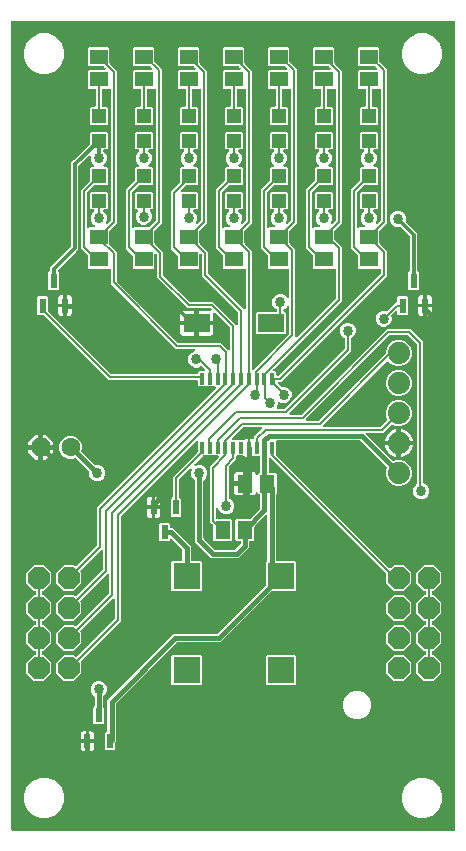
<source format=gbr>
G04 EAGLE Gerber RS-274X export*
G75*
%MOMM*%
%FSLAX34Y34*%
%LPD*%
%INTop Copper*%
%IPPOS*%
%AMOC8*
5,1,8,0,0,1.08239X$1,22.5*%
G01*
%ADD10R,1.200000X1.200000*%
%ADD11R,0.600000X1.300000*%
%ADD12R,1.500000X1.300000*%
%ADD13R,0.400000X1.000000*%
%ADD14R,2.250000X2.250000*%
%ADD15R,2.300000X1.600000*%
%ADD16R,1.300000X1.500000*%
%ADD17P,1.979475X8X292.500000*%
%ADD18P,1.979475X8X112.500000*%
%ADD19P,1.732040X8X202.500000*%
%ADD20C,1.600200*%
%ADD21R,0.600000X1.150000*%
%ADD22C,1.879600*%
%ADD23C,0.406400*%
%ADD24C,0.304800*%
%ADD25C,0.858000*%
%ADD26C,0.203200*%

G36*
X377042Y2009D02*
X377042Y2009D01*
X377100Y2007D01*
X377182Y2029D01*
X377266Y2041D01*
X377319Y2064D01*
X377375Y2079D01*
X377448Y2122D01*
X377525Y2157D01*
X377570Y2195D01*
X377620Y2224D01*
X377678Y2286D01*
X377742Y2340D01*
X377774Y2389D01*
X377814Y2432D01*
X377853Y2507D01*
X377900Y2577D01*
X377917Y2633D01*
X377944Y2685D01*
X377955Y2753D01*
X377985Y2848D01*
X377988Y2948D01*
X377999Y3016D01*
X377999Y686984D01*
X377991Y687042D01*
X377993Y687100D01*
X377971Y687182D01*
X377959Y687266D01*
X377936Y687319D01*
X377921Y687375D01*
X377878Y687448D01*
X377843Y687525D01*
X377805Y687570D01*
X377776Y687620D01*
X377714Y687678D01*
X377660Y687742D01*
X377611Y687774D01*
X377568Y687814D01*
X377493Y687853D01*
X377423Y687900D01*
X377367Y687917D01*
X377315Y687944D01*
X377247Y687955D01*
X377152Y687985D01*
X377052Y687988D01*
X376984Y687999D01*
X3016Y687999D01*
X2958Y687991D01*
X2900Y687993D01*
X2818Y687971D01*
X2734Y687959D01*
X2681Y687936D01*
X2625Y687921D01*
X2552Y687878D01*
X2475Y687843D01*
X2430Y687805D01*
X2380Y687776D01*
X2322Y687714D01*
X2258Y687660D01*
X2226Y687611D01*
X2186Y687568D01*
X2147Y687493D01*
X2100Y687423D01*
X2083Y687367D01*
X2056Y687315D01*
X2045Y687247D01*
X2015Y687152D01*
X2012Y687052D01*
X2001Y686984D01*
X2001Y3016D01*
X2009Y2958D01*
X2007Y2900D01*
X2029Y2818D01*
X2041Y2734D01*
X2064Y2681D01*
X2079Y2625D01*
X2122Y2552D01*
X2157Y2475D01*
X2195Y2430D01*
X2224Y2380D01*
X2286Y2322D01*
X2340Y2258D01*
X2389Y2226D01*
X2432Y2186D01*
X2507Y2147D01*
X2577Y2100D01*
X2633Y2083D01*
X2685Y2056D01*
X2753Y2045D01*
X2848Y2015D01*
X2948Y2012D01*
X3016Y2001D01*
X376984Y2001D01*
X377042Y2009D01*
G37*
%LPC*%
G36*
X82168Y70625D02*
X82168Y70625D01*
X81275Y71518D01*
X81275Y84282D01*
X82168Y85175D01*
X82498Y85175D01*
X82556Y85183D01*
X82614Y85181D01*
X82696Y85203D01*
X82780Y85215D01*
X82833Y85238D01*
X82889Y85253D01*
X82962Y85296D01*
X83039Y85331D01*
X83084Y85369D01*
X83134Y85398D01*
X83192Y85460D01*
X83256Y85514D01*
X83288Y85563D01*
X83328Y85606D01*
X83367Y85681D01*
X83414Y85751D01*
X83431Y85807D01*
X83458Y85859D01*
X83469Y85927D01*
X83499Y86022D01*
X83502Y86122D01*
X83513Y86190D01*
X83513Y112673D01*
X139497Y168657D01*
X175906Y168657D01*
X175993Y168669D01*
X176080Y168672D01*
X176133Y168689D01*
X176188Y168697D01*
X176268Y168732D01*
X176351Y168759D01*
X176390Y168787D01*
X176447Y168813D01*
X176560Y168909D01*
X176624Y168954D01*
X217428Y209758D01*
X217480Y209828D01*
X217540Y209892D01*
X217566Y209941D01*
X217599Y209985D01*
X217630Y210067D01*
X217670Y210145D01*
X217678Y210192D01*
X217700Y210251D01*
X217712Y210398D01*
X217725Y210476D01*
X217725Y229682D01*
X218736Y230692D01*
X218788Y230762D01*
X218848Y230826D01*
X218874Y230875D01*
X218907Y230919D01*
X218938Y231001D01*
X218978Y231079D01*
X218986Y231127D01*
X219008Y231185D01*
X219015Y231265D01*
X219019Y231279D01*
X219021Y231335D01*
X219033Y231410D01*
X219033Y268252D01*
X219029Y268281D01*
X219032Y268311D01*
X219009Y268422D01*
X218993Y268534D01*
X218981Y268560D01*
X218976Y268589D01*
X218924Y268690D01*
X218877Y268793D01*
X218858Y268816D01*
X218845Y268842D01*
X218767Y268924D01*
X218694Y269010D01*
X218669Y269026D01*
X218649Y269048D01*
X218551Y269105D01*
X218457Y269168D01*
X218429Y269177D01*
X218404Y269191D01*
X218294Y269219D01*
X218186Y269254D01*
X218156Y269254D01*
X218128Y269262D01*
X218015Y269258D01*
X217902Y269261D01*
X217873Y269253D01*
X217844Y269252D01*
X217736Y269218D01*
X217627Y269189D01*
X217601Y269174D01*
X217573Y269165D01*
X217510Y269119D01*
X217382Y269044D01*
X217339Y268998D01*
X217300Y268970D01*
X208322Y259992D01*
X208270Y259922D01*
X208210Y259858D01*
X208184Y259809D01*
X208151Y259765D01*
X208120Y259683D01*
X208080Y259605D01*
X208072Y259558D01*
X208050Y259499D01*
X208038Y259352D01*
X208025Y259274D01*
X208025Y248568D01*
X207132Y247675D01*
X204572Y247675D01*
X204514Y247667D01*
X204456Y247669D01*
X204374Y247647D01*
X204290Y247635D01*
X204237Y247612D01*
X204181Y247597D01*
X204108Y247554D01*
X204031Y247519D01*
X203986Y247481D01*
X203936Y247452D01*
X203878Y247390D01*
X203814Y247336D01*
X203782Y247287D01*
X203742Y247244D01*
X203703Y247169D01*
X203656Y247099D01*
X203639Y247043D01*
X203612Y246991D01*
X203601Y246923D01*
X203571Y246828D01*
X203568Y246728D01*
X203557Y246660D01*
X203557Y241707D01*
X196894Y235044D01*
X194513Y232663D01*
X171597Y232663D01*
X157733Y246527D01*
X157733Y298276D01*
X157721Y298363D01*
X157718Y298450D01*
X157701Y298503D01*
X157693Y298558D01*
X157658Y298637D01*
X157631Y298721D01*
X157603Y298760D01*
X157577Y298817D01*
X157481Y298930D01*
X157436Y298994D01*
X155499Y300931D01*
X154459Y303441D01*
X154459Y306159D01*
X155020Y307513D01*
X155042Y307596D01*
X155072Y307676D01*
X155077Y307733D01*
X155091Y307788D01*
X155089Y307874D01*
X155096Y307960D01*
X155085Y308015D01*
X155083Y308072D01*
X155057Y308154D01*
X155040Y308238D01*
X155014Y308289D01*
X154996Y308343D01*
X154948Y308414D01*
X154909Y308491D01*
X154870Y308532D01*
X154838Y308579D01*
X154772Y308634D01*
X154713Y308697D01*
X154664Y308725D01*
X154620Y308762D01*
X154542Y308797D01*
X154468Y308840D01*
X154413Y308854D01*
X154361Y308878D01*
X154275Y308889D01*
X154192Y308910D01*
X154135Y308909D01*
X154079Y308916D01*
X153994Y308904D01*
X153908Y308901D01*
X153854Y308884D01*
X153798Y308876D01*
X153719Y308840D01*
X153638Y308814D01*
X153597Y308785D01*
X153539Y308759D01*
X153428Y308665D01*
X153364Y308619D01*
X144418Y299673D01*
X144366Y299603D01*
X144306Y299539D01*
X144280Y299490D01*
X144247Y299446D01*
X144216Y299364D01*
X144176Y299286D01*
X144168Y299239D01*
X144146Y299180D01*
X144134Y299032D01*
X144121Y298955D01*
X144121Y284970D01*
X144129Y284912D01*
X144127Y284854D01*
X144149Y284772D01*
X144161Y284688D01*
X144184Y284635D01*
X144199Y284579D01*
X144242Y284506D01*
X144277Y284429D01*
X144315Y284384D01*
X144344Y284334D01*
X144406Y284276D01*
X144460Y284212D01*
X144509Y284180D01*
X144552Y284140D01*
X144627Y284101D01*
X144697Y284054D01*
X144753Y284037D01*
X144805Y284010D01*
X144873Y283999D01*
X144968Y283969D01*
X145068Y283966D01*
X145136Y283955D01*
X145212Y283955D01*
X146105Y283062D01*
X146105Y268798D01*
X145212Y267905D01*
X137948Y267905D01*
X137055Y268798D01*
X137055Y283062D01*
X137948Y283955D01*
X138024Y283955D01*
X138082Y283963D01*
X138140Y283961D01*
X138222Y283983D01*
X138306Y283995D01*
X138359Y284018D01*
X138415Y284033D01*
X138488Y284076D01*
X138565Y284111D01*
X138610Y284149D01*
X138660Y284178D01*
X138718Y284240D01*
X138782Y284294D01*
X138814Y284343D01*
X138854Y284386D01*
X138893Y284461D01*
X138940Y284531D01*
X138957Y284587D01*
X138984Y284639D01*
X138995Y284707D01*
X139025Y284802D01*
X139028Y284902D01*
X139039Y284970D01*
X139039Y301480D01*
X159750Y322191D01*
X159802Y322261D01*
X159862Y322325D01*
X159888Y322374D01*
X159921Y322418D01*
X159952Y322500D01*
X159992Y322578D01*
X160000Y322625D01*
X160022Y322684D01*
X160034Y322832D01*
X160047Y322909D01*
X160047Y331020D01*
X160043Y331049D01*
X160046Y331079D01*
X160023Y331190D01*
X160007Y331302D01*
X159995Y331329D01*
X159990Y331357D01*
X159938Y331458D01*
X159891Y331561D01*
X159872Y331584D01*
X159859Y331610D01*
X159781Y331692D01*
X159708Y331778D01*
X159683Y331794D01*
X159663Y331816D01*
X159565Y331873D01*
X159471Y331936D01*
X159443Y331945D01*
X159418Y331959D01*
X159308Y331987D01*
X159200Y332022D01*
X159170Y332022D01*
X159142Y332030D01*
X159029Y332026D01*
X158916Y332029D01*
X158887Y332021D01*
X158858Y332021D01*
X158750Y331986D01*
X158641Y331957D01*
X158615Y331942D01*
X158587Y331933D01*
X158524Y331888D01*
X158396Y331812D01*
X158353Y331766D01*
X158314Y331738D01*
X95098Y268522D01*
X95046Y268452D01*
X94986Y268388D01*
X94960Y268339D01*
X94927Y268295D01*
X94896Y268213D01*
X94856Y268135D01*
X94848Y268088D01*
X94826Y268029D01*
X94814Y267882D01*
X94801Y267804D01*
X94801Y179436D01*
X93015Y177651D01*
X61194Y145830D01*
X61159Y145783D01*
X61116Y145743D01*
X61074Y145670D01*
X61023Y145603D01*
X61002Y145548D01*
X60973Y145497D01*
X60952Y145416D01*
X60922Y145337D01*
X60917Y145278D01*
X60903Y145222D01*
X60905Y145138D01*
X60898Y145054D01*
X60910Y144996D01*
X60912Y144938D01*
X60938Y144857D01*
X60954Y144775D01*
X60981Y144723D01*
X60999Y144667D01*
X61039Y144611D01*
X61085Y144522D01*
X61154Y144450D01*
X61194Y144394D01*
X61469Y144119D01*
X61469Y135281D01*
X55219Y129031D01*
X46381Y129031D01*
X40131Y135281D01*
X40131Y144119D01*
X46381Y150369D01*
X55219Y150369D01*
X56165Y149423D01*
X56212Y149388D01*
X56252Y149345D01*
X56325Y149303D01*
X56392Y149252D01*
X56447Y149231D01*
X56497Y149202D01*
X56579Y149181D01*
X56658Y149151D01*
X56716Y149146D01*
X56773Y149131D01*
X56857Y149134D01*
X56941Y149127D01*
X56998Y149139D01*
X57057Y149140D01*
X57137Y149166D01*
X57220Y149183D01*
X57272Y149210D01*
X57327Y149228D01*
X57384Y149268D01*
X57472Y149314D01*
X57545Y149383D01*
X57601Y149423D01*
X89422Y181244D01*
X89474Y181314D01*
X89534Y181378D01*
X89560Y181427D01*
X89593Y181471D01*
X89624Y181553D01*
X89664Y181631D01*
X89672Y181678D01*
X89694Y181737D01*
X89706Y181884D01*
X89719Y181962D01*
X89719Y197975D01*
X89715Y198004D01*
X89718Y198033D01*
X89713Y198059D01*
X89713Y198060D01*
X89711Y198067D01*
X89695Y198144D01*
X89679Y198257D01*
X89667Y198283D01*
X89662Y198312D01*
X89610Y198413D01*
X89563Y198516D01*
X89544Y198538D01*
X89531Y198564D01*
X89453Y198647D01*
X89380Y198733D01*
X89355Y198749D01*
X89335Y198771D01*
X89237Y198828D01*
X89143Y198891D01*
X89115Y198899D01*
X89090Y198914D01*
X88980Y198942D01*
X88872Y198976D01*
X88842Y198977D01*
X88814Y198984D01*
X88701Y198981D01*
X88588Y198984D01*
X88559Y198976D01*
X88530Y198975D01*
X88422Y198940D01*
X88313Y198912D01*
X88287Y198897D01*
X88259Y198888D01*
X88196Y198842D01*
X88068Y198767D01*
X88025Y198721D01*
X87986Y198693D01*
X60858Y171565D01*
X60823Y171519D01*
X60781Y171478D01*
X60738Y171405D01*
X60687Y171338D01*
X60667Y171283D01*
X60637Y171233D01*
X60616Y171151D01*
X60586Y171072D01*
X60581Y171014D01*
X60567Y170957D01*
X60570Y170873D01*
X60563Y170789D01*
X60574Y170732D01*
X60576Y170673D01*
X60602Y170593D01*
X60619Y170510D01*
X60646Y170458D01*
X60664Y170403D01*
X60704Y170346D01*
X60750Y170258D01*
X60818Y170186D01*
X60858Y170129D01*
X61469Y169519D01*
X61469Y160681D01*
X55219Y154431D01*
X46381Y154431D01*
X40131Y160681D01*
X40131Y169519D01*
X46381Y175769D01*
X55219Y175769D01*
X55829Y175158D01*
X55876Y175123D01*
X55916Y175081D01*
X55989Y175038D01*
X56057Y174987D01*
X56111Y174967D01*
X56162Y174937D01*
X56243Y174916D01*
X56322Y174886D01*
X56381Y174881D01*
X56437Y174867D01*
X56522Y174870D01*
X56606Y174863D01*
X56663Y174874D01*
X56721Y174876D01*
X56802Y174902D01*
X56884Y174919D01*
X56936Y174946D01*
X56992Y174964D01*
X57048Y175004D01*
X57137Y175050D01*
X57209Y175118D01*
X57265Y175158D01*
X84792Y202685D01*
X84844Y202755D01*
X84904Y202819D01*
X84930Y202868D01*
X84963Y202912D01*
X84994Y202994D01*
X85034Y203072D01*
X85042Y203119D01*
X85064Y203178D01*
X85076Y203326D01*
X85089Y203403D01*
X85089Y218745D01*
X85085Y218774D01*
X85088Y218804D01*
X85065Y218915D01*
X85049Y219027D01*
X85037Y219053D01*
X85032Y219082D01*
X84979Y219183D01*
X84933Y219286D01*
X84914Y219308D01*
X84901Y219335D01*
X84823Y219417D01*
X84750Y219503D01*
X84725Y219519D01*
X84705Y219541D01*
X84607Y219598D01*
X84513Y219661D01*
X84485Y219670D01*
X84459Y219684D01*
X84350Y219712D01*
X84242Y219746D01*
X84212Y219747D01*
X84184Y219754D01*
X84071Y219751D01*
X83958Y219754D01*
X83929Y219746D01*
X83900Y219745D01*
X83792Y219710D01*
X83683Y219682D01*
X83657Y219667D01*
X83629Y219658D01*
X83565Y219612D01*
X83438Y219537D01*
X83395Y219491D01*
X83356Y219463D01*
X83305Y219412D01*
X60858Y196965D01*
X60823Y196919D01*
X60781Y196878D01*
X60738Y196805D01*
X60687Y196738D01*
X60667Y196683D01*
X60637Y196633D01*
X60616Y196551D01*
X60586Y196472D01*
X60581Y196414D01*
X60567Y196357D01*
X60570Y196273D01*
X60563Y196189D01*
X60574Y196132D01*
X60576Y196073D01*
X60602Y195993D01*
X60619Y195910D01*
X60646Y195858D01*
X60664Y195803D01*
X60704Y195746D01*
X60750Y195658D01*
X60818Y195586D01*
X60858Y195529D01*
X61469Y194919D01*
X61469Y186081D01*
X55219Y179831D01*
X46381Y179831D01*
X40131Y186081D01*
X40131Y194919D01*
X46381Y201169D01*
X55219Y201169D01*
X55829Y200558D01*
X55876Y200523D01*
X55916Y200481D01*
X55989Y200438D01*
X56057Y200387D01*
X56111Y200367D01*
X56162Y200337D01*
X56243Y200316D01*
X56322Y200286D01*
X56381Y200281D01*
X56437Y200267D01*
X56522Y200270D01*
X56606Y200263D01*
X56663Y200274D01*
X56721Y200276D01*
X56802Y200302D01*
X56884Y200319D01*
X56936Y200346D01*
X56992Y200364D01*
X57048Y200404D01*
X57137Y200450D01*
X57209Y200518D01*
X57265Y200558D01*
X79712Y223005D01*
X79764Y223075D01*
X79824Y223139D01*
X79850Y223188D01*
X79883Y223232D01*
X79914Y223314D01*
X79954Y223392D01*
X79962Y223439D01*
X79984Y223498D01*
X79996Y223646D01*
X80009Y223723D01*
X80009Y239065D01*
X80005Y239094D01*
X80008Y239124D01*
X79985Y239235D01*
X79969Y239347D01*
X79957Y239373D01*
X79952Y239402D01*
X79899Y239503D01*
X79853Y239606D01*
X79834Y239628D01*
X79821Y239655D01*
X79743Y239737D01*
X79670Y239823D01*
X79645Y239839D01*
X79625Y239861D01*
X79527Y239918D01*
X79433Y239981D01*
X79405Y239990D01*
X79379Y240004D01*
X79270Y240032D01*
X79162Y240066D01*
X79132Y240067D01*
X79104Y240074D01*
X78991Y240071D01*
X78878Y240074D01*
X78849Y240066D01*
X78820Y240065D01*
X78712Y240030D01*
X78603Y240002D01*
X78577Y239987D01*
X78549Y239978D01*
X78485Y239932D01*
X78358Y239857D01*
X78315Y239811D01*
X78276Y239783D01*
X78225Y239732D01*
X60858Y222365D01*
X60823Y222319D01*
X60781Y222278D01*
X60738Y222205D01*
X60687Y222138D01*
X60667Y222083D01*
X60637Y222033D01*
X60616Y221951D01*
X60586Y221872D01*
X60581Y221814D01*
X60567Y221757D01*
X60570Y221673D01*
X60563Y221589D01*
X60574Y221532D01*
X60576Y221473D01*
X60602Y221393D01*
X60619Y221310D01*
X60646Y221258D01*
X60664Y221203D01*
X60704Y221146D01*
X60750Y221058D01*
X60818Y220986D01*
X60858Y220929D01*
X61469Y220319D01*
X61469Y211481D01*
X55219Y205231D01*
X46381Y205231D01*
X40131Y211481D01*
X40131Y220319D01*
X46381Y226569D01*
X55219Y226569D01*
X55829Y225958D01*
X55876Y225923D01*
X55916Y225881D01*
X55989Y225838D01*
X56057Y225787D01*
X56111Y225767D01*
X56162Y225737D01*
X56243Y225716D01*
X56322Y225686D01*
X56381Y225681D01*
X56437Y225667D01*
X56522Y225670D01*
X56606Y225663D01*
X56663Y225674D01*
X56721Y225676D01*
X56802Y225702D01*
X56884Y225719D01*
X56936Y225746D01*
X56992Y225764D01*
X57048Y225804D01*
X57137Y225850D01*
X57209Y225918D01*
X57265Y225958D01*
X74632Y243325D01*
X74684Y243395D01*
X74744Y243459D01*
X74770Y243508D01*
X74803Y243552D01*
X74834Y243634D01*
X74874Y243712D01*
X74882Y243759D01*
X74904Y243818D01*
X74916Y243966D01*
X74929Y244043D01*
X74929Y275800D01*
X175521Y376392D01*
X175539Y376416D01*
X175561Y376435D01*
X175624Y376529D01*
X175692Y376619D01*
X175702Y376647D01*
X175719Y376671D01*
X175753Y376779D01*
X175793Y376885D01*
X175796Y376914D01*
X175805Y376942D01*
X175807Y377056D01*
X175817Y377168D01*
X175811Y377197D01*
X175812Y377226D01*
X175783Y377336D01*
X175761Y377447D01*
X175747Y377473D01*
X175740Y377501D01*
X175682Y377599D01*
X175630Y377699D01*
X175610Y377721D01*
X175595Y377746D01*
X175512Y377823D01*
X175434Y377905D01*
X175409Y377920D01*
X175387Y377940D01*
X175287Y377992D01*
X175189Y378049D01*
X175160Y378056D01*
X175134Y378070D01*
X175057Y378083D01*
X174913Y378119D01*
X174851Y378117D01*
X174803Y378125D01*
X174137Y378125D01*
X174109Y378155D01*
X174036Y378198D01*
X173969Y378249D01*
X173914Y378270D01*
X173864Y378299D01*
X173782Y378320D01*
X173703Y378350D01*
X173645Y378355D01*
X173588Y378369D01*
X173504Y378367D01*
X173420Y378373D01*
X173362Y378362D01*
X173304Y378360D01*
X173224Y378334D01*
X173141Y378318D01*
X173089Y378291D01*
X173033Y378273D01*
X172977Y378233D01*
X172889Y378187D01*
X172824Y378125D01*
X167533Y378125D01*
X167505Y378155D01*
X167432Y378198D01*
X167365Y378249D01*
X167310Y378270D01*
X167260Y378299D01*
X167178Y378320D01*
X167099Y378350D01*
X167041Y378355D01*
X166984Y378369D01*
X166900Y378367D01*
X166816Y378373D01*
X166758Y378362D01*
X166700Y378360D01*
X166620Y378334D01*
X166537Y378318D01*
X166485Y378291D01*
X166429Y378273D01*
X166373Y378233D01*
X166285Y378187D01*
X166220Y378125D01*
X160940Y378125D01*
X160047Y379018D01*
X160047Y382364D01*
X160039Y382422D01*
X160041Y382480D01*
X160019Y382562D01*
X160007Y382646D01*
X159984Y382699D01*
X159969Y382755D01*
X159926Y382828D01*
X159891Y382905D01*
X159853Y382950D01*
X159824Y383000D01*
X159762Y383058D01*
X159708Y383122D01*
X159659Y383154D01*
X159616Y383194D01*
X159541Y383233D01*
X159471Y383280D01*
X159415Y383297D01*
X159363Y383324D01*
X159295Y383335D01*
X159200Y383365D01*
X159100Y383368D01*
X159032Y383379D01*
X84518Y383379D01*
X29519Y438378D01*
X29449Y438430D01*
X29385Y438490D01*
X29336Y438516D01*
X29292Y438549D01*
X29210Y438580D01*
X29132Y438620D01*
X29085Y438628D01*
X29026Y438650D01*
X28878Y438662D01*
X28801Y438675D01*
X24968Y438675D01*
X24075Y439568D01*
X24075Y453832D01*
X24968Y454725D01*
X32232Y454725D01*
X33125Y453832D01*
X33125Y442379D01*
X33137Y442292D01*
X33140Y442205D01*
X33157Y442152D01*
X33165Y442097D01*
X33200Y442018D01*
X33227Y441934D01*
X33255Y441895D01*
X33281Y441838D01*
X33377Y441725D01*
X33422Y441661D01*
X86325Y388758D01*
X86395Y388706D01*
X86459Y388646D01*
X86508Y388620D01*
X86552Y388587D01*
X86634Y388556D01*
X86712Y388516D01*
X86759Y388508D01*
X86818Y388486D01*
X86966Y388474D01*
X87043Y388461D01*
X159032Y388461D01*
X159090Y388469D01*
X159148Y388467D01*
X159230Y388489D01*
X159314Y388501D01*
X159367Y388524D01*
X159423Y388539D01*
X159496Y388582D01*
X159573Y388617D01*
X159618Y388655D01*
X159668Y388684D01*
X159726Y388746D01*
X159790Y388800D01*
X159822Y388849D01*
X159862Y388892D01*
X159901Y388967D01*
X159948Y389037D01*
X159965Y389093D01*
X159992Y389145D01*
X160003Y389213D01*
X160033Y389308D01*
X160036Y389408D01*
X160047Y389476D01*
X160047Y390282D01*
X160940Y391175D01*
X165227Y391175D01*
X165256Y391179D01*
X165285Y391176D01*
X165396Y391199D01*
X165509Y391215D01*
X165535Y391227D01*
X165564Y391232D01*
X165665Y391284D01*
X165768Y391331D01*
X165790Y391350D01*
X165816Y391363D01*
X165899Y391441D01*
X165985Y391514D01*
X166001Y391539D01*
X166023Y391559D01*
X166080Y391657D01*
X166143Y391751D01*
X166151Y391779D01*
X166166Y391804D01*
X166194Y391914D01*
X166228Y392022D01*
X166229Y392052D01*
X166236Y392080D01*
X166233Y392193D01*
X166236Y392306D01*
X166228Y392335D01*
X166227Y392364D01*
X166192Y392472D01*
X166164Y392581D01*
X166149Y392607D01*
X166140Y392635D01*
X166094Y392698D01*
X166019Y392826D01*
X165973Y392869D01*
X165945Y392908D01*
X163813Y395040D01*
X163812Y395041D01*
X163811Y395042D01*
X163693Y395130D01*
X163586Y395211D01*
X163585Y395211D01*
X163583Y395212D01*
X163450Y395262D01*
X163320Y395312D01*
X163319Y395312D01*
X163317Y395312D01*
X163173Y395324D01*
X163037Y395335D01*
X163036Y395335D01*
X163034Y395335D01*
X163018Y395332D01*
X162758Y395279D01*
X162731Y395265D01*
X162707Y395260D01*
X160032Y394152D01*
X157315Y394152D01*
X154804Y395192D01*
X152883Y397113D01*
X151843Y399624D01*
X151843Y402341D01*
X152883Y404852D01*
X154804Y406773D01*
X157466Y407876D01*
X157540Y407920D01*
X157619Y407955D01*
X157662Y407992D01*
X157711Y408021D01*
X157770Y408083D01*
X157836Y408139D01*
X157867Y408186D01*
X157906Y408227D01*
X157946Y408304D01*
X157993Y408375D01*
X158010Y408429D01*
X158036Y408480D01*
X158053Y408564D01*
X158079Y408646D01*
X158080Y408703D01*
X158091Y408759D01*
X158084Y408844D01*
X158086Y408930D01*
X158072Y408985D01*
X158067Y409042D01*
X158036Y409122D01*
X158014Y409205D01*
X157985Y409254D01*
X157965Y409307D01*
X157913Y409376D01*
X157869Y409450D01*
X157828Y409489D01*
X157793Y409534D01*
X157725Y409586D01*
X157662Y409644D01*
X157611Y409670D01*
X157566Y409704D01*
X157485Y409735D01*
X157409Y409774D01*
X157360Y409782D01*
X157300Y409805D01*
X157155Y409816D01*
X157078Y409829D01*
X141585Y409829D01*
X86239Y465175D01*
X86239Y477232D01*
X86235Y477261D01*
X86238Y477290D01*
X86215Y477401D01*
X86199Y477513D01*
X86187Y477540D01*
X86182Y477569D01*
X86129Y477670D01*
X86083Y477773D01*
X86064Y477795D01*
X86051Y477821D01*
X85973Y477903D01*
X85900Y477990D01*
X85875Y478006D01*
X85855Y478027D01*
X85757Y478085D01*
X85663Y478147D01*
X85635Y478156D01*
X85610Y478171D01*
X85500Y478199D01*
X85392Y478233D01*
X85362Y478234D01*
X85334Y478241D01*
X85221Y478238D01*
X85108Y478241D01*
X85079Y478233D01*
X85050Y478232D01*
X84942Y478197D01*
X84833Y478169D01*
X84807Y478154D01*
X84779Y478145D01*
X84715Y478099D01*
X84588Y478023D01*
X84545Y477978D01*
X84506Y477950D01*
X84332Y477775D01*
X68068Y477775D01*
X67175Y478668D01*
X67175Y488409D01*
X67163Y488495D01*
X67160Y488583D01*
X67143Y488636D01*
X67135Y488690D01*
X67100Y488770D01*
X67073Y488853D01*
X67045Y488893D01*
X67019Y488950D01*
X66923Y489063D01*
X66878Y489127D01*
X61079Y494925D01*
X61079Y544745D01*
X68378Y552043D01*
X68430Y552113D01*
X68490Y552177D01*
X68516Y552226D01*
X68549Y552270D01*
X68580Y552352D01*
X68620Y552430D01*
X68628Y552478D01*
X68650Y552536D01*
X68662Y552684D01*
X68675Y552761D01*
X68675Y563232D01*
X69568Y564125D01*
X71464Y564125D01*
X71493Y564129D01*
X71522Y564126D01*
X71633Y564149D01*
X71746Y564165D01*
X71772Y564177D01*
X71801Y564182D01*
X71902Y564235D01*
X72005Y564281D01*
X72027Y564300D01*
X72053Y564313D01*
X72136Y564391D01*
X72222Y564464D01*
X72238Y564489D01*
X72260Y564509D01*
X72317Y564607D01*
X72380Y564701D01*
X72389Y564729D01*
X72403Y564754D01*
X72431Y564864D01*
X72465Y564972D01*
X72466Y565002D01*
X72473Y565030D01*
X72470Y565143D01*
X72473Y565256D01*
X72465Y565285D01*
X72464Y565314D01*
X72429Y565422D01*
X72401Y565531D01*
X72386Y565557D01*
X72377Y565585D01*
X72331Y565648D01*
X72256Y565776D01*
X72210Y565819D01*
X72182Y565858D01*
X70409Y567631D01*
X69369Y570141D01*
X69369Y572807D01*
X69365Y572836D01*
X69368Y572865D01*
X69345Y572976D01*
X69329Y573088D01*
X69317Y573115D01*
X69312Y573144D01*
X69260Y573244D01*
X69213Y573348D01*
X69194Y573370D01*
X69181Y573396D01*
X69103Y573478D01*
X69030Y573565D01*
X69005Y573581D01*
X68985Y573602D01*
X68887Y573659D01*
X68793Y573722D01*
X68765Y573731D01*
X68740Y573746D01*
X68630Y573774D01*
X68522Y573808D01*
X68492Y573809D01*
X68464Y573816D01*
X68351Y573812D01*
X68238Y573815D01*
X68209Y573808D01*
X68180Y573807D01*
X68072Y573772D01*
X67963Y573743D01*
X67937Y573728D01*
X67909Y573719D01*
X67846Y573674D01*
X67718Y573598D01*
X67675Y573553D01*
X67636Y573525D01*
X59566Y565455D01*
X59566Y565454D01*
X59226Y565115D01*
X59174Y565045D01*
X59114Y564981D01*
X59088Y564931D01*
X59055Y564887D01*
X59024Y564806D01*
X58984Y564728D01*
X58976Y564680D01*
X58954Y564622D01*
X58942Y564474D01*
X58929Y564397D01*
X58929Y494377D01*
X56846Y492294D01*
X56845Y492294D01*
X41722Y477170D01*
X41687Y477124D01*
X41644Y477083D01*
X41602Y477010D01*
X41551Y476943D01*
X41530Y476888D01*
X41501Y476838D01*
X41480Y476756D01*
X41450Y476677D01*
X41445Y476619D01*
X41430Y476562D01*
X41433Y476478D01*
X41426Y476394D01*
X41438Y476337D01*
X41439Y476278D01*
X41465Y476198D01*
X41482Y476115D01*
X41509Y476063D01*
X41527Y476008D01*
X41567Y475952D01*
X41613Y475863D01*
X41682Y475791D01*
X41722Y475735D01*
X42625Y474832D01*
X42625Y460568D01*
X41732Y459675D01*
X34468Y459675D01*
X33575Y460568D01*
X33575Y474832D01*
X34754Y476010D01*
X34806Y476080D01*
X34866Y476144D01*
X34892Y476193D01*
X34925Y476237D01*
X34956Y476319D01*
X34996Y476397D01*
X35004Y476445D01*
X35026Y476503D01*
X35038Y476651D01*
X35051Y476728D01*
X35051Y479123D01*
X52534Y496605D01*
X52586Y496675D01*
X52646Y496739D01*
X52672Y496788D01*
X52705Y496833D01*
X52736Y496914D01*
X52776Y496992D01*
X52784Y497040D01*
X52806Y497098D01*
X52818Y497246D01*
X52831Y497323D01*
X52831Y567683D01*
X54630Y569481D01*
X54711Y569484D01*
X54763Y569501D01*
X54818Y569509D01*
X54898Y569544D01*
X54981Y569571D01*
X55020Y569599D01*
X55078Y569625D01*
X55191Y569721D01*
X55255Y569766D01*
X68378Y582889D01*
X68430Y582959D01*
X68490Y583023D01*
X68516Y583073D01*
X68549Y583117D01*
X68580Y583198D01*
X68620Y583276D01*
X68628Y583324D01*
X68650Y583382D01*
X68662Y583530D01*
X68675Y583607D01*
X68675Y593032D01*
X69568Y593925D01*
X82832Y593925D01*
X83725Y593032D01*
X83725Y579768D01*
X82832Y578875D01*
X80936Y578875D01*
X80907Y578871D01*
X80878Y578874D01*
X80767Y578851D01*
X80654Y578835D01*
X80628Y578823D01*
X80599Y578818D01*
X80498Y578765D01*
X80395Y578719D01*
X80373Y578700D01*
X80347Y578687D01*
X80264Y578609D01*
X80178Y578536D01*
X80162Y578511D01*
X80140Y578491D01*
X80083Y578393D01*
X80020Y578299D01*
X80011Y578271D01*
X79997Y578246D01*
X79969Y578136D01*
X79935Y578028D01*
X79934Y577998D01*
X79927Y577970D01*
X79930Y577857D01*
X79927Y577744D01*
X79935Y577715D01*
X79936Y577686D01*
X79971Y577578D01*
X79999Y577469D01*
X80014Y577443D01*
X80023Y577415D01*
X80069Y577352D01*
X80144Y577224D01*
X80190Y577181D01*
X80218Y577142D01*
X81991Y575369D01*
X83031Y572859D01*
X83031Y570141D01*
X81991Y567631D01*
X80218Y565858D01*
X80200Y565834D01*
X80178Y565815D01*
X80115Y565721D01*
X80047Y565631D01*
X80037Y565603D01*
X80020Y565579D01*
X79986Y565471D01*
X79946Y565365D01*
X79943Y565336D01*
X79935Y565308D01*
X79932Y565194D01*
X79922Y565082D01*
X79928Y565053D01*
X79927Y565024D01*
X79956Y564914D01*
X79978Y564803D01*
X79992Y564777D01*
X79999Y564749D01*
X80057Y564651D01*
X80109Y564551D01*
X80129Y564529D01*
X80144Y564504D01*
X80227Y564427D01*
X80305Y564345D01*
X80330Y564330D01*
X80352Y564310D01*
X80453Y564258D01*
X80550Y564201D01*
X80579Y564194D01*
X80605Y564180D01*
X80682Y564167D01*
X80826Y564131D01*
X80888Y564133D01*
X80936Y564125D01*
X82832Y564125D01*
X83725Y563232D01*
X83725Y549968D01*
X82832Y549075D01*
X73017Y549075D01*
X72930Y549063D01*
X72843Y549060D01*
X72790Y549043D01*
X72735Y549035D01*
X72655Y549000D01*
X72572Y548973D01*
X72533Y548945D01*
X72476Y548919D01*
X72363Y548823D01*
X72299Y548778D01*
X66458Y542937D01*
X66406Y542867D01*
X66346Y542803D01*
X66320Y542754D01*
X66287Y542710D01*
X66256Y542628D01*
X66216Y542550D01*
X66208Y542503D01*
X66186Y542444D01*
X66174Y542297D01*
X66161Y542219D01*
X66161Y513368D01*
X66165Y513339D01*
X66162Y513310D01*
X66185Y513199D01*
X66201Y513087D01*
X66213Y513060D01*
X66218Y513031D01*
X66271Y512930D01*
X66317Y512827D01*
X66336Y512805D01*
X66349Y512779D01*
X66427Y512697D01*
X66500Y512610D01*
X66525Y512594D01*
X66545Y512573D01*
X66643Y512515D01*
X66737Y512453D01*
X66765Y512444D01*
X66790Y512429D01*
X66900Y512401D01*
X67008Y512367D01*
X67038Y512366D01*
X67066Y512359D01*
X67179Y512362D01*
X67292Y512359D01*
X67321Y512367D01*
X67350Y512368D01*
X67458Y512403D01*
X67567Y512431D01*
X67593Y512446D01*
X67621Y512455D01*
X67685Y512501D01*
X67812Y512577D01*
X67855Y512622D01*
X67894Y512650D01*
X68068Y512825D01*
X72259Y512825D01*
X72344Y512837D01*
X72430Y512839D01*
X72484Y512857D01*
X72541Y512865D01*
X72619Y512900D01*
X72701Y512926D01*
X72748Y512958D01*
X72800Y512981D01*
X72866Y513036D01*
X72937Y513084D01*
X72974Y513128D01*
X73017Y513164D01*
X73065Y513236D01*
X73120Y513302D01*
X73143Y513354D01*
X73175Y513401D01*
X73201Y513483D01*
X73235Y513562D01*
X73243Y513618D01*
X73260Y513672D01*
X73263Y513758D01*
X73274Y513843D01*
X73266Y513899D01*
X73268Y513956D01*
X73246Y514039D01*
X73234Y514125D01*
X73210Y514176D01*
X73196Y514231D01*
X73152Y514305D01*
X73117Y514384D01*
X73080Y514427D01*
X73051Y514476D01*
X72988Y514535D01*
X72932Y514600D01*
X72890Y514626D01*
X72843Y514670D01*
X72714Y514736D01*
X72648Y514778D01*
X72331Y514909D01*
X70409Y516831D01*
X69369Y519341D01*
X69369Y522059D01*
X70409Y524569D01*
X72182Y526342D01*
X72200Y526366D01*
X72222Y526385D01*
X72285Y526479D01*
X72353Y526569D01*
X72363Y526597D01*
X72380Y526621D01*
X72414Y526729D01*
X72454Y526835D01*
X72457Y526864D01*
X72465Y526892D01*
X72468Y527006D01*
X72478Y527118D01*
X72472Y527147D01*
X72473Y527176D01*
X72444Y527286D01*
X72422Y527397D01*
X72408Y527423D01*
X72401Y527451D01*
X72343Y527549D01*
X72291Y527649D01*
X72271Y527671D01*
X72256Y527696D01*
X72173Y527773D01*
X72095Y527855D01*
X72070Y527870D01*
X72048Y527890D01*
X71947Y527942D01*
X71850Y527999D01*
X71821Y528006D01*
X71795Y528020D01*
X71718Y528033D01*
X71574Y528069D01*
X71512Y528067D01*
X71464Y528075D01*
X69568Y528075D01*
X68675Y528968D01*
X68675Y542232D01*
X69568Y543125D01*
X82832Y543125D01*
X83725Y542232D01*
X83725Y528968D01*
X82832Y528075D01*
X80936Y528075D01*
X80907Y528071D01*
X80878Y528074D01*
X80767Y528051D01*
X80654Y528035D01*
X80628Y528023D01*
X80599Y528018D01*
X80498Y527965D01*
X80395Y527919D01*
X80373Y527900D01*
X80347Y527887D01*
X80264Y527809D01*
X80178Y527736D01*
X80162Y527711D01*
X80140Y527691D01*
X80083Y527593D01*
X80020Y527499D01*
X80011Y527471D01*
X79997Y527446D01*
X79969Y527336D01*
X79935Y527228D01*
X79934Y527198D01*
X79927Y527170D01*
X79930Y527057D01*
X79927Y526944D01*
X79935Y526915D01*
X79936Y526886D01*
X79971Y526778D01*
X79999Y526669D01*
X80014Y526643D01*
X80023Y526615D01*
X80069Y526552D01*
X80144Y526424D01*
X80190Y526381D01*
X80218Y526342D01*
X81991Y524569D01*
X83031Y522059D01*
X83031Y519341D01*
X82073Y517028D01*
X82051Y516945D01*
X82020Y516864D01*
X82016Y516808D01*
X82002Y516753D01*
X82004Y516667D01*
X81997Y516581D01*
X82008Y516525D01*
X82010Y516468D01*
X82036Y516387D01*
X82053Y516302D01*
X82079Y516252D01*
X82096Y516198D01*
X82144Y516126D01*
X82184Y516050D01*
X82223Y516009D01*
X82255Y515962D01*
X82320Y515906D01*
X82380Y515844D01*
X82429Y515815D01*
X82472Y515779D01*
X82551Y515744D01*
X82625Y515700D01*
X82680Y515686D01*
X82732Y515663D01*
X82817Y515651D01*
X82900Y515630D01*
X82957Y515632D01*
X83014Y515624D01*
X83099Y515636D01*
X83185Y515639D01*
X83239Y515657D01*
X83295Y515665D01*
X83373Y515700D01*
X83455Y515727D01*
X83495Y515755D01*
X83554Y515782D01*
X83664Y515876D01*
X83728Y515922D01*
X86062Y518255D01*
X86114Y518325D01*
X86174Y518389D01*
X86200Y518438D01*
X86233Y518482D01*
X86264Y518564D01*
X86304Y518642D01*
X86312Y518689D01*
X86334Y518748D01*
X86346Y518896D01*
X86359Y518973D01*
X86359Y629752D01*
X86355Y629781D01*
X86358Y629810D01*
X86335Y629921D01*
X86319Y630033D01*
X86307Y630060D01*
X86302Y630089D01*
X86249Y630190D01*
X86203Y630293D01*
X86184Y630315D01*
X86171Y630341D01*
X86093Y630423D01*
X86020Y630510D01*
X85995Y630526D01*
X85975Y630547D01*
X85877Y630605D01*
X85783Y630667D01*
X85755Y630676D01*
X85730Y630691D01*
X85620Y630719D01*
X85512Y630753D01*
X85482Y630754D01*
X85454Y630761D01*
X85341Y630758D01*
X85228Y630761D01*
X85199Y630753D01*
X85170Y630752D01*
X85062Y630717D01*
X84953Y630689D01*
X84927Y630674D01*
X84899Y630665D01*
X84835Y630619D01*
X84708Y630543D01*
X84665Y630498D01*
X84626Y630470D01*
X84332Y630175D01*
X79756Y630175D01*
X79698Y630167D01*
X79640Y630169D01*
X79558Y630147D01*
X79474Y630135D01*
X79421Y630112D01*
X79365Y630097D01*
X79292Y630054D01*
X79215Y630019D01*
X79170Y629981D01*
X79120Y629952D01*
X79062Y629890D01*
X78998Y629836D01*
X78966Y629787D01*
X78926Y629744D01*
X78887Y629669D01*
X78840Y629599D01*
X78823Y629543D01*
X78796Y629491D01*
X78785Y629423D01*
X78755Y629328D01*
X78752Y629228D01*
X78741Y629160D01*
X78741Y615940D01*
X78749Y615882D01*
X78747Y615824D01*
X78769Y615742D01*
X78781Y615658D01*
X78804Y615605D01*
X78819Y615549D01*
X78862Y615476D01*
X78897Y615399D01*
X78935Y615354D01*
X78964Y615304D01*
X79026Y615246D01*
X79080Y615182D01*
X79129Y615150D01*
X79172Y615110D01*
X79247Y615071D01*
X79317Y615024D01*
X79373Y615007D01*
X79425Y614980D01*
X79493Y614969D01*
X79588Y614939D01*
X79688Y614936D01*
X79756Y614925D01*
X82832Y614925D01*
X83725Y614032D01*
X83725Y600768D01*
X82832Y599875D01*
X69568Y599875D01*
X68675Y600768D01*
X68675Y614032D01*
X69568Y614925D01*
X72644Y614925D01*
X72702Y614933D01*
X72760Y614931D01*
X72842Y614953D01*
X72926Y614965D01*
X72979Y614988D01*
X73035Y615003D01*
X73108Y615046D01*
X73185Y615081D01*
X73230Y615119D01*
X73280Y615148D01*
X73338Y615210D01*
X73402Y615264D01*
X73434Y615313D01*
X73474Y615356D01*
X73513Y615431D01*
X73560Y615501D01*
X73577Y615557D01*
X73604Y615609D01*
X73615Y615677D01*
X73645Y615772D01*
X73648Y615872D01*
X73659Y615940D01*
X73659Y629160D01*
X73651Y629218D01*
X73653Y629276D01*
X73631Y629358D01*
X73619Y629442D01*
X73596Y629495D01*
X73581Y629551D01*
X73538Y629624D01*
X73503Y629701D01*
X73465Y629746D01*
X73436Y629796D01*
X73374Y629854D01*
X73320Y629918D01*
X73271Y629950D01*
X73228Y629990D01*
X73153Y630029D01*
X73083Y630076D01*
X73027Y630093D01*
X72975Y630120D01*
X72907Y630131D01*
X72812Y630161D01*
X72712Y630164D01*
X72644Y630175D01*
X68068Y630175D01*
X67175Y631068D01*
X67175Y645332D01*
X68068Y646225D01*
X81131Y646225D01*
X81160Y646229D01*
X81189Y646226D01*
X81300Y646249D01*
X81413Y646265D01*
X81439Y646277D01*
X81468Y646282D01*
X81569Y646335D01*
X81672Y646381D01*
X81694Y646400D01*
X81720Y646413D01*
X81803Y646491D01*
X81889Y646564D01*
X81905Y646589D01*
X81927Y646609D01*
X81984Y646707D01*
X82047Y646801D01*
X82055Y646829D01*
X82070Y646854D01*
X82098Y646964D01*
X82132Y647072D01*
X82133Y647102D01*
X82140Y647130D01*
X82137Y647243D01*
X82140Y647356D01*
X82132Y647385D01*
X82131Y647414D01*
X82096Y647522D01*
X82068Y647631D01*
X82053Y647657D01*
X82044Y647685D01*
X81998Y647749D01*
X81923Y647876D01*
X81877Y647919D01*
X81849Y647958D01*
X80929Y648878D01*
X80859Y648930D01*
X80795Y648990D01*
X80746Y649016D01*
X80702Y649049D01*
X80620Y649080D01*
X80542Y649120D01*
X80495Y649128D01*
X80436Y649150D01*
X80288Y649162D01*
X80211Y649175D01*
X68068Y649175D01*
X67175Y650068D01*
X67175Y664332D01*
X68068Y665225D01*
X84332Y665225D01*
X85225Y664332D01*
X85225Y652189D01*
X85237Y652102D01*
X85240Y652015D01*
X85257Y651962D01*
X85265Y651907D01*
X85300Y651828D01*
X85327Y651744D01*
X85355Y651705D01*
X85381Y651648D01*
X85477Y651535D01*
X85522Y651471D01*
X91441Y645552D01*
X91441Y516448D01*
X85522Y510529D01*
X85470Y510459D01*
X85410Y510395D01*
X85384Y510346D01*
X85351Y510302D01*
X85320Y510220D01*
X85280Y510142D01*
X85272Y510095D01*
X85250Y510036D01*
X85238Y509888D01*
X85225Y509811D01*
X85225Y498381D01*
X85237Y498294D01*
X85240Y498207D01*
X85257Y498154D01*
X85265Y498100D01*
X85300Y498020D01*
X85327Y497937D01*
X85355Y497897D01*
X85381Y497840D01*
X85477Y497727D01*
X85522Y497663D01*
X91321Y491865D01*
X91321Y467701D01*
X91333Y467614D01*
X91336Y467527D01*
X91353Y467474D01*
X91361Y467419D01*
X91396Y467340D01*
X91423Y467256D01*
X91451Y467217D01*
X91477Y467160D01*
X91573Y467047D01*
X91618Y466983D01*
X143393Y415208D01*
X143463Y415156D01*
X143527Y415096D01*
X143576Y415070D01*
X143620Y415037D01*
X143702Y415006D01*
X143780Y414966D01*
X143827Y414958D01*
X143886Y414936D01*
X144033Y414924D01*
X144111Y414911D01*
X179755Y414911D01*
X181540Y413125D01*
X185714Y408951D01*
X185738Y408933D01*
X185757Y408911D01*
X185851Y408848D01*
X185941Y408780D01*
X185969Y408770D01*
X185993Y408754D01*
X186101Y408719D01*
X186207Y408679D01*
X186236Y408677D01*
X186264Y408668D01*
X186378Y408665D01*
X186490Y408655D01*
X186519Y408661D01*
X186548Y408660D01*
X186658Y408689D01*
X186769Y408711D01*
X186795Y408725D01*
X186823Y408732D01*
X186921Y408790D01*
X187021Y408842D01*
X187043Y408863D01*
X187068Y408878D01*
X187145Y408960D01*
X187227Y409038D01*
X187242Y409063D01*
X187262Y409085D01*
X187314Y409186D01*
X187371Y409283D01*
X187378Y409312D01*
X187392Y409338D01*
X187405Y409415D01*
X187441Y409559D01*
X187439Y409621D01*
X187447Y409669D01*
X187447Y427639D01*
X187435Y427726D01*
X187432Y427813D01*
X187415Y427866D01*
X187407Y427921D01*
X187372Y428000D01*
X187345Y428084D01*
X187317Y428123D01*
X187291Y428180D01*
X187195Y428293D01*
X187150Y428357D01*
X174774Y440733D01*
X174750Y440751D01*
X174731Y440773D01*
X174637Y440836D01*
X174547Y440904D01*
X174519Y440914D01*
X174495Y440931D01*
X174387Y440965D01*
X174281Y441005D01*
X174252Y441008D01*
X174224Y441016D01*
X174110Y441019D01*
X173998Y441029D01*
X173969Y441023D01*
X173940Y441024D01*
X173830Y440995D01*
X173719Y440973D01*
X173693Y440959D01*
X173665Y440952D01*
X173567Y440894D01*
X173467Y440842D01*
X173445Y440822D01*
X173420Y440807D01*
X173343Y440724D01*
X173261Y440646D01*
X173246Y440621D01*
X173226Y440599D01*
X173174Y440498D01*
X173117Y440401D01*
X173110Y440372D01*
X173096Y440346D01*
X173083Y440269D01*
X173047Y440125D01*
X173049Y440063D01*
X173041Y440015D01*
X173041Y433831D01*
X161031Y433831D01*
X161031Y442341D01*
X170715Y442341D01*
X170744Y442345D01*
X170774Y442342D01*
X170885Y442365D01*
X170997Y442381D01*
X171023Y442393D01*
X171052Y442398D01*
X171153Y442451D01*
X171256Y442497D01*
X171278Y442516D01*
X171305Y442529D01*
X171387Y442607D01*
X171473Y442680D01*
X171489Y442705D01*
X171511Y442725D01*
X171568Y442823D01*
X171631Y442917D01*
X171639Y442945D01*
X171654Y442970D01*
X171682Y443080D01*
X171716Y443188D01*
X171717Y443218D01*
X171724Y443246D01*
X171721Y443359D01*
X171724Y443472D01*
X171716Y443501D01*
X171715Y443530D01*
X171680Y443638D01*
X171652Y443747D01*
X171637Y443773D01*
X171628Y443801D01*
X171582Y443865D01*
X171507Y443992D01*
X171461Y444035D01*
X171433Y444074D01*
X171305Y444202D01*
X171235Y444255D01*
X171171Y444314D01*
X171122Y444340D01*
X171078Y444373D01*
X170996Y444404D01*
X170918Y444444D01*
X170871Y444452D01*
X170812Y444474D01*
X170664Y444486D01*
X170587Y444499D01*
X151348Y444499D01*
X125729Y470118D01*
X125729Y489357D01*
X125722Y489409D01*
X125723Y489437D01*
X125716Y489460D01*
X125714Y489531D01*
X125697Y489584D01*
X125689Y489639D01*
X125654Y489718D01*
X125627Y489802D01*
X125599Y489841D01*
X125573Y489898D01*
X125477Y490011D01*
X125432Y490075D01*
X125058Y490449D01*
X125034Y490467D01*
X125015Y490489D01*
X124921Y490552D01*
X124831Y490620D01*
X124803Y490630D01*
X124779Y490647D01*
X124671Y490681D01*
X124565Y490721D01*
X124536Y490724D01*
X124508Y490732D01*
X124395Y490735D01*
X124282Y490745D01*
X124253Y490739D01*
X124224Y490740D01*
X124114Y490711D01*
X124003Y490689D01*
X123977Y490675D01*
X123949Y490668D01*
X123851Y490610D01*
X123751Y490558D01*
X123729Y490538D01*
X123704Y490523D01*
X123627Y490440D01*
X123545Y490362D01*
X123530Y490337D01*
X123510Y490315D01*
X123458Y490215D01*
X123401Y490117D01*
X123394Y490088D01*
X123380Y490062D01*
X123367Y489985D01*
X123331Y489841D01*
X123333Y489779D01*
X123325Y489731D01*
X123325Y478668D01*
X122432Y477775D01*
X106168Y477775D01*
X105275Y478668D01*
X105275Y488271D01*
X105263Y488358D01*
X105260Y488445D01*
X105243Y488498D01*
X105235Y488553D01*
X105200Y488632D01*
X105173Y488716D01*
X105145Y488755D01*
X105119Y488812D01*
X105035Y488912D01*
X105017Y488941D01*
X105001Y488956D01*
X104978Y488989D01*
X99059Y494908D01*
X99059Y544952D01*
X106478Y552371D01*
X106530Y552441D01*
X106590Y552505D01*
X106616Y552554D01*
X106649Y552598D01*
X106680Y552680D01*
X106720Y552758D01*
X106728Y552805D01*
X106750Y552864D01*
X106762Y553012D01*
X106775Y553089D01*
X106775Y563232D01*
X107668Y564125D01*
X109564Y564125D01*
X109593Y564129D01*
X109622Y564126D01*
X109733Y564149D01*
X109846Y564165D01*
X109872Y564177D01*
X109901Y564182D01*
X110002Y564235D01*
X110105Y564281D01*
X110127Y564300D01*
X110153Y564313D01*
X110236Y564391D01*
X110322Y564464D01*
X110338Y564489D01*
X110360Y564509D01*
X110417Y564607D01*
X110480Y564701D01*
X110489Y564729D01*
X110503Y564754D01*
X110531Y564864D01*
X110565Y564972D01*
X110566Y565002D01*
X110573Y565030D01*
X110570Y565143D01*
X110573Y565256D01*
X110565Y565285D01*
X110564Y565314D01*
X110529Y565422D01*
X110501Y565531D01*
X110486Y565557D01*
X110477Y565585D01*
X110431Y565648D01*
X110356Y565776D01*
X110310Y565819D01*
X110282Y565858D01*
X108509Y567631D01*
X107469Y570141D01*
X107469Y572859D01*
X108509Y575369D01*
X110282Y577142D01*
X110300Y577166D01*
X110322Y577185D01*
X110385Y577279D01*
X110453Y577369D01*
X110463Y577397D01*
X110480Y577421D01*
X110514Y577529D01*
X110554Y577635D01*
X110557Y577664D01*
X110565Y577692D01*
X110568Y577806D01*
X110578Y577918D01*
X110572Y577947D01*
X110573Y577976D01*
X110544Y578086D01*
X110522Y578197D01*
X110508Y578223D01*
X110501Y578251D01*
X110443Y578349D01*
X110391Y578449D01*
X110371Y578471D01*
X110356Y578496D01*
X110273Y578573D01*
X110195Y578655D01*
X110170Y578670D01*
X110148Y578690D01*
X110047Y578742D01*
X109950Y578799D01*
X109921Y578806D01*
X109895Y578820D01*
X109818Y578833D01*
X109674Y578869D01*
X109612Y578867D01*
X109564Y578875D01*
X107668Y578875D01*
X106775Y579768D01*
X106775Y593032D01*
X107668Y593925D01*
X120932Y593925D01*
X121825Y593032D01*
X121825Y579768D01*
X120932Y578875D01*
X119036Y578875D01*
X119007Y578871D01*
X118978Y578874D01*
X118867Y578851D01*
X118754Y578835D01*
X118728Y578823D01*
X118699Y578818D01*
X118598Y578765D01*
X118495Y578719D01*
X118473Y578700D01*
X118447Y578687D01*
X118364Y578609D01*
X118278Y578536D01*
X118262Y578511D01*
X118240Y578491D01*
X118183Y578393D01*
X118120Y578299D01*
X118111Y578271D01*
X118097Y578246D01*
X118069Y578136D01*
X118035Y578028D01*
X118034Y577998D01*
X118027Y577970D01*
X118030Y577857D01*
X118027Y577744D01*
X118035Y577715D01*
X118036Y577686D01*
X118071Y577578D01*
X118099Y577469D01*
X118114Y577443D01*
X118123Y577415D01*
X118169Y577352D01*
X118244Y577224D01*
X118290Y577181D01*
X118318Y577142D01*
X120091Y575369D01*
X121131Y572859D01*
X121131Y570141D01*
X120091Y567631D01*
X118318Y565858D01*
X118300Y565834D01*
X118278Y565815D01*
X118215Y565721D01*
X118147Y565631D01*
X118137Y565603D01*
X118120Y565579D01*
X118086Y565471D01*
X118046Y565365D01*
X118043Y565336D01*
X118035Y565308D01*
X118032Y565194D01*
X118022Y565082D01*
X118028Y565053D01*
X118027Y565024D01*
X118056Y564914D01*
X118078Y564803D01*
X118092Y564777D01*
X118099Y564749D01*
X118157Y564651D01*
X118209Y564551D01*
X118229Y564529D01*
X118244Y564504D01*
X118327Y564427D01*
X118405Y564345D01*
X118430Y564330D01*
X118452Y564310D01*
X118553Y564258D01*
X118650Y564201D01*
X118679Y564194D01*
X118705Y564180D01*
X118782Y564167D01*
X118926Y564131D01*
X118988Y564133D01*
X119036Y564125D01*
X120932Y564125D01*
X121825Y563232D01*
X121825Y549968D01*
X120932Y549075D01*
X110789Y549075D01*
X110702Y549063D01*
X110615Y549060D01*
X110562Y549043D01*
X110507Y549035D01*
X110428Y549000D01*
X110344Y548973D01*
X110305Y548945D01*
X110248Y548919D01*
X110135Y548823D01*
X110071Y548778D01*
X104438Y543145D01*
X104386Y543075D01*
X104326Y543011D01*
X104300Y542962D01*
X104267Y542918D01*
X104236Y542836D01*
X104196Y542758D01*
X104188Y542711D01*
X104166Y542652D01*
X104154Y542504D01*
X104141Y542427D01*
X104141Y513248D01*
X104145Y513219D01*
X104142Y513190D01*
X104165Y513079D01*
X104181Y512967D01*
X104193Y512940D01*
X104198Y512911D01*
X104251Y512810D01*
X104297Y512707D01*
X104316Y512685D01*
X104329Y512659D01*
X104407Y512577D01*
X104480Y512490D01*
X104505Y512474D01*
X104525Y512453D01*
X104623Y512395D01*
X104717Y512333D01*
X104745Y512324D01*
X104770Y512309D01*
X104880Y512281D01*
X104988Y512247D01*
X105018Y512246D01*
X105046Y512239D01*
X105159Y512242D01*
X105272Y512239D01*
X105301Y512247D01*
X105330Y512248D01*
X105438Y512283D01*
X105547Y512311D01*
X105573Y512326D01*
X105601Y512335D01*
X105665Y512381D01*
X105792Y512457D01*
X105835Y512502D01*
X105874Y512530D01*
X106168Y512825D01*
X118587Y512825D01*
X118674Y512837D01*
X118761Y512840D01*
X118814Y512857D01*
X118869Y512865D01*
X118948Y512900D01*
X119032Y512927D01*
X119071Y512955D01*
X119128Y512981D01*
X119241Y513077D01*
X119305Y513122D01*
X124042Y517859D01*
X124094Y517929D01*
X124154Y517993D01*
X124180Y518042D01*
X124213Y518086D01*
X124244Y518168D01*
X124284Y518246D01*
X124292Y518294D01*
X124314Y518352D01*
X124326Y518500D01*
X124339Y518577D01*
X124339Y629632D01*
X124335Y629661D01*
X124338Y629690D01*
X124315Y629801D01*
X124299Y629913D01*
X124287Y629940D01*
X124282Y629969D01*
X124229Y630070D01*
X124183Y630173D01*
X124164Y630195D01*
X124151Y630221D01*
X124073Y630303D01*
X124000Y630390D01*
X123975Y630406D01*
X123955Y630427D01*
X123857Y630485D01*
X123763Y630547D01*
X123735Y630556D01*
X123710Y630571D01*
X123600Y630599D01*
X123492Y630633D01*
X123462Y630634D01*
X123434Y630641D01*
X123321Y630638D01*
X123208Y630641D01*
X123179Y630633D01*
X123150Y630632D01*
X123042Y630597D01*
X122933Y630569D01*
X122907Y630554D01*
X122879Y630545D01*
X122815Y630499D01*
X122688Y630423D01*
X122645Y630378D01*
X122606Y630350D01*
X122432Y630175D01*
X117856Y630175D01*
X117798Y630167D01*
X117740Y630169D01*
X117658Y630147D01*
X117574Y630135D01*
X117521Y630112D01*
X117465Y630097D01*
X117392Y630054D01*
X117315Y630019D01*
X117270Y629981D01*
X117220Y629952D01*
X117162Y629890D01*
X117098Y629836D01*
X117066Y629787D01*
X117026Y629744D01*
X116987Y629669D01*
X116940Y629599D01*
X116923Y629543D01*
X116896Y629491D01*
X116885Y629423D01*
X116855Y629328D01*
X116852Y629228D01*
X116841Y629160D01*
X116841Y615940D01*
X116849Y615882D01*
X116847Y615824D01*
X116869Y615742D01*
X116881Y615658D01*
X116904Y615605D01*
X116919Y615549D01*
X116962Y615476D01*
X116997Y615399D01*
X117035Y615354D01*
X117064Y615304D01*
X117126Y615246D01*
X117180Y615182D01*
X117229Y615150D01*
X117272Y615110D01*
X117347Y615071D01*
X117417Y615024D01*
X117473Y615007D01*
X117525Y614980D01*
X117593Y614969D01*
X117688Y614939D01*
X117788Y614936D01*
X117856Y614925D01*
X120932Y614925D01*
X121825Y614032D01*
X121825Y600768D01*
X120932Y599875D01*
X107668Y599875D01*
X106775Y600768D01*
X106775Y614032D01*
X107668Y614925D01*
X110744Y614925D01*
X110802Y614933D01*
X110860Y614931D01*
X110942Y614953D01*
X111026Y614965D01*
X111079Y614988D01*
X111135Y615003D01*
X111208Y615046D01*
X111285Y615081D01*
X111330Y615119D01*
X111380Y615148D01*
X111438Y615210D01*
X111502Y615264D01*
X111534Y615313D01*
X111574Y615356D01*
X111613Y615431D01*
X111660Y615501D01*
X111677Y615557D01*
X111704Y615609D01*
X111715Y615677D01*
X111745Y615772D01*
X111748Y615872D01*
X111759Y615940D01*
X111759Y629160D01*
X111751Y629218D01*
X111753Y629276D01*
X111731Y629358D01*
X111719Y629442D01*
X111696Y629495D01*
X111681Y629551D01*
X111638Y629624D01*
X111603Y629701D01*
X111565Y629746D01*
X111536Y629796D01*
X111474Y629854D01*
X111420Y629918D01*
X111371Y629950D01*
X111328Y629990D01*
X111253Y630029D01*
X111183Y630076D01*
X111127Y630093D01*
X111075Y630120D01*
X111007Y630131D01*
X110912Y630161D01*
X110812Y630164D01*
X110744Y630175D01*
X106168Y630175D01*
X105275Y631068D01*
X105275Y645332D01*
X106168Y646225D01*
X120363Y646225D01*
X120392Y646229D01*
X120422Y646226D01*
X120533Y646249D01*
X120645Y646265D01*
X120671Y646277D01*
X120700Y646282D01*
X120801Y646334D01*
X120904Y646381D01*
X120927Y646400D01*
X120953Y646413D01*
X121035Y646491D01*
X121121Y646564D01*
X121137Y646589D01*
X121159Y646609D01*
X121216Y646707D01*
X121279Y646801D01*
X121288Y646829D01*
X121302Y646854D01*
X121330Y646964D01*
X121365Y647072D01*
X121365Y647102D01*
X121372Y647130D01*
X121369Y647243D01*
X121372Y647356D01*
X121364Y647385D01*
X121363Y647414D01*
X121329Y647522D01*
X121300Y647631D01*
X121285Y647657D01*
X121276Y647685D01*
X121230Y647748D01*
X121155Y647876D01*
X121109Y647919D01*
X121081Y647958D01*
X120161Y648878D01*
X120091Y648930D01*
X120027Y648990D01*
X119978Y649016D01*
X119934Y649049D01*
X119852Y649080D01*
X119774Y649120D01*
X119727Y649128D01*
X119668Y649150D01*
X119521Y649162D01*
X119443Y649175D01*
X106168Y649175D01*
X105275Y650068D01*
X105275Y664332D01*
X106168Y665225D01*
X122432Y665225D01*
X123325Y664332D01*
X123325Y653321D01*
X123337Y653234D01*
X123340Y653147D01*
X123357Y653094D01*
X123365Y653040D01*
X123400Y652960D01*
X123427Y652877D01*
X123455Y652837D01*
X123481Y652780D01*
X123577Y652667D01*
X123622Y652603D01*
X127635Y648590D01*
X129421Y646805D01*
X129421Y516052D01*
X123622Y510253D01*
X123570Y510183D01*
X123510Y510119D01*
X123484Y510070D01*
X123451Y510026D01*
X123420Y509944D01*
X123380Y509866D01*
X123372Y509819D01*
X123350Y509760D01*
X123338Y509612D01*
X123325Y509535D01*
X123325Y499789D01*
X123337Y499702D01*
X123340Y499615D01*
X123357Y499562D01*
X123365Y499507D01*
X123400Y499428D01*
X123427Y499344D01*
X123455Y499305D01*
X123481Y499248D01*
X123577Y499135D01*
X123622Y499071D01*
X129025Y493668D01*
X130811Y491882D01*
X130811Y472643D01*
X130823Y472556D01*
X130826Y472469D01*
X130843Y472416D01*
X130851Y472361D01*
X130886Y472282D01*
X130913Y472198D01*
X130941Y472159D01*
X130967Y472102D01*
X131063Y471989D01*
X131108Y471925D01*
X153155Y449878D01*
X153225Y449826D01*
X153289Y449766D01*
X153338Y449740D01*
X153382Y449707D01*
X153464Y449676D01*
X153542Y449636D01*
X153589Y449628D01*
X153648Y449606D01*
X153796Y449594D01*
X153873Y449581D01*
X173112Y449581D01*
X174898Y447795D01*
X192318Y430375D01*
X192342Y430357D01*
X192361Y430335D01*
X192455Y430272D01*
X192545Y430204D01*
X192573Y430194D01*
X192597Y430177D01*
X192705Y430143D01*
X192811Y430103D01*
X192840Y430100D01*
X192868Y430092D01*
X192982Y430089D01*
X193094Y430079D01*
X193123Y430085D01*
X193152Y430084D01*
X193262Y430113D01*
X193373Y430135D01*
X193399Y430149D01*
X193427Y430156D01*
X193525Y430214D01*
X193625Y430266D01*
X193647Y430286D01*
X193672Y430301D01*
X193749Y430384D01*
X193831Y430462D01*
X193846Y430487D01*
X193866Y430509D01*
X193918Y430610D01*
X193975Y430707D01*
X193982Y430736D01*
X193996Y430762D01*
X194009Y430839D01*
X194045Y430983D01*
X194043Y431045D01*
X194051Y431093D01*
X194051Y440745D01*
X194039Y440832D01*
X194036Y440919D01*
X194019Y440972D01*
X194011Y441027D01*
X193976Y441106D01*
X193949Y441190D01*
X193921Y441229D01*
X193895Y441286D01*
X193799Y441399D01*
X193754Y441463D01*
X163829Y471388D01*
X163829Y489357D01*
X163822Y489409D01*
X163823Y489437D01*
X163816Y489460D01*
X163814Y489531D01*
X163797Y489584D01*
X163789Y489639D01*
X163754Y489718D01*
X163727Y489802D01*
X163699Y489841D01*
X163673Y489898D01*
X163577Y490011D01*
X163532Y490075D01*
X163158Y490449D01*
X163134Y490467D01*
X163115Y490489D01*
X163021Y490552D01*
X162931Y490620D01*
X162903Y490630D01*
X162879Y490647D01*
X162771Y490681D01*
X162665Y490721D01*
X162636Y490724D01*
X162608Y490732D01*
X162495Y490735D01*
X162382Y490745D01*
X162353Y490739D01*
X162324Y490740D01*
X162214Y490711D01*
X162103Y490689D01*
X162077Y490675D01*
X162049Y490668D01*
X161951Y490610D01*
X161851Y490558D01*
X161829Y490538D01*
X161804Y490523D01*
X161727Y490440D01*
X161645Y490362D01*
X161630Y490337D01*
X161610Y490315D01*
X161558Y490215D01*
X161501Y490117D01*
X161494Y490088D01*
X161480Y490062D01*
X161467Y489985D01*
X161431Y489841D01*
X161433Y489779D01*
X161425Y489731D01*
X161425Y478668D01*
X160532Y477775D01*
X144268Y477775D01*
X143375Y478668D01*
X143375Y488271D01*
X143363Y488358D01*
X143360Y488445D01*
X143343Y488498D01*
X143335Y488553D01*
X143300Y488632D01*
X143273Y488716D01*
X143245Y488755D01*
X143219Y488812D01*
X143135Y488912D01*
X143117Y488941D01*
X143101Y488956D01*
X143078Y488989D01*
X137159Y494908D01*
X137159Y543342D01*
X144578Y550761D01*
X144630Y550831D01*
X144690Y550895D01*
X144716Y550944D01*
X144749Y550988D01*
X144780Y551070D01*
X144820Y551148D01*
X144828Y551195D01*
X144850Y551254D01*
X144862Y551402D01*
X144875Y551479D01*
X144875Y563232D01*
X145768Y564125D01*
X147664Y564125D01*
X147693Y564129D01*
X147722Y564126D01*
X147833Y564149D01*
X147946Y564165D01*
X147972Y564177D01*
X148001Y564182D01*
X148102Y564235D01*
X148205Y564281D01*
X148227Y564300D01*
X148253Y564313D01*
X148336Y564391D01*
X148422Y564464D01*
X148438Y564489D01*
X148460Y564509D01*
X148517Y564607D01*
X148580Y564701D01*
X148589Y564729D01*
X148603Y564754D01*
X148631Y564864D01*
X148665Y564972D01*
X148666Y565002D01*
X148673Y565030D01*
X148670Y565143D01*
X148673Y565256D01*
X148665Y565285D01*
X148664Y565314D01*
X148629Y565422D01*
X148601Y565531D01*
X148586Y565557D01*
X148577Y565585D01*
X148531Y565648D01*
X148456Y565776D01*
X148410Y565819D01*
X148382Y565858D01*
X146609Y567631D01*
X145569Y570141D01*
X145569Y572859D01*
X146609Y575369D01*
X148382Y577142D01*
X148400Y577166D01*
X148422Y577185D01*
X148485Y577279D01*
X148553Y577369D01*
X148563Y577397D01*
X148580Y577421D01*
X148614Y577529D01*
X148654Y577635D01*
X148657Y577664D01*
X148665Y577692D01*
X148668Y577806D01*
X148678Y577918D01*
X148672Y577947D01*
X148673Y577976D01*
X148644Y578086D01*
X148622Y578197D01*
X148608Y578223D01*
X148601Y578251D01*
X148543Y578349D01*
X148491Y578449D01*
X148471Y578471D01*
X148456Y578496D01*
X148373Y578573D01*
X148295Y578655D01*
X148270Y578670D01*
X148248Y578690D01*
X148147Y578742D01*
X148050Y578799D01*
X148021Y578806D01*
X147995Y578820D01*
X147918Y578833D01*
X147774Y578869D01*
X147712Y578867D01*
X147664Y578875D01*
X145768Y578875D01*
X144875Y579768D01*
X144875Y593032D01*
X145768Y593925D01*
X159032Y593925D01*
X159925Y593032D01*
X159925Y579768D01*
X159032Y578875D01*
X157136Y578875D01*
X157107Y578871D01*
X157078Y578874D01*
X156967Y578851D01*
X156854Y578835D01*
X156828Y578823D01*
X156799Y578818D01*
X156698Y578765D01*
X156595Y578719D01*
X156573Y578700D01*
X156547Y578687D01*
X156464Y578609D01*
X156378Y578536D01*
X156362Y578511D01*
X156340Y578491D01*
X156283Y578393D01*
X156220Y578299D01*
X156211Y578271D01*
X156197Y578246D01*
X156169Y578136D01*
X156135Y578028D01*
X156134Y577998D01*
X156127Y577970D01*
X156130Y577857D01*
X156127Y577744D01*
X156135Y577715D01*
X156136Y577686D01*
X156171Y577578D01*
X156199Y577469D01*
X156214Y577443D01*
X156223Y577415D01*
X156269Y577352D01*
X156344Y577224D01*
X156390Y577181D01*
X156418Y577142D01*
X158191Y575369D01*
X159231Y572859D01*
X159231Y570141D01*
X158191Y567631D01*
X156418Y565858D01*
X156400Y565834D01*
X156378Y565815D01*
X156315Y565721D01*
X156247Y565631D01*
X156237Y565603D01*
X156220Y565579D01*
X156186Y565471D01*
X156146Y565365D01*
X156143Y565336D01*
X156135Y565308D01*
X156132Y565194D01*
X156122Y565082D01*
X156128Y565053D01*
X156127Y565024D01*
X156156Y564914D01*
X156178Y564803D01*
X156192Y564777D01*
X156199Y564749D01*
X156257Y564651D01*
X156309Y564551D01*
X156329Y564529D01*
X156344Y564504D01*
X156427Y564427D01*
X156505Y564345D01*
X156530Y564330D01*
X156552Y564310D01*
X156653Y564258D01*
X156750Y564201D01*
X156779Y564194D01*
X156805Y564180D01*
X156882Y564167D01*
X157026Y564131D01*
X157088Y564133D01*
X157136Y564125D01*
X159032Y564125D01*
X159925Y563232D01*
X159925Y549968D01*
X159032Y549075D01*
X150499Y549075D01*
X150412Y549063D01*
X150325Y549060D01*
X150272Y549043D01*
X150217Y549035D01*
X150138Y549000D01*
X150054Y548973D01*
X150015Y548945D01*
X149958Y548919D01*
X149845Y548823D01*
X149781Y548778D01*
X145861Y544858D01*
X145845Y544836D01*
X145825Y544820D01*
X145824Y544818D01*
X145821Y544815D01*
X145758Y544721D01*
X145690Y544631D01*
X145680Y544603D01*
X145663Y544579D01*
X145629Y544471D01*
X145589Y544365D01*
X145586Y544336D01*
X145578Y544308D01*
X145575Y544194D01*
X145565Y544082D01*
X145571Y544053D01*
X145570Y544024D01*
X145599Y543914D01*
X145621Y543803D01*
X145635Y543777D01*
X145642Y543749D01*
X145700Y543651D01*
X145752Y543551D01*
X145772Y543529D01*
X145787Y543504D01*
X145870Y543427D01*
X145948Y543345D01*
X145973Y543330D01*
X145995Y543310D01*
X146096Y543258D01*
X146193Y543201D01*
X146222Y543194D01*
X146248Y543180D01*
X146325Y543167D01*
X146469Y543131D01*
X146531Y543133D01*
X146579Y543125D01*
X159032Y543125D01*
X159925Y542232D01*
X159925Y528968D01*
X159032Y528075D01*
X157136Y528075D01*
X157107Y528071D01*
X157078Y528074D01*
X156967Y528051D01*
X156854Y528035D01*
X156828Y528023D01*
X156799Y528018D01*
X156698Y527965D01*
X156595Y527919D01*
X156573Y527900D01*
X156547Y527887D01*
X156464Y527809D01*
X156378Y527736D01*
X156362Y527711D01*
X156340Y527691D01*
X156283Y527593D01*
X156220Y527499D01*
X156211Y527471D01*
X156197Y527446D01*
X156169Y527336D01*
X156135Y527228D01*
X156134Y527198D01*
X156127Y527170D01*
X156130Y527057D01*
X156127Y526944D01*
X156135Y526915D01*
X156136Y526886D01*
X156171Y526778D01*
X156199Y526669D01*
X156214Y526643D01*
X156223Y526615D01*
X156269Y526552D01*
X156344Y526424D01*
X156390Y526381D01*
X156418Y526342D01*
X158191Y524569D01*
X159231Y522059D01*
X159231Y519341D01*
X158272Y517028D01*
X158251Y516945D01*
X158220Y516864D01*
X158216Y516808D01*
X158202Y516753D01*
X158204Y516667D01*
X158197Y516581D01*
X158208Y516525D01*
X158210Y516468D01*
X158236Y516387D01*
X158253Y516302D01*
X158279Y516252D01*
X158296Y516198D01*
X158344Y516126D01*
X158384Y516050D01*
X158423Y516009D01*
X158455Y515962D01*
X158520Y515906D01*
X158580Y515844D01*
X158629Y515815D01*
X158672Y515779D01*
X158751Y515744D01*
X158825Y515700D01*
X158880Y515686D01*
X158932Y515663D01*
X159017Y515651D01*
X159100Y515630D01*
X159157Y515632D01*
X159214Y515624D01*
X159299Y515636D01*
X159385Y515639D01*
X159439Y515657D01*
X159495Y515665D01*
X159573Y515700D01*
X159655Y515727D01*
X159695Y515755D01*
X159754Y515782D01*
X159864Y515876D01*
X159928Y515921D01*
X162142Y518135D01*
X162194Y518205D01*
X162254Y518269D01*
X162280Y518318D01*
X162313Y518362D01*
X162344Y518444D01*
X162384Y518522D01*
X162392Y518569D01*
X162414Y518628D01*
X162426Y518776D01*
X162439Y518853D01*
X162439Y629632D01*
X162435Y629661D01*
X162438Y629690D01*
X162415Y629801D01*
X162399Y629913D01*
X162387Y629940D01*
X162382Y629969D01*
X162329Y630070D01*
X162283Y630173D01*
X162264Y630195D01*
X162251Y630221D01*
X162173Y630303D01*
X162100Y630390D01*
X162075Y630406D01*
X162055Y630427D01*
X161957Y630485D01*
X161863Y630547D01*
X161835Y630556D01*
X161810Y630571D01*
X161700Y630599D01*
X161592Y630633D01*
X161562Y630634D01*
X161534Y630641D01*
X161421Y630638D01*
X161308Y630641D01*
X161279Y630633D01*
X161250Y630632D01*
X161142Y630597D01*
X161033Y630569D01*
X161007Y630554D01*
X160979Y630545D01*
X160915Y630499D01*
X160788Y630423D01*
X160745Y630378D01*
X160706Y630350D01*
X160532Y630175D01*
X155956Y630175D01*
X155898Y630167D01*
X155840Y630169D01*
X155758Y630147D01*
X155674Y630135D01*
X155621Y630112D01*
X155565Y630097D01*
X155492Y630054D01*
X155415Y630019D01*
X155370Y629981D01*
X155320Y629952D01*
X155262Y629890D01*
X155198Y629836D01*
X155166Y629787D01*
X155126Y629744D01*
X155087Y629669D01*
X155040Y629599D01*
X155023Y629543D01*
X154996Y629491D01*
X154985Y629423D01*
X154955Y629328D01*
X154952Y629228D01*
X154941Y629160D01*
X154941Y615940D01*
X154949Y615882D01*
X154947Y615824D01*
X154969Y615742D01*
X154981Y615658D01*
X155004Y615605D01*
X155019Y615549D01*
X155062Y615476D01*
X155097Y615399D01*
X155135Y615354D01*
X155164Y615304D01*
X155226Y615246D01*
X155280Y615182D01*
X155329Y615150D01*
X155372Y615110D01*
X155447Y615071D01*
X155517Y615024D01*
X155573Y615007D01*
X155625Y614980D01*
X155693Y614969D01*
X155788Y614939D01*
X155888Y614936D01*
X155956Y614925D01*
X159032Y614925D01*
X159925Y614032D01*
X159925Y600768D01*
X159032Y599875D01*
X145768Y599875D01*
X144875Y600768D01*
X144875Y614032D01*
X145768Y614925D01*
X148844Y614925D01*
X148902Y614933D01*
X148960Y614931D01*
X149042Y614953D01*
X149126Y614965D01*
X149179Y614988D01*
X149235Y615003D01*
X149308Y615046D01*
X149385Y615081D01*
X149430Y615119D01*
X149480Y615148D01*
X149538Y615210D01*
X149602Y615264D01*
X149634Y615313D01*
X149674Y615356D01*
X149713Y615431D01*
X149760Y615501D01*
X149777Y615557D01*
X149804Y615609D01*
X149815Y615677D01*
X149845Y615772D01*
X149848Y615872D01*
X149859Y615940D01*
X149859Y629160D01*
X149851Y629218D01*
X149853Y629276D01*
X149831Y629358D01*
X149819Y629442D01*
X149796Y629495D01*
X149781Y629551D01*
X149738Y629624D01*
X149703Y629701D01*
X149665Y629746D01*
X149636Y629796D01*
X149574Y629854D01*
X149520Y629918D01*
X149471Y629950D01*
X149428Y629990D01*
X149353Y630029D01*
X149283Y630076D01*
X149227Y630093D01*
X149175Y630120D01*
X149107Y630131D01*
X149012Y630161D01*
X148912Y630164D01*
X148844Y630175D01*
X144268Y630175D01*
X143375Y631068D01*
X143375Y645332D01*
X144268Y646225D01*
X157193Y646225D01*
X157222Y646229D01*
X157252Y646226D01*
X157363Y646249D01*
X157475Y646265D01*
X157501Y646277D01*
X157530Y646282D01*
X157631Y646334D01*
X157734Y646381D01*
X157757Y646400D01*
X157783Y646413D01*
X157865Y646491D01*
X157951Y646564D01*
X157967Y646589D01*
X157989Y646609D01*
X158046Y646707D01*
X158109Y646801D01*
X158118Y646829D01*
X158132Y646854D01*
X158160Y646964D01*
X158195Y647072D01*
X158195Y647102D01*
X158202Y647130D01*
X158199Y647243D01*
X158202Y647356D01*
X158194Y647385D01*
X158193Y647414D01*
X158159Y647522D01*
X158130Y647631D01*
X158115Y647657D01*
X158106Y647685D01*
X158060Y647748D01*
X157985Y647876D01*
X157939Y647919D01*
X157911Y647958D01*
X156991Y648878D01*
X156921Y648930D01*
X156857Y648990D01*
X156808Y649016D01*
X156764Y649049D01*
X156682Y649080D01*
X156604Y649120D01*
X156557Y649128D01*
X156498Y649150D01*
X156351Y649162D01*
X156273Y649175D01*
X144268Y649175D01*
X143375Y650068D01*
X143375Y664332D01*
X144268Y665225D01*
X160532Y665225D01*
X161425Y664332D01*
X161425Y652051D01*
X161437Y651964D01*
X161440Y651877D01*
X161457Y651824D01*
X161465Y651770D01*
X161500Y651690D01*
X161527Y651607D01*
X161555Y651567D01*
X161581Y651510D01*
X161677Y651397D01*
X161722Y651333D01*
X165735Y647320D01*
X167521Y645535D01*
X167521Y516328D01*
X161722Y510529D01*
X161670Y510459D01*
X161610Y510395D01*
X161584Y510346D01*
X161551Y510302D01*
X161520Y510220D01*
X161480Y510142D01*
X161472Y510095D01*
X161450Y510036D01*
X161438Y509888D01*
X161425Y509811D01*
X161425Y499789D01*
X161437Y499702D01*
X161440Y499615D01*
X161457Y499562D01*
X161465Y499507D01*
X161500Y499428D01*
X161527Y499344D01*
X161555Y499305D01*
X161581Y499248D01*
X161677Y499135D01*
X161722Y499071D01*
X167125Y493668D01*
X168911Y491882D01*
X168911Y473913D01*
X168923Y473826D01*
X168926Y473739D01*
X168943Y473686D01*
X168951Y473631D01*
X168986Y473552D01*
X169013Y473468D01*
X169041Y473429D01*
X169067Y473372D01*
X169163Y473259D01*
X169208Y473195D01*
X198922Y443481D01*
X198946Y443463D01*
X198965Y443441D01*
X199059Y443378D01*
X199149Y443310D01*
X199177Y443300D01*
X199201Y443283D01*
X199309Y443249D01*
X199415Y443209D01*
X199444Y443206D01*
X199472Y443198D01*
X199586Y443195D01*
X199698Y443185D01*
X199727Y443191D01*
X199756Y443190D01*
X199866Y443219D01*
X199977Y443241D01*
X200003Y443255D01*
X200031Y443262D01*
X200129Y443320D01*
X200229Y443372D01*
X200251Y443392D01*
X200276Y443407D01*
X200353Y443490D01*
X200435Y443568D01*
X200450Y443593D01*
X200470Y443615D01*
X200522Y443716D01*
X200579Y443813D01*
X200586Y443842D01*
X200600Y443868D01*
X200613Y443945D01*
X200649Y444089D01*
X200647Y444151D01*
X200655Y444199D01*
X200655Y477348D01*
X200651Y477377D01*
X200654Y477406D01*
X200631Y477517D01*
X200615Y477629D01*
X200603Y477656D01*
X200598Y477685D01*
X200545Y477786D01*
X200499Y477889D01*
X200480Y477911D01*
X200467Y477937D01*
X200389Y478019D01*
X200316Y478106D01*
X200291Y478122D01*
X200271Y478143D01*
X200173Y478201D01*
X200079Y478263D01*
X200051Y478272D01*
X200026Y478287D01*
X199916Y478315D01*
X199808Y478349D01*
X199778Y478350D01*
X199750Y478357D01*
X199637Y478354D01*
X199524Y478357D01*
X199495Y478349D01*
X199466Y478348D01*
X199358Y478313D01*
X199249Y478285D01*
X199223Y478270D01*
X199195Y478261D01*
X199131Y478215D01*
X199004Y478139D01*
X198961Y478094D01*
X198922Y478066D01*
X198632Y477775D01*
X182368Y477775D01*
X181475Y478668D01*
X181475Y488881D01*
X181463Y488968D01*
X181460Y489055D01*
X181443Y489108D01*
X181435Y489163D01*
X181400Y489242D01*
X181373Y489326D01*
X181345Y489365D01*
X181319Y489422D01*
X181223Y489535D01*
X181178Y489599D01*
X175259Y495518D01*
X175259Y544952D01*
X182678Y552371D01*
X182730Y552441D01*
X182790Y552505D01*
X182816Y552554D01*
X182849Y552598D01*
X182880Y552680D01*
X182920Y552758D01*
X182928Y552805D01*
X182950Y552864D01*
X182962Y553012D01*
X182975Y553089D01*
X182975Y563232D01*
X183868Y564125D01*
X185764Y564125D01*
X185793Y564129D01*
X185822Y564126D01*
X185933Y564149D01*
X186046Y564165D01*
X186072Y564177D01*
X186101Y564182D01*
X186202Y564235D01*
X186305Y564281D01*
X186327Y564300D01*
X186353Y564313D01*
X186436Y564391D01*
X186522Y564464D01*
X186538Y564489D01*
X186560Y564509D01*
X186617Y564607D01*
X186680Y564701D01*
X186689Y564729D01*
X186703Y564754D01*
X186731Y564864D01*
X186765Y564972D01*
X186766Y565002D01*
X186773Y565030D01*
X186770Y565143D01*
X186773Y565256D01*
X186765Y565285D01*
X186764Y565314D01*
X186729Y565422D01*
X186701Y565531D01*
X186686Y565557D01*
X186677Y565585D01*
X186631Y565648D01*
X186556Y565776D01*
X186510Y565819D01*
X186482Y565858D01*
X184709Y567631D01*
X183669Y570141D01*
X183669Y572859D01*
X184709Y575369D01*
X186482Y577142D01*
X186500Y577166D01*
X186522Y577185D01*
X186585Y577279D01*
X186653Y577369D01*
X186663Y577397D01*
X186680Y577421D01*
X186714Y577529D01*
X186754Y577635D01*
X186757Y577664D01*
X186765Y577692D01*
X186768Y577806D01*
X186778Y577918D01*
X186772Y577947D01*
X186773Y577976D01*
X186744Y578086D01*
X186722Y578197D01*
X186708Y578223D01*
X186701Y578251D01*
X186643Y578349D01*
X186591Y578449D01*
X186571Y578471D01*
X186556Y578496D01*
X186473Y578573D01*
X186395Y578655D01*
X186370Y578670D01*
X186348Y578690D01*
X186247Y578742D01*
X186150Y578799D01*
X186121Y578806D01*
X186095Y578820D01*
X186018Y578833D01*
X185874Y578869D01*
X185812Y578867D01*
X185764Y578875D01*
X183868Y578875D01*
X182975Y579768D01*
X182975Y593032D01*
X183868Y593925D01*
X197132Y593925D01*
X198025Y593032D01*
X198025Y579768D01*
X197132Y578875D01*
X195236Y578875D01*
X195207Y578871D01*
X195178Y578874D01*
X195067Y578851D01*
X194954Y578835D01*
X194928Y578823D01*
X194899Y578818D01*
X194798Y578765D01*
X194695Y578719D01*
X194673Y578700D01*
X194647Y578687D01*
X194564Y578609D01*
X194478Y578536D01*
X194462Y578511D01*
X194440Y578491D01*
X194383Y578393D01*
X194320Y578299D01*
X194311Y578271D01*
X194297Y578246D01*
X194269Y578136D01*
X194235Y578028D01*
X194234Y577998D01*
X194227Y577970D01*
X194230Y577857D01*
X194227Y577744D01*
X194235Y577715D01*
X194236Y577686D01*
X194271Y577578D01*
X194299Y577469D01*
X194314Y577443D01*
X194323Y577415D01*
X194369Y577352D01*
X194444Y577224D01*
X194490Y577181D01*
X194518Y577142D01*
X196291Y575369D01*
X197331Y572859D01*
X197331Y570141D01*
X196291Y567631D01*
X194518Y565858D01*
X194500Y565834D01*
X194478Y565815D01*
X194415Y565721D01*
X194347Y565631D01*
X194337Y565603D01*
X194320Y565579D01*
X194286Y565471D01*
X194246Y565365D01*
X194243Y565336D01*
X194235Y565308D01*
X194232Y565194D01*
X194222Y565082D01*
X194228Y565053D01*
X194227Y565024D01*
X194256Y564914D01*
X194278Y564803D01*
X194292Y564777D01*
X194299Y564749D01*
X194357Y564651D01*
X194409Y564551D01*
X194429Y564529D01*
X194444Y564504D01*
X194527Y564427D01*
X194605Y564345D01*
X194630Y564330D01*
X194652Y564310D01*
X194753Y564258D01*
X194850Y564201D01*
X194879Y564194D01*
X194905Y564180D01*
X194982Y564167D01*
X195126Y564131D01*
X195188Y564133D01*
X195236Y564125D01*
X197132Y564125D01*
X198025Y563232D01*
X198025Y549968D01*
X197132Y549075D01*
X186989Y549075D01*
X186902Y549063D01*
X186815Y549060D01*
X186762Y549043D01*
X186707Y549035D01*
X186628Y549000D01*
X186544Y548973D01*
X186505Y548945D01*
X186448Y548919D01*
X186335Y548823D01*
X186271Y548778D01*
X180638Y543145D01*
X180586Y543075D01*
X180526Y543011D01*
X180500Y542962D01*
X180467Y542918D01*
X180436Y542836D01*
X180396Y542758D01*
X180388Y542711D01*
X180366Y542652D01*
X180354Y542504D01*
X180341Y542427D01*
X180341Y513248D01*
X180345Y513219D01*
X180342Y513190D01*
X180365Y513079D01*
X180381Y512967D01*
X180393Y512940D01*
X180398Y512911D01*
X180451Y512810D01*
X180497Y512707D01*
X180516Y512685D01*
X180529Y512659D01*
X180607Y512577D01*
X180680Y512490D01*
X180705Y512474D01*
X180725Y512453D01*
X180823Y512395D01*
X180917Y512333D01*
X180945Y512324D01*
X180970Y512309D01*
X181080Y512281D01*
X181188Y512247D01*
X181218Y512246D01*
X181246Y512239D01*
X181359Y512242D01*
X181472Y512239D01*
X181501Y512247D01*
X181530Y512248D01*
X181638Y512283D01*
X181747Y512311D01*
X181773Y512326D01*
X181801Y512335D01*
X181865Y512381D01*
X181992Y512457D01*
X182035Y512502D01*
X182074Y512530D01*
X182368Y512825D01*
X186559Y512825D01*
X186644Y512837D01*
X186730Y512839D01*
X186784Y512857D01*
X186841Y512865D01*
X186919Y512900D01*
X187001Y512926D01*
X187048Y512958D01*
X187100Y512981D01*
X187165Y513036D01*
X187237Y513084D01*
X187274Y513128D01*
X187317Y513164D01*
X187365Y513236D01*
X187420Y513302D01*
X187443Y513354D01*
X187475Y513401D01*
X187500Y513483D01*
X187535Y513562D01*
X187543Y513618D01*
X187560Y513672D01*
X187562Y513758D01*
X187574Y513843D01*
X187566Y513899D01*
X187568Y513956D01*
X187546Y514039D01*
X187534Y514125D01*
X187510Y514176D01*
X187496Y514231D01*
X187452Y514305D01*
X187416Y514384D01*
X187380Y514427D01*
X187351Y514476D01*
X187288Y514535D01*
X187232Y514600D01*
X187190Y514626D01*
X187143Y514670D01*
X187014Y514736D01*
X186948Y514778D01*
X186631Y514909D01*
X184709Y516831D01*
X183669Y519341D01*
X183669Y522059D01*
X184709Y524569D01*
X186482Y526342D01*
X186500Y526366D01*
X186522Y526385D01*
X186585Y526479D01*
X186653Y526569D01*
X186663Y526597D01*
X186680Y526621D01*
X186714Y526729D01*
X186754Y526835D01*
X186757Y526864D01*
X186765Y526892D01*
X186768Y527006D01*
X186778Y527118D01*
X186772Y527147D01*
X186773Y527176D01*
X186744Y527286D01*
X186722Y527397D01*
X186708Y527423D01*
X186701Y527451D01*
X186643Y527549D01*
X186591Y527649D01*
X186571Y527671D01*
X186556Y527696D01*
X186473Y527773D01*
X186395Y527855D01*
X186370Y527870D01*
X186348Y527890D01*
X186247Y527942D01*
X186150Y527999D01*
X186121Y528006D01*
X186095Y528020D01*
X186018Y528033D01*
X185874Y528069D01*
X185812Y528067D01*
X185764Y528075D01*
X183868Y528075D01*
X182975Y528968D01*
X182975Y542232D01*
X183868Y543125D01*
X197132Y543125D01*
X198025Y542232D01*
X198025Y528968D01*
X197132Y528075D01*
X195236Y528075D01*
X195207Y528071D01*
X195178Y528074D01*
X195067Y528051D01*
X194954Y528035D01*
X194928Y528023D01*
X194899Y528018D01*
X194798Y527965D01*
X194695Y527919D01*
X194673Y527900D01*
X194647Y527887D01*
X194564Y527809D01*
X194478Y527736D01*
X194462Y527711D01*
X194440Y527691D01*
X194383Y527593D01*
X194320Y527499D01*
X194311Y527471D01*
X194297Y527446D01*
X194269Y527336D01*
X194235Y527228D01*
X194234Y527198D01*
X194227Y527170D01*
X194230Y527057D01*
X194227Y526944D01*
X194235Y526915D01*
X194236Y526886D01*
X194271Y526778D01*
X194299Y526669D01*
X194314Y526643D01*
X194323Y526615D01*
X194369Y526552D01*
X194444Y526424D01*
X194490Y526381D01*
X194518Y526342D01*
X196291Y524569D01*
X197331Y522059D01*
X197331Y519341D01*
X196372Y517028D01*
X196351Y516945D01*
X196320Y516864D01*
X196316Y516808D01*
X196302Y516753D01*
X196304Y516667D01*
X196297Y516581D01*
X196308Y516525D01*
X196310Y516468D01*
X196336Y516387D01*
X196353Y516302D01*
X196379Y516252D01*
X196396Y516198D01*
X196444Y516126D01*
X196484Y516050D01*
X196523Y516009D01*
X196555Y515962D01*
X196620Y515906D01*
X196680Y515844D01*
X196729Y515815D01*
X196772Y515779D01*
X196851Y515744D01*
X196925Y515700D01*
X196980Y515686D01*
X197032Y515663D01*
X197117Y515651D01*
X197200Y515630D01*
X197257Y515632D01*
X197314Y515624D01*
X197399Y515636D01*
X197484Y515639D01*
X197539Y515657D01*
X197595Y515665D01*
X197673Y515700D01*
X197755Y515727D01*
X197795Y515755D01*
X197854Y515782D01*
X197965Y515876D01*
X198028Y515922D01*
X200242Y518135D01*
X200294Y518205D01*
X200354Y518269D01*
X200380Y518318D01*
X200413Y518362D01*
X200444Y518444D01*
X200484Y518522D01*
X200492Y518569D01*
X200514Y518628D01*
X200526Y518776D01*
X200539Y518853D01*
X200539Y629632D01*
X200535Y629661D01*
X200538Y629690D01*
X200515Y629801D01*
X200499Y629913D01*
X200487Y629940D01*
X200482Y629969D01*
X200429Y630070D01*
X200383Y630173D01*
X200364Y630195D01*
X200351Y630221D01*
X200273Y630303D01*
X200200Y630390D01*
X200175Y630406D01*
X200155Y630427D01*
X200057Y630485D01*
X199963Y630547D01*
X199935Y630556D01*
X199910Y630571D01*
X199800Y630599D01*
X199692Y630633D01*
X199662Y630634D01*
X199634Y630641D01*
X199521Y630638D01*
X199408Y630641D01*
X199379Y630633D01*
X199350Y630632D01*
X199242Y630597D01*
X199133Y630569D01*
X199107Y630554D01*
X199079Y630545D01*
X199015Y630499D01*
X198888Y630423D01*
X198845Y630378D01*
X198806Y630350D01*
X198632Y630175D01*
X194056Y630175D01*
X193998Y630167D01*
X193940Y630169D01*
X193858Y630147D01*
X193774Y630135D01*
X193721Y630112D01*
X193665Y630097D01*
X193592Y630054D01*
X193515Y630019D01*
X193470Y629981D01*
X193420Y629952D01*
X193362Y629890D01*
X193298Y629836D01*
X193266Y629787D01*
X193226Y629744D01*
X193187Y629669D01*
X193140Y629599D01*
X193123Y629543D01*
X193096Y629491D01*
X193085Y629423D01*
X193055Y629328D01*
X193052Y629228D01*
X193041Y629160D01*
X193041Y615940D01*
X193049Y615882D01*
X193047Y615824D01*
X193069Y615742D01*
X193081Y615658D01*
X193104Y615605D01*
X193119Y615549D01*
X193162Y615476D01*
X193197Y615399D01*
X193235Y615354D01*
X193264Y615304D01*
X193326Y615246D01*
X193380Y615182D01*
X193429Y615150D01*
X193472Y615110D01*
X193547Y615071D01*
X193617Y615024D01*
X193673Y615007D01*
X193725Y614980D01*
X193793Y614969D01*
X193888Y614939D01*
X193988Y614936D01*
X194056Y614925D01*
X197132Y614925D01*
X198025Y614032D01*
X198025Y600768D01*
X197132Y599875D01*
X183868Y599875D01*
X182975Y600768D01*
X182975Y614032D01*
X183868Y614925D01*
X186944Y614925D01*
X187002Y614933D01*
X187060Y614931D01*
X187142Y614953D01*
X187226Y614965D01*
X187279Y614988D01*
X187335Y615003D01*
X187408Y615046D01*
X187485Y615081D01*
X187530Y615119D01*
X187580Y615148D01*
X187638Y615210D01*
X187702Y615264D01*
X187734Y615313D01*
X187774Y615356D01*
X187813Y615431D01*
X187860Y615501D01*
X187877Y615557D01*
X187904Y615609D01*
X187915Y615677D01*
X187945Y615772D01*
X187948Y615872D01*
X187959Y615940D01*
X187959Y629160D01*
X187951Y629218D01*
X187953Y629276D01*
X187931Y629358D01*
X187919Y629442D01*
X187896Y629495D01*
X187881Y629551D01*
X187838Y629624D01*
X187803Y629701D01*
X187765Y629746D01*
X187736Y629796D01*
X187674Y629854D01*
X187620Y629918D01*
X187571Y629950D01*
X187528Y629990D01*
X187453Y630029D01*
X187383Y630076D01*
X187327Y630093D01*
X187275Y630120D01*
X187207Y630131D01*
X187112Y630161D01*
X187012Y630164D01*
X186944Y630175D01*
X182368Y630175D01*
X181475Y631068D01*
X181475Y645332D01*
X182368Y646225D01*
X195293Y646225D01*
X195322Y646229D01*
X195352Y646226D01*
X195463Y646249D01*
X195575Y646265D01*
X195601Y646277D01*
X195630Y646282D01*
X195731Y646335D01*
X195834Y646381D01*
X195857Y646400D01*
X195883Y646413D01*
X195965Y646491D01*
X196051Y646564D01*
X196067Y646589D01*
X196089Y646609D01*
X196146Y646707D01*
X196209Y646801D01*
X196218Y646829D01*
X196232Y646854D01*
X196260Y646964D01*
X196295Y647072D01*
X196295Y647102D01*
X196302Y647130D01*
X196299Y647243D01*
X196302Y647356D01*
X196294Y647385D01*
X196293Y647414D01*
X196259Y647522D01*
X196230Y647631D01*
X196215Y647657D01*
X196206Y647685D01*
X196160Y647749D01*
X196085Y647876D01*
X196039Y647919D01*
X196011Y647958D01*
X195091Y648878D01*
X195021Y648930D01*
X194957Y648990D01*
X194908Y649016D01*
X194864Y649049D01*
X194782Y649080D01*
X194704Y649120D01*
X194657Y649128D01*
X194598Y649150D01*
X194451Y649162D01*
X194373Y649175D01*
X182368Y649175D01*
X181475Y650068D01*
X181475Y664332D01*
X182368Y665225D01*
X198632Y665225D01*
X199525Y664332D01*
X199525Y652051D01*
X199537Y651964D01*
X199540Y651877D01*
X199557Y651824D01*
X199565Y651770D01*
X199600Y651690D01*
X199627Y651607D01*
X199655Y651567D01*
X199681Y651510D01*
X199777Y651397D01*
X199822Y651333D01*
X205621Y645535D01*
X205621Y516328D01*
X199822Y510529D01*
X199770Y510459D01*
X199710Y510395D01*
X199684Y510346D01*
X199651Y510302D01*
X199620Y510220D01*
X199580Y510142D01*
X199572Y510095D01*
X199550Y510036D01*
X199538Y509888D01*
X199525Y509811D01*
X199525Y499789D01*
X199537Y499702D01*
X199540Y499615D01*
X199557Y499562D01*
X199565Y499507D01*
X199600Y499428D01*
X199627Y499344D01*
X199655Y499305D01*
X199681Y499248D01*
X199777Y499135D01*
X199822Y499071D01*
X205737Y493156D01*
X205737Y393159D01*
X205741Y393130D01*
X205738Y393101D01*
X205761Y392990D01*
X205777Y392878D01*
X205789Y392851D01*
X205794Y392822D01*
X205846Y392722D01*
X205893Y392618D01*
X205912Y392596D01*
X205925Y392570D01*
X206003Y392488D01*
X206076Y392401D01*
X206101Y392385D01*
X206121Y392364D01*
X206219Y392306D01*
X206313Y392244D01*
X206341Y392235D01*
X206366Y392220D01*
X206476Y392192D01*
X206584Y392158D01*
X206614Y392157D01*
X206642Y392150D01*
X206755Y392153D01*
X206868Y392150D01*
X206897Y392158D01*
X206926Y392159D01*
X207034Y392194D01*
X207143Y392222D01*
X207169Y392237D01*
X207197Y392246D01*
X207260Y392292D01*
X207388Y392368D01*
X207431Y392413D01*
X207470Y392441D01*
X237192Y422163D01*
X237244Y422233D01*
X237304Y422297D01*
X237330Y422346D01*
X237363Y422390D01*
X237394Y422472D01*
X237434Y422550D01*
X237442Y422598D01*
X237464Y422656D01*
X237476Y422804D01*
X237489Y422881D01*
X237489Y445088D01*
X237485Y445117D01*
X237488Y445146D01*
X237465Y445257D01*
X237449Y445370D01*
X237437Y445396D01*
X237432Y445425D01*
X237379Y445526D01*
X237333Y445629D01*
X237314Y445651D01*
X237301Y445677D01*
X237223Y445760D01*
X237150Y445846D01*
X237125Y445862D01*
X237105Y445884D01*
X237007Y445941D01*
X236913Y446004D01*
X236885Y446013D01*
X236860Y446027D01*
X236750Y446055D01*
X236642Y446089D01*
X236612Y446090D01*
X236584Y446097D01*
X236471Y446094D01*
X236358Y446097D01*
X236329Y446089D01*
X236300Y446088D01*
X236192Y446053D01*
X236083Y446025D01*
X236057Y446010D01*
X236029Y446001D01*
X235966Y445955D01*
X235838Y445880D01*
X235795Y445834D01*
X235756Y445806D01*
X233739Y443789D01*
X233037Y443498D01*
X233036Y443498D01*
X233035Y443497D01*
X232918Y443428D01*
X232793Y443354D01*
X232791Y443353D01*
X232790Y443352D01*
X232695Y443250D01*
X232597Y443147D01*
X232597Y443146D01*
X232596Y443145D01*
X232531Y443019D01*
X232467Y442895D01*
X232467Y442893D01*
X232466Y442892D01*
X232464Y442877D01*
X232412Y442616D01*
X232415Y442585D01*
X232411Y442561D01*
X232411Y442340D01*
X232419Y442282D01*
X232417Y442224D01*
X232439Y442142D01*
X232451Y442058D01*
X232474Y442005D01*
X232489Y441949D01*
X232532Y441876D01*
X232567Y441799D01*
X232605Y441754D01*
X232634Y441704D01*
X232696Y441646D01*
X232750Y441582D01*
X232799Y441550D01*
X232842Y441510D01*
X232917Y441471D01*
X232987Y441424D01*
X233043Y441407D01*
X233095Y441380D01*
X233163Y441369D01*
X233258Y441339D01*
X233358Y441336D01*
X233426Y441325D01*
X234132Y441325D01*
X235025Y440432D01*
X235025Y423168D01*
X234132Y422275D01*
X209868Y422275D01*
X208975Y423168D01*
X208975Y440432D01*
X209868Y441325D01*
X226314Y441325D01*
X226372Y441333D01*
X226430Y441331D01*
X226512Y441353D01*
X226596Y441365D01*
X226649Y441388D01*
X226705Y441403D01*
X226778Y441446D01*
X226855Y441481D01*
X226900Y441519D01*
X226950Y441548D01*
X227008Y441610D01*
X227072Y441664D01*
X227104Y441713D01*
X227144Y441756D01*
X227183Y441831D01*
X227230Y441901D01*
X227247Y441957D01*
X227274Y442009D01*
X227285Y442077D01*
X227315Y442172D01*
X227318Y442272D01*
X227329Y442340D01*
X227329Y442561D01*
X227329Y442562D01*
X227329Y442564D01*
X227309Y442701D01*
X227289Y442842D01*
X227289Y442843D01*
X227289Y442845D01*
X227230Y442975D01*
X227173Y443101D01*
X227172Y443103D01*
X227171Y443104D01*
X227081Y443211D01*
X226990Y443318D01*
X226988Y443319D01*
X226987Y443321D01*
X226975Y443328D01*
X226753Y443476D01*
X226724Y443485D01*
X226703Y443498D01*
X226001Y443789D01*
X224079Y445711D01*
X223039Y448221D01*
X223039Y450939D01*
X224079Y453449D01*
X226001Y455371D01*
X228511Y456411D01*
X231229Y456411D01*
X233739Y455371D01*
X235756Y453354D01*
X235780Y453336D01*
X235799Y453314D01*
X235893Y453251D01*
X235983Y453183D01*
X236011Y453173D01*
X236035Y453156D01*
X236143Y453122D01*
X236249Y453082D01*
X236278Y453079D01*
X236306Y453071D01*
X236420Y453068D01*
X236532Y453058D01*
X236561Y453064D01*
X236590Y453063D01*
X236700Y453092D01*
X236811Y453114D01*
X236837Y453128D01*
X236865Y453135D01*
X236963Y453193D01*
X237063Y453245D01*
X237085Y453265D01*
X237110Y453280D01*
X237187Y453363D01*
X237269Y453441D01*
X237284Y453466D01*
X237304Y453488D01*
X237356Y453589D01*
X237413Y453686D01*
X237420Y453715D01*
X237434Y453741D01*
X237447Y453818D01*
X237483Y453962D01*
X237481Y454024D01*
X237489Y454072D01*
X237489Y476760D01*
X237481Y476818D01*
X237483Y476876D01*
X237461Y476958D01*
X237449Y477042D01*
X237426Y477095D01*
X237411Y477151D01*
X237368Y477224D01*
X237333Y477301D01*
X237295Y477346D01*
X237266Y477396D01*
X237204Y477454D01*
X237150Y477518D01*
X237101Y477550D01*
X237058Y477590D01*
X236983Y477629D01*
X236913Y477676D01*
X236857Y477693D01*
X236805Y477720D01*
X236737Y477731D01*
X236642Y477761D01*
X236542Y477764D01*
X236474Y477775D01*
X220468Y477775D01*
X219575Y478668D01*
X219575Y488881D01*
X219563Y488968D01*
X219560Y489055D01*
X219543Y489108D01*
X219535Y489163D01*
X219500Y489242D01*
X219473Y489326D01*
X219445Y489365D01*
X219419Y489422D01*
X219323Y489535D01*
X219278Y489599D01*
X213359Y495518D01*
X213359Y544952D01*
X220778Y552371D01*
X220830Y552441D01*
X220890Y552505D01*
X220916Y552554D01*
X220949Y552598D01*
X220980Y552680D01*
X221020Y552758D01*
X221028Y552805D01*
X221050Y552864D01*
X221062Y553012D01*
X221075Y553089D01*
X221075Y563232D01*
X221968Y564125D01*
X223864Y564125D01*
X223893Y564129D01*
X223922Y564126D01*
X224033Y564149D01*
X224146Y564165D01*
X224172Y564177D01*
X224201Y564182D01*
X224302Y564235D01*
X224405Y564281D01*
X224427Y564300D01*
X224453Y564313D01*
X224536Y564391D01*
X224622Y564464D01*
X224638Y564489D01*
X224660Y564509D01*
X224717Y564607D01*
X224780Y564701D01*
X224789Y564729D01*
X224803Y564754D01*
X224831Y564864D01*
X224865Y564972D01*
X224866Y565002D01*
X224873Y565030D01*
X224870Y565143D01*
X224873Y565256D01*
X224865Y565285D01*
X224864Y565314D01*
X224829Y565422D01*
X224801Y565531D01*
X224786Y565557D01*
X224777Y565585D01*
X224731Y565648D01*
X224656Y565776D01*
X224610Y565819D01*
X224582Y565858D01*
X222809Y567631D01*
X221769Y570141D01*
X221769Y572859D01*
X222809Y575369D01*
X224582Y577142D01*
X224600Y577166D01*
X224622Y577185D01*
X224685Y577279D01*
X224753Y577369D01*
X224763Y577397D01*
X224780Y577421D01*
X224814Y577529D01*
X224854Y577635D01*
X224857Y577664D01*
X224865Y577692D01*
X224868Y577806D01*
X224878Y577918D01*
X224872Y577947D01*
X224873Y577976D01*
X224844Y578086D01*
X224822Y578197D01*
X224808Y578223D01*
X224801Y578251D01*
X224743Y578349D01*
X224691Y578449D01*
X224671Y578471D01*
X224656Y578496D01*
X224573Y578573D01*
X224495Y578655D01*
X224470Y578670D01*
X224448Y578690D01*
X224347Y578742D01*
X224250Y578799D01*
X224221Y578806D01*
X224195Y578820D01*
X224118Y578833D01*
X223974Y578869D01*
X223912Y578867D01*
X223864Y578875D01*
X221968Y578875D01*
X221075Y579768D01*
X221075Y593032D01*
X221968Y593925D01*
X235232Y593925D01*
X236125Y593032D01*
X236125Y579768D01*
X235232Y578875D01*
X233336Y578875D01*
X233307Y578871D01*
X233278Y578874D01*
X233167Y578851D01*
X233054Y578835D01*
X233028Y578823D01*
X232999Y578818D01*
X232898Y578765D01*
X232795Y578719D01*
X232773Y578700D01*
X232747Y578687D01*
X232664Y578609D01*
X232578Y578536D01*
X232562Y578511D01*
X232540Y578491D01*
X232483Y578393D01*
X232420Y578299D01*
X232411Y578271D01*
X232397Y578246D01*
X232369Y578136D01*
X232335Y578028D01*
X232334Y577998D01*
X232327Y577970D01*
X232330Y577857D01*
X232327Y577744D01*
X232335Y577715D01*
X232336Y577686D01*
X232371Y577578D01*
X232399Y577469D01*
X232414Y577443D01*
X232423Y577415D01*
X232469Y577352D01*
X232544Y577224D01*
X232590Y577181D01*
X232618Y577142D01*
X234391Y575369D01*
X235431Y572859D01*
X235431Y570141D01*
X234391Y567631D01*
X232618Y565858D01*
X232600Y565834D01*
X232578Y565815D01*
X232515Y565721D01*
X232447Y565631D01*
X232437Y565603D01*
X232420Y565579D01*
X232386Y565471D01*
X232346Y565365D01*
X232343Y565336D01*
X232335Y565308D01*
X232332Y565194D01*
X232322Y565082D01*
X232328Y565053D01*
X232327Y565024D01*
X232356Y564914D01*
X232378Y564803D01*
X232392Y564777D01*
X232399Y564749D01*
X232457Y564651D01*
X232509Y564551D01*
X232529Y564529D01*
X232544Y564504D01*
X232627Y564427D01*
X232705Y564345D01*
X232730Y564330D01*
X232752Y564310D01*
X232853Y564258D01*
X232950Y564201D01*
X232979Y564194D01*
X233005Y564180D01*
X233082Y564167D01*
X233226Y564131D01*
X233288Y564133D01*
X233336Y564125D01*
X235232Y564125D01*
X236125Y563232D01*
X236125Y549968D01*
X235232Y549075D01*
X225089Y549075D01*
X225002Y549063D01*
X224915Y549060D01*
X224862Y549043D01*
X224807Y549035D01*
X224728Y549000D01*
X224644Y548973D01*
X224605Y548945D01*
X224548Y548919D01*
X224435Y548823D01*
X224371Y548778D01*
X218738Y543145D01*
X218686Y543075D01*
X218626Y543011D01*
X218600Y542962D01*
X218567Y542918D01*
X218536Y542836D01*
X218496Y542758D01*
X218488Y542711D01*
X218466Y542652D01*
X218454Y542504D01*
X218441Y542427D01*
X218441Y513248D01*
X218445Y513219D01*
X218442Y513190D01*
X218465Y513079D01*
X218481Y512967D01*
X218493Y512940D01*
X218498Y512911D01*
X218551Y512810D01*
X218597Y512707D01*
X218616Y512685D01*
X218629Y512659D01*
X218707Y512577D01*
X218780Y512490D01*
X218805Y512474D01*
X218825Y512453D01*
X218923Y512395D01*
X219017Y512333D01*
X219045Y512324D01*
X219070Y512309D01*
X219180Y512281D01*
X219288Y512247D01*
X219318Y512246D01*
X219346Y512239D01*
X219459Y512242D01*
X219572Y512239D01*
X219601Y512247D01*
X219630Y512248D01*
X219738Y512283D01*
X219847Y512311D01*
X219873Y512326D01*
X219901Y512335D01*
X219965Y512381D01*
X220092Y512457D01*
X220135Y512502D01*
X220174Y512530D01*
X220468Y512825D01*
X224659Y512825D01*
X224744Y512837D01*
X224830Y512839D01*
X224884Y512857D01*
X224941Y512865D01*
X225019Y512900D01*
X225101Y512926D01*
X225148Y512958D01*
X225200Y512981D01*
X225265Y513036D01*
X225337Y513084D01*
X225374Y513128D01*
X225417Y513164D01*
X225465Y513236D01*
X225520Y513302D01*
X225543Y513354D01*
X225575Y513401D01*
X225600Y513483D01*
X225635Y513562D01*
X225643Y513618D01*
X225660Y513672D01*
X225662Y513758D01*
X225674Y513843D01*
X225666Y513899D01*
X225668Y513956D01*
X225646Y514039D01*
X225634Y514125D01*
X225610Y514176D01*
X225596Y514231D01*
X225552Y514305D01*
X225516Y514384D01*
X225480Y514427D01*
X225451Y514476D01*
X225388Y514535D01*
X225332Y514600D01*
X225290Y514626D01*
X225243Y514670D01*
X225114Y514736D01*
X225048Y514778D01*
X224731Y514909D01*
X222809Y516831D01*
X221769Y519341D01*
X221769Y522059D01*
X222809Y524569D01*
X224582Y526342D01*
X224600Y526366D01*
X224622Y526385D01*
X224685Y526479D01*
X224753Y526569D01*
X224763Y526597D01*
X224780Y526621D01*
X224814Y526729D01*
X224854Y526835D01*
X224857Y526864D01*
X224865Y526892D01*
X224868Y527006D01*
X224878Y527118D01*
X224872Y527147D01*
X224873Y527176D01*
X224844Y527286D01*
X224822Y527397D01*
X224808Y527423D01*
X224801Y527451D01*
X224743Y527549D01*
X224691Y527649D01*
X224671Y527671D01*
X224656Y527696D01*
X224573Y527773D01*
X224495Y527855D01*
X224470Y527870D01*
X224448Y527890D01*
X224347Y527942D01*
X224250Y527999D01*
X224221Y528006D01*
X224195Y528020D01*
X224118Y528033D01*
X223974Y528069D01*
X223912Y528067D01*
X223864Y528075D01*
X221968Y528075D01*
X221075Y528968D01*
X221075Y542232D01*
X221968Y543125D01*
X235232Y543125D01*
X236125Y542232D01*
X236125Y528968D01*
X235232Y528075D01*
X233336Y528075D01*
X233307Y528071D01*
X233278Y528074D01*
X233167Y528051D01*
X233054Y528035D01*
X233028Y528023D01*
X232999Y528018D01*
X232898Y527965D01*
X232795Y527919D01*
X232773Y527900D01*
X232747Y527887D01*
X232664Y527809D01*
X232578Y527736D01*
X232562Y527711D01*
X232540Y527691D01*
X232483Y527593D01*
X232420Y527499D01*
X232411Y527471D01*
X232397Y527446D01*
X232369Y527336D01*
X232335Y527228D01*
X232334Y527198D01*
X232327Y527170D01*
X232330Y527057D01*
X232327Y526944D01*
X232335Y526915D01*
X232336Y526886D01*
X232371Y526778D01*
X232399Y526669D01*
X232414Y526643D01*
X232423Y526615D01*
X232469Y526552D01*
X232544Y526424D01*
X232590Y526381D01*
X232618Y526342D01*
X234391Y524569D01*
X235431Y522059D01*
X235431Y519341D01*
X234472Y517028D01*
X234451Y516945D01*
X234420Y516864D01*
X234416Y516808D01*
X234402Y516753D01*
X234404Y516667D01*
X234397Y516581D01*
X234408Y516525D01*
X234410Y516468D01*
X234436Y516387D01*
X234453Y516302D01*
X234479Y516252D01*
X234496Y516198D01*
X234544Y516126D01*
X234584Y516050D01*
X234623Y516009D01*
X234655Y515962D01*
X234720Y515906D01*
X234780Y515844D01*
X234829Y515815D01*
X234872Y515779D01*
X234951Y515744D01*
X235025Y515700D01*
X235080Y515686D01*
X235132Y515663D01*
X235217Y515651D01*
X235300Y515630D01*
X235357Y515632D01*
X235414Y515624D01*
X235499Y515636D01*
X235585Y515639D01*
X235639Y515657D01*
X235695Y515665D01*
X235773Y515700D01*
X235855Y515727D01*
X235895Y515755D01*
X235954Y515782D01*
X236064Y515876D01*
X236128Y515921D01*
X238342Y518135D01*
X238394Y518205D01*
X238454Y518269D01*
X238480Y518318D01*
X238513Y518362D01*
X238544Y518444D01*
X238584Y518522D01*
X238592Y518569D01*
X238614Y518628D01*
X238626Y518776D01*
X238639Y518853D01*
X238639Y629632D01*
X238635Y629661D01*
X238638Y629690D01*
X238615Y629801D01*
X238599Y629913D01*
X238587Y629940D01*
X238582Y629969D01*
X238529Y630070D01*
X238483Y630173D01*
X238464Y630195D01*
X238451Y630221D01*
X238373Y630303D01*
X238300Y630390D01*
X238275Y630406D01*
X238255Y630427D01*
X238157Y630485D01*
X238063Y630547D01*
X238035Y630556D01*
X238010Y630571D01*
X237900Y630599D01*
X237792Y630633D01*
X237762Y630634D01*
X237734Y630641D01*
X237621Y630638D01*
X237508Y630641D01*
X237479Y630633D01*
X237450Y630632D01*
X237342Y630597D01*
X237233Y630569D01*
X237207Y630554D01*
X237179Y630545D01*
X237115Y630499D01*
X236988Y630423D01*
X236945Y630378D01*
X236906Y630350D01*
X236732Y630175D01*
X232156Y630175D01*
X232098Y630167D01*
X232040Y630169D01*
X231958Y630147D01*
X231874Y630135D01*
X231821Y630112D01*
X231765Y630097D01*
X231692Y630054D01*
X231615Y630019D01*
X231570Y629981D01*
X231520Y629952D01*
X231462Y629890D01*
X231398Y629836D01*
X231366Y629787D01*
X231326Y629744D01*
X231287Y629669D01*
X231240Y629599D01*
X231223Y629543D01*
X231196Y629491D01*
X231185Y629423D01*
X231155Y629328D01*
X231152Y629228D01*
X231141Y629160D01*
X231141Y615940D01*
X231149Y615882D01*
X231147Y615824D01*
X231169Y615742D01*
X231181Y615658D01*
X231204Y615605D01*
X231219Y615549D01*
X231262Y615476D01*
X231297Y615399D01*
X231335Y615354D01*
X231364Y615304D01*
X231426Y615246D01*
X231480Y615182D01*
X231529Y615150D01*
X231572Y615110D01*
X231647Y615071D01*
X231717Y615024D01*
X231773Y615007D01*
X231825Y614980D01*
X231893Y614969D01*
X231988Y614939D01*
X232088Y614936D01*
X232156Y614925D01*
X235232Y614925D01*
X236125Y614032D01*
X236125Y600768D01*
X235232Y599875D01*
X221968Y599875D01*
X221075Y600768D01*
X221075Y614032D01*
X221968Y614925D01*
X225044Y614925D01*
X225102Y614933D01*
X225160Y614931D01*
X225242Y614953D01*
X225326Y614965D01*
X225379Y614988D01*
X225435Y615003D01*
X225508Y615046D01*
X225585Y615081D01*
X225630Y615119D01*
X225680Y615148D01*
X225738Y615210D01*
X225802Y615264D01*
X225834Y615313D01*
X225874Y615356D01*
X225913Y615431D01*
X225960Y615501D01*
X225977Y615557D01*
X226004Y615609D01*
X226015Y615677D01*
X226045Y615772D01*
X226048Y615872D01*
X226059Y615940D01*
X226059Y629160D01*
X226051Y629218D01*
X226053Y629276D01*
X226031Y629358D01*
X226019Y629442D01*
X225996Y629495D01*
X225981Y629551D01*
X225938Y629624D01*
X225903Y629701D01*
X225865Y629746D01*
X225836Y629796D01*
X225774Y629854D01*
X225720Y629918D01*
X225671Y629950D01*
X225628Y629990D01*
X225553Y630029D01*
X225483Y630076D01*
X225427Y630093D01*
X225375Y630120D01*
X225307Y630131D01*
X225212Y630161D01*
X225112Y630164D01*
X225044Y630175D01*
X220468Y630175D01*
X219575Y631068D01*
X219575Y645332D01*
X220468Y646225D01*
X234663Y646225D01*
X234692Y646229D01*
X234722Y646226D01*
X234833Y646249D01*
X234945Y646265D01*
X234971Y646277D01*
X235000Y646282D01*
X235101Y646334D01*
X235204Y646381D01*
X235227Y646400D01*
X235253Y646413D01*
X235335Y646491D01*
X235421Y646564D01*
X235437Y646589D01*
X235459Y646609D01*
X235516Y646707D01*
X235579Y646801D01*
X235588Y646829D01*
X235602Y646854D01*
X235630Y646964D01*
X235665Y647072D01*
X235665Y647102D01*
X235672Y647130D01*
X235669Y647243D01*
X235672Y647356D01*
X235664Y647385D01*
X235663Y647414D01*
X235629Y647522D01*
X235600Y647631D01*
X235585Y647657D01*
X235576Y647685D01*
X235530Y647748D01*
X235455Y647876D01*
X235409Y647919D01*
X235381Y647958D01*
X234461Y648878D01*
X234391Y648930D01*
X234327Y648990D01*
X234278Y649016D01*
X234234Y649049D01*
X234152Y649080D01*
X234074Y649120D01*
X234027Y649128D01*
X233968Y649150D01*
X233821Y649162D01*
X233743Y649175D01*
X220468Y649175D01*
X219575Y650068D01*
X219575Y664332D01*
X220468Y665225D01*
X236732Y665225D01*
X237625Y664332D01*
X237625Y653321D01*
X237637Y653234D01*
X237640Y653147D01*
X237657Y653094D01*
X237665Y653040D01*
X237700Y652960D01*
X237727Y652877D01*
X237755Y652837D01*
X237781Y652780D01*
X237877Y652667D01*
X237922Y652603D01*
X243721Y646805D01*
X243721Y516328D01*
X237922Y510529D01*
X237870Y510459D01*
X237810Y510395D01*
X237784Y510346D01*
X237751Y510302D01*
X237720Y510220D01*
X237680Y510142D01*
X237672Y510095D01*
X237650Y510036D01*
X237638Y509888D01*
X237625Y509811D01*
X237625Y499789D01*
X237637Y499702D01*
X237640Y499615D01*
X237657Y499562D01*
X237665Y499507D01*
X237700Y499428D01*
X237727Y499344D01*
X237755Y499305D01*
X237781Y499248D01*
X237877Y499135D01*
X237922Y499071D01*
X240785Y496208D01*
X242571Y494422D01*
X242571Y420849D01*
X242575Y420820D01*
X242572Y420791D01*
X242595Y420680D01*
X242611Y420568D01*
X242623Y420541D01*
X242628Y420512D01*
X242680Y420412D01*
X242727Y420308D01*
X242746Y420286D01*
X242759Y420260D01*
X242837Y420178D01*
X242910Y420091D01*
X242935Y420075D01*
X242955Y420054D01*
X243053Y419996D01*
X243147Y419934D01*
X243175Y419925D01*
X243200Y419910D01*
X243310Y419882D01*
X243418Y419848D01*
X243448Y419847D01*
X243476Y419840D01*
X243589Y419843D01*
X243702Y419840D01*
X243731Y419848D01*
X243760Y419849D01*
X243868Y419884D01*
X243977Y419912D01*
X244003Y419927D01*
X244031Y419936D01*
X244094Y419982D01*
X244222Y420058D01*
X244265Y420103D01*
X244304Y420131D01*
X276562Y452389D01*
X276614Y452459D01*
X276674Y452523D01*
X276700Y452572D01*
X276733Y452616D01*
X276764Y452698D01*
X276804Y452776D01*
X276812Y452824D01*
X276834Y452882D01*
X276846Y453030D01*
X276859Y453107D01*
X276859Y477352D01*
X276855Y477381D01*
X276858Y477410D01*
X276835Y477521D01*
X276819Y477633D01*
X276807Y477660D01*
X276802Y477689D01*
X276749Y477790D01*
X276703Y477893D01*
X276684Y477915D01*
X276671Y477941D01*
X276593Y478023D01*
X276520Y478110D01*
X276495Y478126D01*
X276475Y478147D01*
X276377Y478205D01*
X276283Y478267D01*
X276255Y478276D01*
X276230Y478291D01*
X276120Y478319D01*
X276012Y478353D01*
X275982Y478354D01*
X275954Y478361D01*
X275841Y478358D01*
X275728Y478361D01*
X275699Y478353D01*
X275670Y478352D01*
X275562Y478317D01*
X275453Y478289D01*
X275427Y478274D01*
X275399Y478265D01*
X275335Y478219D01*
X275208Y478143D01*
X275165Y478098D01*
X275126Y478070D01*
X274832Y477775D01*
X258568Y477775D01*
X257675Y478668D01*
X257675Y488881D01*
X257663Y488968D01*
X257660Y489055D01*
X257643Y489108D01*
X257635Y489163D01*
X257600Y489242D01*
X257573Y489326D01*
X257545Y489365D01*
X257519Y489422D01*
X257423Y489535D01*
X257378Y489599D01*
X253245Y493732D01*
X251459Y495518D01*
X251459Y544952D01*
X258878Y552371D01*
X258930Y552441D01*
X258990Y552505D01*
X259016Y552554D01*
X259049Y552598D01*
X259080Y552680D01*
X259120Y552758D01*
X259128Y552805D01*
X259150Y552864D01*
X259162Y553012D01*
X259175Y553089D01*
X259175Y563232D01*
X260068Y564125D01*
X261964Y564125D01*
X261993Y564129D01*
X262022Y564126D01*
X262133Y564149D01*
X262246Y564165D01*
X262272Y564177D01*
X262301Y564182D01*
X262402Y564235D01*
X262505Y564281D01*
X262527Y564300D01*
X262553Y564313D01*
X262636Y564391D01*
X262722Y564464D01*
X262738Y564489D01*
X262760Y564509D01*
X262817Y564607D01*
X262880Y564701D01*
X262889Y564729D01*
X262903Y564754D01*
X262931Y564864D01*
X262965Y564972D01*
X262966Y565002D01*
X262973Y565030D01*
X262970Y565143D01*
X262973Y565256D01*
X262965Y565285D01*
X262964Y565314D01*
X262929Y565422D01*
X262901Y565531D01*
X262886Y565557D01*
X262877Y565585D01*
X262831Y565648D01*
X262756Y565776D01*
X262710Y565819D01*
X262682Y565858D01*
X260909Y567631D01*
X259869Y570141D01*
X259869Y572859D01*
X260909Y575369D01*
X262682Y577142D01*
X262700Y577166D01*
X262722Y577185D01*
X262785Y577279D01*
X262853Y577369D01*
X262863Y577397D01*
X262880Y577421D01*
X262914Y577529D01*
X262954Y577635D01*
X262957Y577664D01*
X262965Y577692D01*
X262968Y577806D01*
X262978Y577918D01*
X262972Y577947D01*
X262973Y577976D01*
X262944Y578086D01*
X262922Y578197D01*
X262908Y578223D01*
X262901Y578251D01*
X262843Y578349D01*
X262791Y578449D01*
X262771Y578471D01*
X262756Y578496D01*
X262673Y578573D01*
X262595Y578655D01*
X262570Y578670D01*
X262548Y578690D01*
X262447Y578742D01*
X262350Y578799D01*
X262321Y578806D01*
X262295Y578820D01*
X262218Y578833D01*
X262074Y578869D01*
X262012Y578867D01*
X261964Y578875D01*
X260068Y578875D01*
X259175Y579768D01*
X259175Y593032D01*
X260068Y593925D01*
X273332Y593925D01*
X274225Y593032D01*
X274225Y579768D01*
X273332Y578875D01*
X271436Y578875D01*
X271407Y578871D01*
X271378Y578874D01*
X271267Y578851D01*
X271154Y578835D01*
X271128Y578823D01*
X271099Y578818D01*
X270998Y578765D01*
X270895Y578719D01*
X270873Y578700D01*
X270847Y578687D01*
X270764Y578609D01*
X270678Y578536D01*
X270662Y578511D01*
X270640Y578491D01*
X270583Y578393D01*
X270520Y578299D01*
X270511Y578271D01*
X270497Y578246D01*
X270469Y578136D01*
X270435Y578028D01*
X270434Y577998D01*
X270427Y577970D01*
X270430Y577857D01*
X270427Y577744D01*
X270435Y577715D01*
X270436Y577686D01*
X270471Y577578D01*
X270499Y577469D01*
X270514Y577443D01*
X270523Y577415D01*
X270569Y577352D01*
X270644Y577224D01*
X270690Y577181D01*
X270718Y577142D01*
X272491Y575369D01*
X273531Y572859D01*
X273531Y570141D01*
X272491Y567631D01*
X270718Y565858D01*
X270700Y565834D01*
X270678Y565815D01*
X270615Y565721D01*
X270547Y565631D01*
X270537Y565603D01*
X270520Y565579D01*
X270486Y565471D01*
X270446Y565365D01*
X270443Y565336D01*
X270435Y565308D01*
X270432Y565194D01*
X270422Y565082D01*
X270428Y565053D01*
X270427Y565024D01*
X270456Y564914D01*
X270478Y564803D01*
X270492Y564777D01*
X270499Y564749D01*
X270557Y564651D01*
X270609Y564551D01*
X270629Y564529D01*
X270644Y564504D01*
X270727Y564427D01*
X270805Y564345D01*
X270830Y564330D01*
X270852Y564310D01*
X270953Y564258D01*
X271050Y564201D01*
X271079Y564194D01*
X271105Y564180D01*
X271182Y564167D01*
X271326Y564131D01*
X271388Y564133D01*
X271436Y564125D01*
X273332Y564125D01*
X274225Y563232D01*
X274225Y549968D01*
X273332Y549075D01*
X263189Y549075D01*
X263102Y549063D01*
X263015Y549060D01*
X262962Y549043D01*
X262907Y549035D01*
X262828Y549000D01*
X262744Y548973D01*
X262705Y548945D01*
X262648Y548919D01*
X262535Y548823D01*
X262471Y548778D01*
X256838Y543145D01*
X256786Y543075D01*
X256726Y543011D01*
X256700Y542962D01*
X256667Y542918D01*
X256636Y542836D01*
X256596Y542758D01*
X256588Y542711D01*
X256566Y542652D01*
X256554Y542504D01*
X256541Y542427D01*
X256541Y513248D01*
X256545Y513219D01*
X256542Y513190D01*
X256565Y513079D01*
X256581Y512967D01*
X256593Y512940D01*
X256598Y512911D01*
X256651Y512810D01*
X256697Y512707D01*
X256716Y512685D01*
X256729Y512659D01*
X256807Y512577D01*
X256880Y512490D01*
X256905Y512474D01*
X256925Y512453D01*
X257023Y512395D01*
X257117Y512333D01*
X257145Y512324D01*
X257170Y512309D01*
X257280Y512281D01*
X257388Y512247D01*
X257418Y512246D01*
X257446Y512239D01*
X257559Y512242D01*
X257672Y512239D01*
X257701Y512247D01*
X257730Y512248D01*
X257838Y512283D01*
X257947Y512311D01*
X257973Y512326D01*
X258001Y512335D01*
X258065Y512381D01*
X258192Y512457D01*
X258235Y512502D01*
X258274Y512530D01*
X258568Y512825D01*
X262759Y512825D01*
X262844Y512837D01*
X262930Y512839D01*
X262984Y512857D01*
X263041Y512865D01*
X263119Y512900D01*
X263201Y512926D01*
X263248Y512958D01*
X263300Y512981D01*
X263365Y513036D01*
X263437Y513084D01*
X263474Y513128D01*
X263517Y513164D01*
X263565Y513236D01*
X263620Y513302D01*
X263643Y513354D01*
X263675Y513401D01*
X263700Y513483D01*
X263735Y513562D01*
X263743Y513618D01*
X263760Y513672D01*
X263762Y513758D01*
X263774Y513843D01*
X263766Y513899D01*
X263768Y513956D01*
X263746Y514039D01*
X263734Y514125D01*
X263710Y514176D01*
X263696Y514231D01*
X263652Y514305D01*
X263616Y514384D01*
X263580Y514427D01*
X263551Y514476D01*
X263488Y514535D01*
X263432Y514600D01*
X263390Y514626D01*
X263343Y514670D01*
X263214Y514736D01*
X263148Y514778D01*
X262831Y514909D01*
X260909Y516831D01*
X259869Y519341D01*
X259869Y522059D01*
X260909Y524569D01*
X262682Y526342D01*
X262700Y526366D01*
X262722Y526385D01*
X262785Y526479D01*
X262853Y526569D01*
X262863Y526597D01*
X262880Y526621D01*
X262914Y526729D01*
X262954Y526835D01*
X262957Y526864D01*
X262965Y526892D01*
X262968Y527006D01*
X262978Y527118D01*
X262972Y527147D01*
X262973Y527176D01*
X262944Y527286D01*
X262922Y527397D01*
X262908Y527423D01*
X262901Y527451D01*
X262843Y527549D01*
X262791Y527649D01*
X262771Y527671D01*
X262756Y527696D01*
X262673Y527773D01*
X262595Y527855D01*
X262570Y527870D01*
X262548Y527890D01*
X262447Y527942D01*
X262350Y527999D01*
X262321Y528006D01*
X262295Y528020D01*
X262218Y528033D01*
X262074Y528069D01*
X262012Y528067D01*
X261964Y528075D01*
X260068Y528075D01*
X259175Y528968D01*
X259175Y542232D01*
X260068Y543125D01*
X273332Y543125D01*
X274225Y542232D01*
X274225Y528968D01*
X273332Y528075D01*
X271436Y528075D01*
X271407Y528071D01*
X271378Y528074D01*
X271267Y528051D01*
X271154Y528035D01*
X271128Y528023D01*
X271099Y528018D01*
X270998Y527965D01*
X270895Y527919D01*
X270873Y527900D01*
X270847Y527887D01*
X270764Y527809D01*
X270678Y527736D01*
X270662Y527711D01*
X270640Y527691D01*
X270583Y527593D01*
X270520Y527499D01*
X270511Y527471D01*
X270497Y527446D01*
X270469Y527336D01*
X270435Y527228D01*
X270434Y527198D01*
X270427Y527170D01*
X270430Y527057D01*
X270427Y526944D01*
X270435Y526915D01*
X270436Y526886D01*
X270471Y526778D01*
X270499Y526669D01*
X270514Y526643D01*
X270523Y526615D01*
X270569Y526552D01*
X270644Y526424D01*
X270690Y526381D01*
X270718Y526342D01*
X272491Y524569D01*
X273531Y522059D01*
X273531Y519341D01*
X272572Y517028D01*
X272551Y516945D01*
X272520Y516864D01*
X272516Y516808D01*
X272502Y516753D01*
X272504Y516667D01*
X272497Y516581D01*
X272508Y516525D01*
X272510Y516468D01*
X272536Y516387D01*
X272553Y516302D01*
X272579Y516252D01*
X272596Y516198D01*
X272644Y516126D01*
X272684Y516050D01*
X272723Y516009D01*
X272755Y515962D01*
X272820Y515906D01*
X272880Y515844D01*
X272929Y515815D01*
X272972Y515779D01*
X273051Y515744D01*
X273125Y515700D01*
X273180Y515686D01*
X273232Y515663D01*
X273317Y515651D01*
X273400Y515630D01*
X273457Y515632D01*
X273514Y515624D01*
X273599Y515636D01*
X273684Y515639D01*
X273739Y515657D01*
X273795Y515665D01*
X273873Y515700D01*
X273955Y515727D01*
X273995Y515755D01*
X274054Y515782D01*
X274165Y515876D01*
X274228Y515922D01*
X276442Y518135D01*
X276494Y518205D01*
X276554Y518269D01*
X276580Y518318D01*
X276613Y518362D01*
X276644Y518444D01*
X276684Y518522D01*
X276692Y518569D01*
X276714Y518628D01*
X276726Y518776D01*
X276739Y518853D01*
X276739Y629632D01*
X276735Y629661D01*
X276738Y629690D01*
X276715Y629801D01*
X276699Y629913D01*
X276687Y629940D01*
X276682Y629969D01*
X276629Y630070D01*
X276583Y630173D01*
X276564Y630195D01*
X276551Y630221D01*
X276473Y630303D01*
X276400Y630390D01*
X276375Y630406D01*
X276355Y630427D01*
X276257Y630485D01*
X276163Y630547D01*
X276135Y630556D01*
X276110Y630571D01*
X276000Y630599D01*
X275892Y630633D01*
X275862Y630634D01*
X275834Y630641D01*
X275721Y630638D01*
X275608Y630641D01*
X275579Y630633D01*
X275550Y630632D01*
X275442Y630597D01*
X275333Y630569D01*
X275307Y630554D01*
X275279Y630545D01*
X275215Y630499D01*
X275088Y630423D01*
X275045Y630378D01*
X275006Y630350D01*
X274832Y630175D01*
X270256Y630175D01*
X270198Y630167D01*
X270140Y630169D01*
X270058Y630147D01*
X269974Y630135D01*
X269921Y630112D01*
X269865Y630097D01*
X269792Y630054D01*
X269715Y630019D01*
X269670Y629981D01*
X269620Y629952D01*
X269562Y629890D01*
X269498Y629836D01*
X269466Y629787D01*
X269426Y629744D01*
X269387Y629669D01*
X269340Y629599D01*
X269323Y629543D01*
X269296Y629491D01*
X269285Y629423D01*
X269255Y629328D01*
X269252Y629228D01*
X269241Y629160D01*
X269241Y615940D01*
X269249Y615882D01*
X269247Y615824D01*
X269269Y615742D01*
X269281Y615658D01*
X269304Y615605D01*
X269319Y615549D01*
X269362Y615476D01*
X269397Y615399D01*
X269435Y615354D01*
X269464Y615304D01*
X269526Y615246D01*
X269580Y615182D01*
X269629Y615150D01*
X269672Y615110D01*
X269747Y615071D01*
X269817Y615024D01*
X269873Y615007D01*
X269925Y614980D01*
X269993Y614969D01*
X270088Y614939D01*
X270188Y614936D01*
X270256Y614925D01*
X273332Y614925D01*
X274225Y614032D01*
X274225Y600768D01*
X273332Y599875D01*
X260068Y599875D01*
X259175Y600768D01*
X259175Y614032D01*
X260068Y614925D01*
X263144Y614925D01*
X263202Y614933D01*
X263260Y614931D01*
X263342Y614953D01*
X263426Y614965D01*
X263479Y614988D01*
X263535Y615003D01*
X263608Y615046D01*
X263685Y615081D01*
X263730Y615119D01*
X263780Y615148D01*
X263838Y615210D01*
X263902Y615264D01*
X263934Y615313D01*
X263974Y615356D01*
X264013Y615431D01*
X264060Y615501D01*
X264077Y615557D01*
X264104Y615609D01*
X264115Y615677D01*
X264145Y615772D01*
X264148Y615872D01*
X264159Y615940D01*
X264159Y629160D01*
X264151Y629218D01*
X264153Y629276D01*
X264131Y629358D01*
X264119Y629442D01*
X264096Y629495D01*
X264081Y629551D01*
X264038Y629624D01*
X264003Y629701D01*
X263965Y629746D01*
X263936Y629796D01*
X263874Y629854D01*
X263820Y629918D01*
X263771Y629950D01*
X263728Y629990D01*
X263653Y630029D01*
X263583Y630076D01*
X263527Y630093D01*
X263475Y630120D01*
X263407Y630131D01*
X263312Y630161D01*
X263212Y630164D01*
X263144Y630175D01*
X258568Y630175D01*
X257675Y631068D01*
X257675Y645332D01*
X258568Y646225D01*
X271493Y646225D01*
X271522Y646229D01*
X271552Y646226D01*
X271663Y646249D01*
X271775Y646265D01*
X271801Y646277D01*
X271830Y646282D01*
X271931Y646335D01*
X272034Y646381D01*
X272057Y646400D01*
X272083Y646413D01*
X272165Y646491D01*
X272251Y646564D01*
X272267Y646589D01*
X272289Y646609D01*
X272346Y646707D01*
X272409Y646801D01*
X272418Y646829D01*
X272432Y646854D01*
X272460Y646964D01*
X272495Y647072D01*
X272495Y647102D01*
X272502Y647130D01*
X272499Y647243D01*
X272502Y647356D01*
X272494Y647385D01*
X272493Y647414D01*
X272459Y647522D01*
X272430Y647631D01*
X272415Y647657D01*
X272406Y647685D01*
X272360Y647749D01*
X272285Y647876D01*
X272239Y647919D01*
X272211Y647958D01*
X271291Y648878D01*
X271221Y648930D01*
X271157Y648990D01*
X271108Y649016D01*
X271064Y649049D01*
X270982Y649080D01*
X270904Y649120D01*
X270857Y649128D01*
X270798Y649150D01*
X270651Y649162D01*
X270573Y649175D01*
X258568Y649175D01*
X257675Y650068D01*
X257675Y664332D01*
X258568Y665225D01*
X274832Y665225D01*
X275725Y664332D01*
X275725Y652051D01*
X275737Y651964D01*
X275740Y651877D01*
X275757Y651824D01*
X275765Y651770D01*
X275800Y651690D01*
X275827Y651607D01*
X275855Y651567D01*
X275881Y651510D01*
X275977Y651397D01*
X276022Y651333D01*
X281821Y645535D01*
X281821Y516328D01*
X276022Y510529D01*
X275970Y510459D01*
X275910Y510395D01*
X275884Y510346D01*
X275851Y510302D01*
X275820Y510220D01*
X275780Y510142D01*
X275772Y510095D01*
X275750Y510036D01*
X275738Y509888D01*
X275725Y509811D01*
X275725Y502989D01*
X275737Y502902D01*
X275740Y502815D01*
X275757Y502762D01*
X275765Y502707D01*
X275800Y502628D01*
X275827Y502544D01*
X275855Y502505D01*
X275881Y502448D01*
X275977Y502335D01*
X276022Y502271D01*
X281941Y496352D01*
X281941Y450582D01*
X224267Y392908D01*
X224249Y392884D01*
X224227Y392865D01*
X224164Y392771D01*
X224096Y392681D01*
X224086Y392653D01*
X224069Y392629D01*
X224035Y392521D01*
X223995Y392415D01*
X223992Y392386D01*
X223983Y392358D01*
X223981Y392244D01*
X223971Y392132D01*
X223977Y392103D01*
X223976Y392074D01*
X224005Y391964D01*
X224027Y391853D01*
X224041Y391827D01*
X224048Y391799D01*
X224106Y391701D01*
X224158Y391601D01*
X224178Y391579D01*
X224193Y391554D01*
X224276Y391477D01*
X224354Y391395D01*
X224379Y391380D01*
X224401Y391360D01*
X224501Y391308D01*
X224599Y391251D01*
X224628Y391244D01*
X224654Y391230D01*
X224731Y391217D01*
X224875Y391181D01*
X224937Y391183D01*
X224985Y391175D01*
X225640Y391175D01*
X226533Y390282D01*
X226533Y388206D01*
X226541Y388148D01*
X226539Y388090D01*
X226561Y388008D01*
X226573Y387924D01*
X226596Y387871D01*
X226611Y387815D01*
X226654Y387742D01*
X226689Y387665D01*
X226727Y387620D01*
X226756Y387570D01*
X226818Y387512D01*
X226872Y387448D01*
X226921Y387416D01*
X226964Y387376D01*
X227039Y387337D01*
X227109Y387290D01*
X227165Y387273D01*
X227217Y387246D01*
X227285Y387235D01*
X227380Y387205D01*
X227480Y387202D01*
X227548Y387191D01*
X227885Y387191D01*
X227972Y387203D01*
X228059Y387206D01*
X228112Y387223D01*
X228167Y387231D01*
X228246Y387266D01*
X228330Y387293D01*
X228369Y387321D01*
X228426Y387347D01*
X228539Y387443D01*
X228603Y387488D01*
X314662Y473547D01*
X314714Y473617D01*
X314774Y473681D01*
X314800Y473730D01*
X314833Y473774D01*
X314864Y473856D01*
X314904Y473934D01*
X314912Y473981D01*
X314934Y474040D01*
X314946Y474188D01*
X314959Y474265D01*
X314959Y477352D01*
X314955Y477381D01*
X314958Y477410D01*
X314935Y477521D01*
X314919Y477633D01*
X314907Y477660D01*
X314902Y477689D01*
X314849Y477790D01*
X314803Y477893D01*
X314784Y477915D01*
X314771Y477941D01*
X314693Y478023D01*
X314620Y478110D01*
X314595Y478126D01*
X314575Y478147D01*
X314477Y478205D01*
X314383Y478267D01*
X314355Y478276D01*
X314330Y478291D01*
X314220Y478319D01*
X314112Y478353D01*
X314082Y478354D01*
X314054Y478361D01*
X313941Y478358D01*
X313828Y478361D01*
X313799Y478353D01*
X313770Y478352D01*
X313662Y478317D01*
X313553Y478289D01*
X313527Y478274D01*
X313499Y478265D01*
X313435Y478219D01*
X313308Y478143D01*
X313265Y478098D01*
X313226Y478070D01*
X312932Y477775D01*
X296668Y477775D01*
X295775Y478668D01*
X295775Y488881D01*
X295763Y488968D01*
X295760Y489055D01*
X295743Y489108D01*
X295735Y489163D01*
X295700Y489242D01*
X295673Y489326D01*
X295645Y489365D01*
X295619Y489422D01*
X295523Y489535D01*
X295478Y489599D01*
X289559Y495518D01*
X289559Y544952D01*
X296978Y552371D01*
X297030Y552441D01*
X297090Y552505D01*
X297116Y552554D01*
X297149Y552598D01*
X297180Y552680D01*
X297220Y552758D01*
X297228Y552805D01*
X297250Y552864D01*
X297262Y553012D01*
X297275Y553089D01*
X297275Y563232D01*
X298168Y564125D01*
X300064Y564125D01*
X300093Y564129D01*
X300122Y564126D01*
X300233Y564149D01*
X300346Y564165D01*
X300372Y564177D01*
X300401Y564182D01*
X300502Y564235D01*
X300605Y564281D01*
X300627Y564300D01*
X300653Y564313D01*
X300736Y564391D01*
X300822Y564464D01*
X300838Y564489D01*
X300860Y564509D01*
X300917Y564607D01*
X300980Y564701D01*
X300989Y564729D01*
X301003Y564754D01*
X301031Y564864D01*
X301065Y564972D01*
X301066Y565002D01*
X301073Y565030D01*
X301070Y565143D01*
X301073Y565256D01*
X301065Y565285D01*
X301064Y565314D01*
X301029Y565422D01*
X301001Y565531D01*
X300986Y565557D01*
X300977Y565585D01*
X300931Y565648D01*
X300856Y565776D01*
X300810Y565819D01*
X300782Y565858D01*
X299009Y567631D01*
X297969Y570141D01*
X297969Y572859D01*
X299009Y575369D01*
X300782Y577142D01*
X300800Y577166D01*
X300822Y577185D01*
X300885Y577279D01*
X300953Y577369D01*
X300963Y577397D01*
X300980Y577421D01*
X301014Y577529D01*
X301054Y577635D01*
X301057Y577664D01*
X301065Y577692D01*
X301068Y577806D01*
X301078Y577918D01*
X301072Y577947D01*
X301073Y577976D01*
X301044Y578086D01*
X301022Y578197D01*
X301008Y578223D01*
X301001Y578251D01*
X300943Y578349D01*
X300891Y578449D01*
X300871Y578471D01*
X300856Y578496D01*
X300773Y578573D01*
X300695Y578655D01*
X300670Y578670D01*
X300648Y578690D01*
X300547Y578742D01*
X300450Y578799D01*
X300421Y578806D01*
X300395Y578820D01*
X300318Y578833D01*
X300174Y578869D01*
X300112Y578867D01*
X300064Y578875D01*
X298168Y578875D01*
X297275Y579768D01*
X297275Y593032D01*
X298168Y593925D01*
X311432Y593925D01*
X312325Y593032D01*
X312325Y579768D01*
X311432Y578875D01*
X309536Y578875D01*
X309507Y578871D01*
X309478Y578874D01*
X309367Y578851D01*
X309254Y578835D01*
X309228Y578823D01*
X309199Y578818D01*
X309098Y578765D01*
X308995Y578719D01*
X308973Y578700D01*
X308947Y578687D01*
X308864Y578609D01*
X308778Y578536D01*
X308762Y578511D01*
X308740Y578491D01*
X308683Y578393D01*
X308620Y578299D01*
X308611Y578271D01*
X308597Y578246D01*
X308569Y578136D01*
X308535Y578028D01*
X308534Y577998D01*
X308527Y577970D01*
X308530Y577857D01*
X308527Y577744D01*
X308535Y577715D01*
X308536Y577686D01*
X308571Y577578D01*
X308599Y577469D01*
X308614Y577443D01*
X308623Y577415D01*
X308669Y577352D01*
X308744Y577224D01*
X308790Y577181D01*
X308818Y577142D01*
X310591Y575369D01*
X311631Y572859D01*
X311631Y570141D01*
X310591Y567631D01*
X308818Y565858D01*
X308800Y565834D01*
X308778Y565815D01*
X308715Y565721D01*
X308647Y565631D01*
X308637Y565603D01*
X308620Y565579D01*
X308586Y565471D01*
X308546Y565365D01*
X308543Y565336D01*
X308535Y565308D01*
X308532Y565194D01*
X308522Y565082D01*
X308528Y565053D01*
X308527Y565024D01*
X308556Y564914D01*
X308578Y564803D01*
X308592Y564777D01*
X308599Y564749D01*
X308657Y564651D01*
X308709Y564551D01*
X308729Y564529D01*
X308744Y564504D01*
X308827Y564427D01*
X308905Y564345D01*
X308930Y564330D01*
X308952Y564310D01*
X309053Y564258D01*
X309150Y564201D01*
X309179Y564194D01*
X309205Y564180D01*
X309282Y564167D01*
X309426Y564131D01*
X309488Y564133D01*
X309536Y564125D01*
X311432Y564125D01*
X312325Y563232D01*
X312325Y549968D01*
X311432Y549075D01*
X301289Y549075D01*
X301202Y549063D01*
X301115Y549060D01*
X301062Y549043D01*
X301007Y549035D01*
X300928Y549000D01*
X300844Y548973D01*
X300805Y548945D01*
X300748Y548919D01*
X300635Y548823D01*
X300571Y548778D01*
X294938Y543145D01*
X294886Y543075D01*
X294826Y543011D01*
X294800Y542962D01*
X294767Y542918D01*
X294736Y542836D01*
X294696Y542758D01*
X294688Y542711D01*
X294666Y542652D01*
X294654Y542504D01*
X294641Y542427D01*
X294641Y513248D01*
X294645Y513219D01*
X294642Y513190D01*
X294665Y513079D01*
X294681Y512967D01*
X294693Y512940D01*
X294698Y512911D01*
X294751Y512810D01*
X294797Y512707D01*
X294816Y512685D01*
X294829Y512659D01*
X294907Y512577D01*
X294980Y512490D01*
X295005Y512474D01*
X295025Y512453D01*
X295123Y512395D01*
X295217Y512333D01*
X295245Y512324D01*
X295270Y512309D01*
X295380Y512281D01*
X295488Y512247D01*
X295518Y512246D01*
X295546Y512239D01*
X295659Y512242D01*
X295772Y512239D01*
X295801Y512247D01*
X295830Y512248D01*
X295938Y512283D01*
X296047Y512311D01*
X296073Y512326D01*
X296101Y512335D01*
X296165Y512381D01*
X296292Y512457D01*
X296335Y512502D01*
X296374Y512530D01*
X296668Y512825D01*
X300859Y512825D01*
X300944Y512837D01*
X301030Y512839D01*
X301084Y512857D01*
X301141Y512865D01*
X301219Y512900D01*
X301301Y512926D01*
X301348Y512958D01*
X301400Y512981D01*
X301466Y513036D01*
X301537Y513084D01*
X301574Y513128D01*
X301617Y513164D01*
X301665Y513236D01*
X301720Y513302D01*
X301743Y513354D01*
X301775Y513401D01*
X301801Y513483D01*
X301835Y513562D01*
X301843Y513618D01*
X301860Y513672D01*
X301863Y513758D01*
X301874Y513843D01*
X301866Y513899D01*
X301868Y513956D01*
X301846Y514039D01*
X301834Y514125D01*
X301810Y514176D01*
X301796Y514231D01*
X301752Y514305D01*
X301717Y514384D01*
X301680Y514427D01*
X301651Y514476D01*
X301588Y514535D01*
X301532Y514600D01*
X301490Y514626D01*
X301443Y514670D01*
X301314Y514736D01*
X301248Y514778D01*
X300931Y514909D01*
X299009Y516831D01*
X297969Y519341D01*
X297969Y522059D01*
X299009Y524569D01*
X300782Y526342D01*
X300800Y526366D01*
X300822Y526385D01*
X300885Y526479D01*
X300953Y526569D01*
X300963Y526597D01*
X300980Y526621D01*
X301014Y526729D01*
X301054Y526835D01*
X301057Y526864D01*
X301065Y526892D01*
X301068Y527006D01*
X301078Y527118D01*
X301072Y527147D01*
X301073Y527176D01*
X301044Y527286D01*
X301022Y527397D01*
X301008Y527423D01*
X301001Y527451D01*
X300943Y527549D01*
X300891Y527649D01*
X300871Y527671D01*
X300856Y527696D01*
X300773Y527773D01*
X300695Y527855D01*
X300670Y527870D01*
X300648Y527890D01*
X300547Y527942D01*
X300450Y527999D01*
X300421Y528006D01*
X300395Y528020D01*
X300318Y528033D01*
X300174Y528069D01*
X300112Y528067D01*
X300064Y528075D01*
X298168Y528075D01*
X297275Y528968D01*
X297275Y542232D01*
X298168Y543125D01*
X311432Y543125D01*
X312325Y542232D01*
X312325Y528968D01*
X311432Y528075D01*
X309536Y528075D01*
X309507Y528071D01*
X309478Y528074D01*
X309367Y528051D01*
X309254Y528035D01*
X309228Y528023D01*
X309199Y528018D01*
X309098Y527965D01*
X308995Y527919D01*
X308973Y527900D01*
X308947Y527887D01*
X308864Y527809D01*
X308778Y527736D01*
X308762Y527711D01*
X308740Y527691D01*
X308683Y527593D01*
X308620Y527499D01*
X308611Y527471D01*
X308597Y527446D01*
X308569Y527336D01*
X308535Y527228D01*
X308534Y527198D01*
X308527Y527170D01*
X308530Y527057D01*
X308527Y526944D01*
X308535Y526915D01*
X308536Y526886D01*
X308571Y526778D01*
X308599Y526669D01*
X308614Y526643D01*
X308623Y526615D01*
X308669Y526552D01*
X308744Y526424D01*
X308790Y526381D01*
X308818Y526342D01*
X310591Y524569D01*
X311631Y522059D01*
X311631Y519341D01*
X310672Y517028D01*
X310651Y516945D01*
X310620Y516864D01*
X310616Y516808D01*
X310602Y516753D01*
X310604Y516667D01*
X310597Y516581D01*
X310608Y516525D01*
X310610Y516468D01*
X310636Y516387D01*
X310653Y516302D01*
X310679Y516252D01*
X310696Y516198D01*
X310744Y516126D01*
X310784Y516050D01*
X310823Y516009D01*
X310855Y515962D01*
X310920Y515906D01*
X310980Y515844D01*
X311029Y515815D01*
X311072Y515779D01*
X311151Y515744D01*
X311225Y515700D01*
X311280Y515686D01*
X311332Y515663D01*
X311417Y515651D01*
X311500Y515630D01*
X311557Y515632D01*
X311614Y515624D01*
X311699Y515636D01*
X311785Y515639D01*
X311839Y515657D01*
X311895Y515665D01*
X311973Y515700D01*
X312055Y515727D01*
X312095Y515755D01*
X312154Y515782D01*
X312264Y515876D01*
X312328Y515921D01*
X314542Y518135D01*
X314594Y518205D01*
X314654Y518269D01*
X314680Y518318D01*
X314713Y518362D01*
X314744Y518444D01*
X314784Y518522D01*
X314792Y518569D01*
X314814Y518628D01*
X314826Y518776D01*
X314839Y518853D01*
X314839Y629632D01*
X314835Y629661D01*
X314838Y629690D01*
X314815Y629801D01*
X314799Y629913D01*
X314787Y629940D01*
X314782Y629969D01*
X314729Y630070D01*
X314683Y630173D01*
X314664Y630195D01*
X314651Y630221D01*
X314573Y630303D01*
X314500Y630390D01*
X314475Y630406D01*
X314455Y630427D01*
X314357Y630485D01*
X314263Y630547D01*
X314235Y630556D01*
X314210Y630571D01*
X314100Y630599D01*
X313992Y630633D01*
X313962Y630634D01*
X313934Y630641D01*
X313821Y630638D01*
X313708Y630641D01*
X313679Y630633D01*
X313650Y630632D01*
X313542Y630597D01*
X313433Y630569D01*
X313407Y630554D01*
X313379Y630545D01*
X313315Y630499D01*
X313188Y630423D01*
X313145Y630378D01*
X313106Y630350D01*
X312932Y630175D01*
X308356Y630175D01*
X308298Y630167D01*
X308240Y630169D01*
X308158Y630147D01*
X308074Y630135D01*
X308021Y630112D01*
X307965Y630097D01*
X307892Y630054D01*
X307815Y630019D01*
X307770Y629981D01*
X307720Y629952D01*
X307662Y629890D01*
X307598Y629836D01*
X307566Y629787D01*
X307526Y629744D01*
X307487Y629669D01*
X307440Y629599D01*
X307423Y629543D01*
X307396Y629491D01*
X307385Y629423D01*
X307355Y629328D01*
X307352Y629228D01*
X307341Y629160D01*
X307341Y615940D01*
X307349Y615882D01*
X307347Y615824D01*
X307369Y615742D01*
X307381Y615658D01*
X307404Y615605D01*
X307419Y615549D01*
X307462Y615476D01*
X307497Y615399D01*
X307535Y615354D01*
X307564Y615304D01*
X307626Y615246D01*
X307680Y615182D01*
X307729Y615150D01*
X307772Y615110D01*
X307847Y615071D01*
X307917Y615024D01*
X307973Y615007D01*
X308025Y614980D01*
X308093Y614969D01*
X308188Y614939D01*
X308288Y614936D01*
X308356Y614925D01*
X311432Y614925D01*
X312325Y614032D01*
X312325Y600768D01*
X311432Y599875D01*
X298168Y599875D01*
X297275Y600768D01*
X297275Y614032D01*
X298168Y614925D01*
X301244Y614925D01*
X301302Y614933D01*
X301360Y614931D01*
X301442Y614953D01*
X301526Y614965D01*
X301579Y614988D01*
X301635Y615003D01*
X301708Y615046D01*
X301785Y615081D01*
X301830Y615119D01*
X301880Y615148D01*
X301938Y615210D01*
X302002Y615264D01*
X302034Y615313D01*
X302074Y615356D01*
X302113Y615431D01*
X302160Y615501D01*
X302177Y615557D01*
X302204Y615609D01*
X302215Y615677D01*
X302245Y615772D01*
X302248Y615872D01*
X302259Y615940D01*
X302259Y629160D01*
X302251Y629218D01*
X302253Y629276D01*
X302231Y629358D01*
X302219Y629442D01*
X302196Y629495D01*
X302181Y629551D01*
X302138Y629624D01*
X302103Y629701D01*
X302065Y629746D01*
X302036Y629796D01*
X301974Y629854D01*
X301920Y629918D01*
X301871Y629950D01*
X301828Y629990D01*
X301753Y630029D01*
X301683Y630076D01*
X301627Y630093D01*
X301575Y630120D01*
X301507Y630131D01*
X301412Y630161D01*
X301312Y630164D01*
X301244Y630175D01*
X296668Y630175D01*
X295775Y631068D01*
X295775Y645332D01*
X296668Y646225D01*
X310863Y646225D01*
X310892Y646229D01*
X310922Y646226D01*
X311033Y646249D01*
X311145Y646265D01*
X311171Y646277D01*
X311200Y646282D01*
X311301Y646335D01*
X311404Y646381D01*
X311427Y646400D01*
X311453Y646413D01*
X311535Y646491D01*
X311621Y646564D01*
X311637Y646589D01*
X311659Y646609D01*
X311716Y646707D01*
X311779Y646801D01*
X311788Y646829D01*
X311802Y646854D01*
X311830Y646964D01*
X311865Y647072D01*
X311865Y647102D01*
X311872Y647130D01*
X311869Y647243D01*
X311872Y647356D01*
X311864Y647385D01*
X311863Y647414D01*
X311829Y647522D01*
X311800Y647631D01*
X311785Y647657D01*
X311776Y647685D01*
X311730Y647749D01*
X311655Y647876D01*
X311609Y647919D01*
X311581Y647958D01*
X310661Y648878D01*
X310591Y648930D01*
X310527Y648990D01*
X310478Y649016D01*
X310434Y649049D01*
X310352Y649080D01*
X310274Y649120D01*
X310227Y649128D01*
X310168Y649150D01*
X310021Y649162D01*
X309943Y649175D01*
X296668Y649175D01*
X295775Y650068D01*
X295775Y664332D01*
X296668Y665225D01*
X312932Y665225D01*
X313825Y664332D01*
X313825Y653321D01*
X313837Y653234D01*
X313840Y653147D01*
X313857Y653094D01*
X313865Y653040D01*
X313900Y652960D01*
X313927Y652877D01*
X313955Y652837D01*
X313981Y652780D01*
X314077Y652667D01*
X314122Y652603D01*
X319921Y646805D01*
X319921Y516328D01*
X314122Y510529D01*
X314070Y510459D01*
X314010Y510395D01*
X313984Y510346D01*
X313951Y510302D01*
X313920Y510220D01*
X313880Y510142D01*
X313872Y510095D01*
X313850Y510036D01*
X313838Y509888D01*
X313825Y509811D01*
X313825Y499789D01*
X313837Y499702D01*
X313840Y499615D01*
X313857Y499562D01*
X313865Y499507D01*
X313900Y499428D01*
X313927Y499344D01*
X313955Y499305D01*
X313981Y499248D01*
X314077Y499135D01*
X314122Y499071D01*
X320041Y493152D01*
X320041Y471740D01*
X230410Y382109D01*
X228570Y382109D01*
X228541Y382105D01*
X228511Y382108D01*
X228400Y382085D01*
X228288Y382069D01*
X228262Y382057D01*
X228233Y382052D01*
X228132Y382000D01*
X228029Y381953D01*
X228006Y381934D01*
X227980Y381921D01*
X227898Y381843D01*
X227812Y381770D01*
X227796Y381745D01*
X227774Y381725D01*
X227717Y381627D01*
X227654Y381533D01*
X227645Y381505D01*
X227631Y381480D01*
X227603Y381370D01*
X227568Y381262D01*
X227568Y381232D01*
X227561Y381204D01*
X227564Y381091D01*
X227561Y380978D01*
X227569Y380949D01*
X227570Y380920D01*
X227604Y380812D01*
X227633Y380703D01*
X227648Y380677D01*
X227657Y380649D01*
X227703Y380586D01*
X227778Y380458D01*
X227824Y380415D01*
X227852Y380376D01*
X230105Y378123D01*
X230106Y378123D01*
X230107Y378121D01*
X230227Y378032D01*
X230332Y377953D01*
X230333Y377952D01*
X230335Y377951D01*
X230468Y377901D01*
X230597Y377851D01*
X230599Y377851D01*
X230601Y377851D01*
X230738Y377840D01*
X230881Y377828D01*
X230882Y377828D01*
X230884Y377828D01*
X230899Y377831D01*
X231159Y377884D01*
X231187Y377898D01*
X231211Y377903D01*
X231277Y377931D01*
X233995Y377931D01*
X236505Y376891D01*
X238427Y374969D01*
X239467Y372459D01*
X239467Y369741D01*
X238427Y367231D01*
X236505Y365309D01*
X233995Y364269D01*
X231277Y364269D01*
X229215Y365124D01*
X229103Y365152D01*
X228994Y365187D01*
X228966Y365188D01*
X228939Y365195D01*
X228825Y365191D01*
X228710Y365194D01*
X228683Y365187D01*
X228655Y365187D01*
X228546Y365152D01*
X228435Y365123D01*
X228411Y365108D01*
X228384Y365100D01*
X228289Y365036D01*
X228190Y364977D01*
X228171Y364957D01*
X228148Y364942D01*
X228074Y364854D01*
X227996Y364770D01*
X227983Y364745D01*
X227965Y364724D01*
X227919Y364619D01*
X227866Y364517D01*
X227862Y364492D01*
X227850Y364464D01*
X227813Y364201D01*
X227811Y364186D01*
X227811Y363131D01*
X226746Y360561D01*
X226717Y360449D01*
X226683Y360340D01*
X226682Y360312D01*
X226675Y360285D01*
X226678Y360171D01*
X226675Y360056D01*
X226682Y360029D01*
X226683Y360001D01*
X226718Y359892D01*
X226747Y359781D01*
X226761Y359757D01*
X226770Y359730D01*
X226834Y359635D01*
X226892Y359536D01*
X226913Y359517D01*
X226928Y359494D01*
X227016Y359420D01*
X227100Y359342D01*
X227124Y359329D01*
X227146Y359311D01*
X227251Y359264D01*
X227353Y359212D01*
X227377Y359208D01*
X227405Y359196D01*
X227669Y359159D01*
X227684Y359157D01*
X233223Y359157D01*
X233310Y359169D01*
X233397Y359172D01*
X233450Y359189D01*
X233505Y359197D01*
X233584Y359232D01*
X233668Y359259D01*
X233707Y359287D01*
X233764Y359313D01*
X233877Y359409D01*
X233941Y359454D01*
X284182Y409695D01*
X284234Y409765D01*
X284294Y409829D01*
X284320Y409878D01*
X284353Y409922D01*
X284384Y410004D01*
X284424Y410082D01*
X284432Y410129D01*
X284454Y410188D01*
X284466Y410336D01*
X284479Y410413D01*
X284479Y418431D01*
X284479Y418432D01*
X284479Y418434D01*
X284459Y418574D01*
X284439Y418712D01*
X284439Y418713D01*
X284439Y418715D01*
X284380Y418845D01*
X284323Y418971D01*
X284322Y418973D01*
X284321Y418974D01*
X284234Y419077D01*
X284140Y419188D01*
X284138Y419189D01*
X284137Y419191D01*
X284125Y419198D01*
X283903Y419346D01*
X283874Y419355D01*
X283853Y419368D01*
X283151Y419659D01*
X281229Y421581D01*
X280189Y424091D01*
X280189Y426809D01*
X281229Y429319D01*
X283151Y431241D01*
X285661Y432281D01*
X288379Y432281D01*
X290889Y431241D01*
X292811Y429319D01*
X293851Y426809D01*
X293851Y424091D01*
X292811Y421581D01*
X290889Y419659D01*
X290187Y419368D01*
X290186Y419368D01*
X290185Y419367D01*
X290068Y419298D01*
X289943Y419224D01*
X289941Y419223D01*
X289940Y419222D01*
X289845Y419120D01*
X289747Y419017D01*
X289747Y419016D01*
X289746Y419015D01*
X289681Y418889D01*
X289617Y418765D01*
X289617Y418763D01*
X289616Y418762D01*
X289614Y418747D01*
X289562Y418486D01*
X289565Y418455D01*
X289561Y418431D01*
X289561Y407888D01*
X237737Y356064D01*
X237719Y356040D01*
X237697Y356021D01*
X237634Y355927D01*
X237566Y355837D01*
X237556Y355809D01*
X237539Y355785D01*
X237505Y355677D01*
X237465Y355571D01*
X237462Y355542D01*
X237454Y355514D01*
X237451Y355400D01*
X237441Y355288D01*
X237447Y355259D01*
X237446Y355230D01*
X237475Y355120D01*
X237497Y355009D01*
X237511Y354983D01*
X237518Y354955D01*
X237576Y354857D01*
X237628Y354757D01*
X237648Y354735D01*
X237663Y354710D01*
X237746Y354633D01*
X237824Y354551D01*
X237849Y354536D01*
X237871Y354516D01*
X237972Y354464D01*
X238069Y354407D01*
X238098Y354400D01*
X238124Y354386D01*
X238201Y354373D01*
X238345Y354337D01*
X238407Y354339D01*
X238455Y354331D01*
X247447Y354331D01*
X247534Y354343D01*
X247621Y354346D01*
X247674Y354363D01*
X247729Y354371D01*
X247808Y354406D01*
X247892Y354433D01*
X247931Y354461D01*
X247988Y354487D01*
X248101Y354583D01*
X248165Y354628D01*
X320258Y426721D01*
X340142Y426721D01*
X350521Y416342D01*
X350521Y297106D01*
X350521Y297104D01*
X350521Y297102D01*
X350542Y296957D01*
X350561Y296824D01*
X350561Y296823D01*
X350561Y296821D01*
X350618Y296695D01*
X350677Y296565D01*
X350678Y296563D01*
X350679Y296562D01*
X350770Y296455D01*
X350860Y296348D01*
X350862Y296347D01*
X350863Y296346D01*
X350876Y296337D01*
X351097Y296190D01*
X351126Y296181D01*
X351147Y296168D01*
X353119Y295351D01*
X355041Y293429D01*
X356081Y290919D01*
X356081Y288201D01*
X355041Y285691D01*
X353119Y283769D01*
X350609Y282729D01*
X347891Y282729D01*
X345381Y283769D01*
X343459Y285691D01*
X342419Y288201D01*
X342419Y290919D01*
X343459Y293429D01*
X345142Y295112D01*
X345194Y295182D01*
X345254Y295246D01*
X345280Y295295D01*
X345313Y295339D01*
X345344Y295421D01*
X345384Y295499D01*
X345392Y295546D01*
X345414Y295605D01*
X345426Y295753D01*
X345439Y295830D01*
X345439Y413817D01*
X345427Y413904D01*
X345424Y413991D01*
X345407Y414044D01*
X345399Y414099D01*
X345364Y414178D01*
X345337Y414262D01*
X345309Y414301D01*
X345283Y414358D01*
X345187Y414471D01*
X345142Y414535D01*
X338335Y421342D01*
X338265Y421394D01*
X338201Y421454D01*
X338152Y421480D01*
X338108Y421513D01*
X338026Y421544D01*
X337948Y421584D01*
X337901Y421592D01*
X337842Y421614D01*
X337694Y421626D01*
X337617Y421639D01*
X322783Y421639D01*
X322696Y421627D01*
X322609Y421624D01*
X322556Y421607D01*
X322501Y421599D01*
X322422Y421564D01*
X322338Y421537D01*
X322299Y421509D01*
X322242Y421483D01*
X322129Y421387D01*
X322065Y421342D01*
X251547Y350824D01*
X251529Y350800D01*
X251507Y350781D01*
X251444Y350687D01*
X251376Y350597D01*
X251366Y350569D01*
X251349Y350545D01*
X251315Y350437D01*
X251275Y350331D01*
X251272Y350302D01*
X251264Y350274D01*
X251261Y350160D01*
X251251Y350048D01*
X251257Y350019D01*
X251256Y349990D01*
X251285Y349880D01*
X251307Y349769D01*
X251321Y349743D01*
X251328Y349715D01*
X251386Y349617D01*
X251438Y349517D01*
X251458Y349495D01*
X251473Y349470D01*
X251556Y349393D01*
X251634Y349311D01*
X251659Y349296D01*
X251681Y349276D01*
X251782Y349224D01*
X251879Y349167D01*
X251908Y349160D01*
X251934Y349146D01*
X252011Y349133D01*
X252155Y349097D01*
X252217Y349099D01*
X252265Y349091D01*
X261743Y349091D01*
X261830Y349103D01*
X261917Y349106D01*
X261970Y349123D01*
X262024Y349131D01*
X262104Y349166D01*
X262187Y349193D01*
X262227Y349221D01*
X262284Y349247D01*
X262397Y349343D01*
X262461Y349388D01*
X318980Y405907D01*
X319032Y405977D01*
X319092Y406041D01*
X319118Y406090D01*
X319151Y406134D01*
X319182Y406216D01*
X319222Y406294D01*
X319230Y406342D01*
X319252Y406400D01*
X319264Y406548D01*
X319277Y406625D01*
X319277Y408573D01*
X320940Y412587D01*
X324013Y415660D01*
X328027Y417323D01*
X332373Y417323D01*
X336387Y415660D01*
X339460Y412587D01*
X341123Y408573D01*
X341123Y404227D01*
X339460Y400213D01*
X336387Y397140D01*
X332373Y395477D01*
X328027Y395477D01*
X324013Y397140D01*
X321424Y399729D01*
X321377Y399764D01*
X321337Y399807D01*
X321264Y399849D01*
X321197Y399900D01*
X321142Y399921D01*
X321092Y399950D01*
X321010Y399971D01*
X320931Y400001D01*
X320873Y400006D01*
X320816Y400020D01*
X320732Y400018D01*
X320648Y400025D01*
X320590Y400013D01*
X320532Y400011D01*
X320452Y399985D01*
X320369Y399969D01*
X320317Y399942D01*
X320261Y399924D01*
X320205Y399884D01*
X320117Y399838D01*
X320044Y399769D01*
X319988Y399729D01*
X266163Y345904D01*
X266145Y345880D01*
X266123Y345861D01*
X266060Y345767D01*
X265992Y345677D01*
X265982Y345649D01*
X265965Y345625D01*
X265931Y345517D01*
X265891Y345411D01*
X265888Y345382D01*
X265879Y345354D01*
X265877Y345240D01*
X265867Y345128D01*
X265873Y345099D01*
X265872Y345070D01*
X265901Y344960D01*
X265923Y344849D01*
X265937Y344823D01*
X265944Y344795D01*
X266002Y344697D01*
X266054Y344597D01*
X266074Y344575D01*
X266089Y344550D01*
X266172Y344473D01*
X266250Y344391D01*
X266275Y344376D01*
X266297Y344356D01*
X266397Y344304D01*
X266495Y344247D01*
X266524Y344240D01*
X266550Y344226D01*
X266627Y344213D01*
X266771Y344177D01*
X266833Y344179D01*
X266881Y344171D01*
X314757Y344171D01*
X314844Y344183D01*
X314931Y344186D01*
X314984Y344203D01*
X315039Y344211D01*
X315118Y344246D01*
X315202Y344273D01*
X315241Y344301D01*
X315298Y344327D01*
X315411Y344423D01*
X315475Y344468D01*
X320308Y349301D01*
X320309Y349302D01*
X320310Y349303D01*
X320395Y349417D01*
X320479Y349528D01*
X320479Y349530D01*
X320480Y349531D01*
X320530Y349663D01*
X320580Y349794D01*
X320580Y349796D01*
X320581Y349797D01*
X320592Y349938D01*
X320604Y350077D01*
X320603Y350079D01*
X320604Y350080D01*
X320600Y350096D01*
X320548Y350356D01*
X320534Y350383D01*
X320528Y350408D01*
X319277Y353427D01*
X319277Y357773D01*
X320940Y361787D01*
X324013Y364860D01*
X328027Y366523D01*
X332373Y366523D01*
X336387Y364860D01*
X339460Y361787D01*
X341123Y357773D01*
X341123Y353427D01*
X339460Y349413D01*
X336387Y346340D01*
X332373Y344677D01*
X328027Y344677D01*
X325008Y345928D01*
X325006Y345929D01*
X325005Y345929D01*
X324870Y345963D01*
X324732Y345999D01*
X324731Y345999D01*
X324729Y345999D01*
X324589Y345995D01*
X324448Y345991D01*
X324447Y345990D01*
X324445Y345990D01*
X324312Y345947D01*
X324177Y345904D01*
X324176Y345903D01*
X324175Y345903D01*
X324162Y345894D01*
X323941Y345746D01*
X323922Y345723D01*
X323901Y345708D01*
X317282Y339089D01*
X303392Y339089D01*
X303363Y339085D01*
X303333Y339088D01*
X303222Y339065D01*
X303110Y339049D01*
X303084Y339037D01*
X303055Y339032D01*
X302954Y338980D01*
X302851Y338933D01*
X302828Y338914D01*
X302802Y338901D01*
X302720Y338823D01*
X302634Y338750D01*
X302618Y338725D01*
X302596Y338705D01*
X302539Y338607D01*
X302476Y338513D01*
X302467Y338485D01*
X302453Y338460D01*
X302425Y338350D01*
X302390Y338242D01*
X302390Y338212D01*
X302382Y338184D01*
X302386Y338071D01*
X302383Y337958D01*
X302391Y337929D01*
X302392Y337900D01*
X302426Y337792D01*
X302455Y337683D01*
X302470Y337657D01*
X302479Y337629D01*
X302524Y337566D01*
X302600Y337438D01*
X302624Y337416D01*
X302626Y337413D01*
X302649Y337391D01*
X302674Y337356D01*
X324917Y315113D01*
X324918Y315112D01*
X324919Y315111D01*
X325038Y315022D01*
X325144Y314942D01*
X325146Y314941D01*
X325147Y314940D01*
X325281Y314890D01*
X325410Y314841D01*
X325412Y314841D01*
X325413Y314840D01*
X325558Y314828D01*
X325693Y314817D01*
X325695Y314817D01*
X325696Y314817D01*
X325712Y314821D01*
X325972Y314873D01*
X325999Y314887D01*
X326024Y314893D01*
X328027Y315723D01*
X332373Y315723D01*
X336387Y314060D01*
X339460Y310987D01*
X341123Y306973D01*
X341123Y302627D01*
X339460Y298613D01*
X336387Y295540D01*
X332373Y293877D01*
X328027Y293877D01*
X324013Y295540D01*
X320940Y298613D01*
X319277Y302627D01*
X319277Y306973D01*
X320107Y308976D01*
X320108Y308978D01*
X320108Y308979D01*
X320142Y309112D01*
X320178Y309252D01*
X320178Y309253D01*
X320179Y309255D01*
X320174Y309396D01*
X320170Y309536D01*
X320170Y309537D01*
X320170Y309539D01*
X320127Y309672D01*
X320083Y309807D01*
X320083Y309808D01*
X320082Y309809D01*
X320073Y309822D01*
X319925Y310043D01*
X319902Y310062D01*
X319887Y310083D01*
X297514Y332456D01*
X297444Y332508D01*
X297380Y332568D01*
X297331Y332594D01*
X297287Y332627D01*
X297205Y332658D01*
X297127Y332698D01*
X297080Y332706D01*
X297021Y332728D01*
X296874Y332740D01*
X296796Y332753D01*
X227548Y332753D01*
X227490Y332745D01*
X227432Y332747D01*
X227350Y332725D01*
X227266Y332713D01*
X227213Y332690D01*
X227157Y332675D01*
X227084Y332632D01*
X227007Y332597D01*
X226962Y332559D01*
X226912Y332530D01*
X226854Y332468D01*
X226790Y332414D01*
X226758Y332365D01*
X226718Y332322D01*
X226679Y332247D01*
X226632Y332177D01*
X226615Y332121D01*
X226588Y332069D01*
X226577Y332001D01*
X226547Y331906D01*
X226544Y331806D01*
X226533Y331738D01*
X226533Y320231D01*
X226545Y320144D01*
X226548Y320057D01*
X226565Y320004D01*
X226573Y319949D01*
X226608Y319870D01*
X226635Y319786D01*
X226663Y319747D01*
X226689Y319690D01*
X226785Y319577D01*
X226830Y319513D01*
X322060Y224283D01*
X322106Y224248D01*
X322147Y224206D01*
X322220Y224163D01*
X322287Y224112D01*
X322342Y224092D01*
X322392Y224062D01*
X322474Y224041D01*
X322553Y224011D01*
X322611Y224006D01*
X322668Y223992D01*
X322752Y223995D01*
X322836Y223988D01*
X322893Y223999D01*
X322952Y224001D01*
X323032Y224027D01*
X323115Y224044D01*
X323167Y224071D01*
X323222Y224089D01*
X323278Y224129D01*
X323367Y224175D01*
X323439Y224243D01*
X323496Y224283D01*
X325781Y226569D01*
X334619Y226569D01*
X340869Y220319D01*
X340869Y211481D01*
X334619Y205231D01*
X325781Y205231D01*
X319531Y211481D01*
X319531Y219205D01*
X319519Y219292D01*
X319516Y219379D01*
X319499Y219432D01*
X319491Y219487D01*
X319456Y219566D01*
X319429Y219650D01*
X319401Y219689D01*
X319375Y219746D01*
X319279Y219859D01*
X319234Y219923D01*
X221694Y317463D01*
X221670Y317481D01*
X221651Y317503D01*
X221599Y317538D01*
X221577Y317559D01*
X221545Y317575D01*
X221467Y317634D01*
X221439Y317644D01*
X221415Y317661D01*
X221307Y317695D01*
X221201Y317735D01*
X221172Y317738D01*
X221144Y317746D01*
X221030Y317749D01*
X220918Y317759D01*
X220889Y317753D01*
X220860Y317754D01*
X220750Y317725D01*
X220639Y317703D01*
X220613Y317689D01*
X220585Y317682D01*
X220487Y317624D01*
X220387Y317572D01*
X220365Y317552D01*
X220340Y317537D01*
X220263Y317454D01*
X220181Y317376D01*
X220166Y317351D01*
X220146Y317329D01*
X220094Y317228D01*
X220037Y317131D01*
X220030Y317102D01*
X220016Y317076D01*
X220003Y316999D01*
X219987Y316935D01*
X219975Y316896D01*
X219974Y316885D01*
X219967Y316855D01*
X219969Y316793D01*
X219961Y316745D01*
X219961Y305950D01*
X219969Y305892D01*
X219967Y305834D01*
X219989Y305752D01*
X220001Y305668D01*
X220024Y305615D01*
X220039Y305559D01*
X220082Y305486D01*
X220117Y305409D01*
X220155Y305364D01*
X220184Y305314D01*
X220246Y305256D01*
X220300Y305192D01*
X220349Y305160D01*
X220392Y305120D01*
X220467Y305081D01*
X220537Y305034D01*
X220593Y305017D01*
X220645Y304990D01*
X220713Y304979D01*
X220808Y304949D01*
X220908Y304946D01*
X220976Y304935D01*
X226182Y304935D01*
X227075Y304042D01*
X227075Y287778D01*
X226444Y287148D01*
X226392Y287078D01*
X226332Y287014D01*
X226306Y286965D01*
X226273Y286921D01*
X226242Y286839D01*
X226202Y286761D01*
X226194Y286713D01*
X226172Y286655D01*
X226160Y286507D01*
X226147Y286430D01*
X226147Y231590D01*
X226155Y231532D01*
X226153Y231474D01*
X226175Y231392D01*
X226187Y231308D01*
X226210Y231255D01*
X226225Y231199D01*
X226268Y231126D01*
X226303Y231049D01*
X226341Y231004D01*
X226370Y230954D01*
X226432Y230896D01*
X226486Y230832D01*
X226535Y230800D01*
X226578Y230760D01*
X226653Y230721D01*
X226723Y230674D01*
X226779Y230657D01*
X226831Y230630D01*
X226899Y230619D01*
X226994Y230589D01*
X227094Y230586D01*
X227162Y230575D01*
X242382Y230575D01*
X243275Y229682D01*
X243275Y205918D01*
X242382Y205025D01*
X223176Y205025D01*
X223089Y205013D01*
X223002Y205010D01*
X222949Y204993D01*
X222894Y204985D01*
X222814Y204950D01*
X222731Y204923D01*
X222692Y204895D01*
X222635Y204869D01*
X222522Y204773D01*
X222458Y204728D01*
X179273Y161543D01*
X142864Y161543D01*
X142777Y161531D01*
X142690Y161528D01*
X142637Y161511D01*
X142582Y161503D01*
X142502Y161468D01*
X142419Y161441D01*
X142380Y161413D01*
X142323Y161387D01*
X142210Y161291D01*
X142146Y161246D01*
X90924Y110024D01*
X90872Y109954D01*
X90812Y109890D01*
X90786Y109841D01*
X90753Y109797D01*
X90722Y109715D01*
X90682Y109637D01*
X90674Y109590D01*
X90652Y109531D01*
X90640Y109384D01*
X90627Y109306D01*
X90627Y77697D01*
X90622Y77692D01*
X90570Y77622D01*
X90510Y77558D01*
X90484Y77509D01*
X90451Y77465D01*
X90420Y77383D01*
X90380Y77305D01*
X90372Y77258D01*
X90350Y77199D01*
X90338Y77052D01*
X90325Y76974D01*
X90325Y71518D01*
X89432Y70625D01*
X82168Y70625D01*
G37*
%LPD*%
G36*
X191233Y239789D02*
X191233Y239789D01*
X191320Y239792D01*
X191373Y239809D01*
X191428Y239817D01*
X191508Y239852D01*
X191591Y239879D01*
X191630Y239907D01*
X191687Y239933D01*
X191800Y240029D01*
X191864Y240074D01*
X196146Y244356D01*
X196198Y244426D01*
X196258Y244490D01*
X196284Y244539D01*
X196317Y244583D01*
X196348Y244665D01*
X196388Y244743D01*
X196396Y244790D01*
X196418Y244849D01*
X196430Y244996D01*
X196443Y245074D01*
X196443Y246660D01*
X196435Y246718D01*
X196437Y246776D01*
X196415Y246858D01*
X196403Y246942D01*
X196380Y246995D01*
X196365Y247051D01*
X196322Y247124D01*
X196287Y247201D01*
X196249Y247246D01*
X196220Y247296D01*
X196158Y247354D01*
X196104Y247418D01*
X196055Y247450D01*
X196012Y247490D01*
X195937Y247529D01*
X195867Y247576D01*
X195811Y247593D01*
X195759Y247620D01*
X195691Y247631D01*
X195596Y247661D01*
X195496Y247664D01*
X195428Y247675D01*
X192868Y247675D01*
X191975Y248568D01*
X191975Y264832D01*
X192868Y265725D01*
X203574Y265725D01*
X203661Y265737D01*
X203748Y265740D01*
X203801Y265757D01*
X203856Y265765D01*
X203936Y265800D01*
X204019Y265827D01*
X204058Y265855D01*
X204115Y265881D01*
X204228Y265977D01*
X204292Y266022D01*
X212656Y274386D01*
X212673Y274409D01*
X212695Y274427D01*
X212727Y274476D01*
X212768Y274520D01*
X212794Y274569D01*
X212827Y274613D01*
X212838Y274641D01*
X212853Y274664D01*
X212870Y274718D01*
X212898Y274773D01*
X212906Y274820D01*
X212928Y274879D01*
X212931Y274910D01*
X212938Y274935D01*
X212941Y275030D01*
X212953Y275104D01*
X212953Y285870D01*
X212945Y285928D01*
X212947Y285986D01*
X212925Y286068D01*
X212913Y286152D01*
X212890Y286205D01*
X212875Y286261D01*
X212832Y286334D01*
X212797Y286411D01*
X212759Y286456D01*
X212730Y286506D01*
X212668Y286564D01*
X212614Y286628D01*
X212565Y286660D01*
X212522Y286700D01*
X212447Y286739D01*
X212377Y286786D01*
X212321Y286803D01*
X212269Y286830D01*
X212201Y286841D01*
X212106Y286871D01*
X212006Y286874D01*
X211938Y286885D01*
X211918Y286885D01*
X210993Y287810D01*
X210985Y287865D01*
X210981Y287874D01*
X210980Y287884D01*
X210923Y288004D01*
X210869Y288125D01*
X210863Y288132D01*
X210859Y288141D01*
X210771Y288241D01*
X210686Y288342D01*
X210677Y288347D01*
X210671Y288354D01*
X210560Y288426D01*
X210449Y288499D01*
X210439Y288502D01*
X210431Y288507D01*
X210305Y288545D01*
X210178Y288585D01*
X210168Y288585D01*
X210159Y288588D01*
X210026Y288589D01*
X209894Y288592D01*
X209884Y288590D01*
X209874Y288590D01*
X209746Y288554D01*
X209619Y288521D01*
X209610Y288516D01*
X209601Y288513D01*
X209487Y288443D01*
X209374Y288375D01*
X209367Y288368D01*
X209359Y288363D01*
X209270Y288265D01*
X209180Y288168D01*
X209175Y288159D01*
X209169Y288152D01*
X209145Y288100D01*
X209050Y287915D01*
X209044Y287879D01*
X209029Y287847D01*
X208918Y287429D01*
X208583Y286850D01*
X208110Y286377D01*
X207531Y286042D01*
X206884Y285869D01*
X202081Y285869D01*
X202081Y294894D01*
X202073Y294952D01*
X202074Y295010D01*
X202053Y295092D01*
X202041Y295175D01*
X202017Y295229D01*
X202003Y295285D01*
X201960Y295358D01*
X201925Y295435D01*
X201887Y295479D01*
X201857Y295530D01*
X201796Y295587D01*
X201741Y295652D01*
X201693Y295684D01*
X201650Y295724D01*
X201575Y295763D01*
X201505Y295809D01*
X201449Y295827D01*
X201397Y295854D01*
X201329Y295865D01*
X201234Y295895D01*
X201134Y295898D01*
X201066Y295909D01*
X200049Y295909D01*
X200049Y295911D01*
X201066Y295911D01*
X201124Y295919D01*
X201182Y295918D01*
X201264Y295939D01*
X201347Y295951D01*
X201401Y295975D01*
X201457Y295989D01*
X201530Y296032D01*
X201607Y296067D01*
X201651Y296105D01*
X201702Y296135D01*
X201759Y296196D01*
X201824Y296251D01*
X201856Y296299D01*
X201896Y296342D01*
X201935Y296417D01*
X201981Y296487D01*
X201999Y296543D01*
X202026Y296595D01*
X202037Y296663D01*
X202067Y296758D01*
X202070Y296858D01*
X202081Y296926D01*
X202081Y305951D01*
X206884Y305951D01*
X207531Y305778D01*
X208110Y305443D01*
X208583Y304970D01*
X208918Y304391D01*
X209029Y303973D01*
X209033Y303964D01*
X209035Y303955D01*
X209089Y303834D01*
X209141Y303712D01*
X209147Y303704D01*
X209151Y303695D01*
X209236Y303594D01*
X209320Y303491D01*
X209328Y303486D01*
X209335Y303478D01*
X209445Y303405D01*
X209554Y303329D01*
X209563Y303326D01*
X209571Y303321D01*
X209698Y303281D01*
X209823Y303238D01*
X209833Y303238D01*
X209842Y303235D01*
X209975Y303232D01*
X210107Y303226D01*
X210117Y303228D01*
X210126Y303228D01*
X210255Y303261D01*
X210383Y303292D01*
X210392Y303297D01*
X210401Y303299D01*
X210515Y303367D01*
X210631Y303433D01*
X210637Y303440D01*
X210646Y303445D01*
X210737Y303542D01*
X210829Y303636D01*
X210834Y303645D01*
X210840Y303652D01*
X210901Y303771D01*
X210963Y303887D01*
X210965Y303896D01*
X210970Y303905D01*
X210979Y303961D01*
X210989Y304005D01*
X211926Y304942D01*
X211948Y304941D01*
X212030Y304963D01*
X212114Y304975D01*
X212167Y304998D01*
X212223Y305013D01*
X212296Y305056D01*
X212373Y305091D01*
X212418Y305129D01*
X212468Y305158D01*
X212526Y305220D01*
X212590Y305274D01*
X212622Y305323D01*
X212662Y305366D01*
X212701Y305441D01*
X212748Y305511D01*
X212765Y305567D01*
X212792Y305619D01*
X212803Y305687D01*
X212833Y305782D01*
X212836Y305882D01*
X212847Y305950D01*
X212847Y318630D01*
X212839Y318688D01*
X212841Y318746D01*
X212819Y318828D01*
X212807Y318912D01*
X212784Y318965D01*
X212769Y319021D01*
X212726Y319094D01*
X212691Y319171D01*
X212653Y319216D01*
X212624Y319266D01*
X212562Y319324D01*
X212508Y319388D01*
X212459Y319420D01*
X212416Y319460D01*
X212341Y319499D01*
X212271Y319546D01*
X212215Y319563D01*
X212163Y319590D01*
X212095Y319601D01*
X212000Y319631D01*
X211900Y319634D01*
X211832Y319645D01*
X207625Y319645D01*
X207538Y319633D01*
X207451Y319630D01*
X207398Y319613D01*
X207343Y319605D01*
X207264Y319570D01*
X207180Y319543D01*
X207141Y319515D01*
X207084Y319489D01*
X206971Y319393D01*
X206907Y319348D01*
X206756Y319197D01*
X206177Y318862D01*
X205530Y318689D01*
X204211Y318689D01*
X204211Y326230D01*
X204211Y333771D01*
X205530Y333771D01*
X206177Y333598D01*
X206530Y333393D01*
X206567Y333379D01*
X206599Y333357D01*
X206698Y333326D01*
X206794Y333287D01*
X206833Y333283D01*
X206870Y333271D01*
X206974Y333269D01*
X207077Y333258D01*
X207115Y333265D01*
X207154Y333264D01*
X207255Y333290D01*
X207357Y333309D01*
X207392Y333326D01*
X207429Y333336D01*
X207518Y333389D01*
X207611Y333435D01*
X207640Y333461D01*
X207674Y333481D01*
X207745Y333557D01*
X207821Y333627D01*
X207842Y333660D01*
X207868Y333688D01*
X207916Y333781D01*
X207970Y333869D01*
X207980Y333907D01*
X207998Y333942D01*
X208011Y334018D01*
X208045Y334143D01*
X208044Y334218D01*
X208053Y334273D01*
X208053Y335875D01*
X214455Y342276D01*
X214473Y342300D01*
X214495Y342319D01*
X214558Y342413D01*
X214626Y342503D01*
X214636Y342531D01*
X214652Y342555D01*
X214687Y342663D01*
X214727Y342769D01*
X214729Y342798D01*
X214738Y342826D01*
X214741Y342940D01*
X214751Y343052D01*
X214745Y343081D01*
X214746Y343110D01*
X214717Y343220D01*
X214695Y343331D01*
X214681Y343357D01*
X214674Y343385D01*
X214616Y343483D01*
X214564Y343583D01*
X214543Y343605D01*
X214528Y343630D01*
X214446Y343707D01*
X214368Y343789D01*
X214343Y343804D01*
X214321Y343824D01*
X214220Y343876D01*
X214123Y343933D01*
X214094Y343940D01*
X214068Y343954D01*
X213991Y343967D01*
X213847Y344003D01*
X213785Y344001D01*
X213737Y344009D01*
X199382Y344009D01*
X199295Y343997D01*
X199208Y343994D01*
X199155Y343977D01*
X199100Y343969D01*
X199021Y343934D01*
X198937Y343907D01*
X198898Y343879D01*
X198841Y343853D01*
X198728Y343757D01*
X198664Y343712D01*
X189440Y334488D01*
X189422Y334464D01*
X189400Y334445D01*
X189337Y334351D01*
X189269Y334261D01*
X189259Y334233D01*
X189242Y334209D01*
X189208Y334101D01*
X189168Y333995D01*
X189165Y333966D01*
X189157Y333938D01*
X189154Y333824D01*
X189144Y333712D01*
X189150Y333683D01*
X189149Y333654D01*
X189178Y333544D01*
X189200Y333433D01*
X189214Y333407D01*
X189221Y333379D01*
X189279Y333281D01*
X189331Y333181D01*
X189351Y333159D01*
X189366Y333134D01*
X189449Y333057D01*
X189527Y332975D01*
X189552Y332960D01*
X189574Y332940D01*
X189675Y332888D01*
X189772Y332831D01*
X189801Y332824D01*
X189827Y332810D01*
X189904Y332797D01*
X190048Y332761D01*
X190110Y332763D01*
X190158Y332755D01*
X192631Y332755D01*
X192659Y332725D01*
X192732Y332682D01*
X192799Y332631D01*
X192854Y332610D01*
X192904Y332581D01*
X192986Y332560D01*
X193065Y332530D01*
X193123Y332525D01*
X193180Y332511D01*
X193264Y332513D01*
X193348Y332507D01*
X193406Y332518D01*
X193464Y332520D01*
X193544Y332546D01*
X193627Y332562D01*
X193679Y332589D01*
X193735Y332607D01*
X193791Y332647D01*
X193879Y332693D01*
X193944Y332755D01*
X198707Y332755D01*
X198794Y332767D01*
X198881Y332770D01*
X198934Y332787D01*
X198989Y332795D01*
X199068Y332830D01*
X199152Y332857D01*
X199191Y332885D01*
X199248Y332911D01*
X199361Y333007D01*
X199425Y333052D01*
X199636Y333263D01*
X200215Y333598D01*
X200862Y333771D01*
X202181Y333771D01*
X202181Y326230D01*
X202181Y318689D01*
X200862Y318689D01*
X200215Y318862D01*
X199636Y319197D01*
X199425Y319408D01*
X199355Y319460D01*
X199291Y319520D01*
X199242Y319546D01*
X199198Y319579D01*
X199116Y319610D01*
X199038Y319650D01*
X198991Y319658D01*
X198932Y319680D01*
X198784Y319692D01*
X198707Y319705D01*
X193544Y319705D01*
X193486Y319697D01*
X193428Y319699D01*
X193346Y319677D01*
X193262Y319665D01*
X193209Y319642D01*
X193153Y319627D01*
X193080Y319584D01*
X193003Y319549D01*
X192958Y319511D01*
X192908Y319482D01*
X192850Y319420D01*
X192786Y319366D01*
X192754Y319317D01*
X192714Y319274D01*
X192675Y319199D01*
X192628Y319129D01*
X192611Y319073D01*
X192584Y319021D01*
X192573Y318953D01*
X192543Y318858D01*
X192540Y318758D01*
X192529Y318690D01*
X192529Y316288D01*
X186636Y310395D01*
X186584Y310325D01*
X186524Y310261D01*
X186498Y310212D01*
X186465Y310168D01*
X186434Y310086D01*
X186394Y310008D01*
X186386Y309961D01*
X186364Y309902D01*
X186355Y309797D01*
X186353Y309789D01*
X186352Y309756D01*
X186352Y309754D01*
X186339Y309677D01*
X186339Y284025D01*
X186339Y284024D01*
X186339Y284022D01*
X186359Y283879D01*
X186379Y283744D01*
X186379Y283742D01*
X186379Y283741D01*
X186437Y283613D01*
X186495Y283484D01*
X186496Y283483D01*
X186497Y283482D01*
X186588Y283375D01*
X186678Y283267D01*
X186680Y283267D01*
X186681Y283265D01*
X186694Y283257D01*
X186915Y283110D01*
X186944Y283101D01*
X186965Y283087D01*
X188019Y282651D01*
X189941Y280729D01*
X190981Y278219D01*
X190981Y275501D01*
X189941Y272991D01*
X188019Y271069D01*
X185509Y270029D01*
X182791Y270029D01*
X180281Y271069D01*
X178359Y272991D01*
X177528Y274997D01*
X177484Y275071D01*
X177449Y275150D01*
X177412Y275193D01*
X177383Y275242D01*
X177321Y275301D01*
X177265Y275367D01*
X177218Y275398D01*
X177177Y275437D01*
X177100Y275477D01*
X177029Y275524D01*
X176975Y275542D01*
X176924Y275568D01*
X176840Y275584D01*
X176758Y275610D01*
X176701Y275612D01*
X176645Y275623D01*
X176560Y275615D01*
X176474Y275618D01*
X176419Y275603D01*
X176362Y275598D01*
X176282Y275567D01*
X176199Y275546D01*
X176150Y275517D01*
X176097Y275496D01*
X176028Y275444D01*
X175954Y275400D01*
X175915Y275359D01*
X175870Y275325D01*
X175818Y275256D01*
X175760Y275193D01*
X175734Y275143D01*
X175700Y275097D01*
X175669Y275016D01*
X175630Y274940D01*
X175622Y274891D01*
X175599Y274831D01*
X175588Y274686D01*
X175575Y274609D01*
X175575Y266740D01*
X175583Y266682D01*
X175581Y266624D01*
X175603Y266542D01*
X175615Y266458D01*
X175638Y266405D01*
X175653Y266349D01*
X175696Y266276D01*
X175731Y266199D01*
X175769Y266154D01*
X175798Y266104D01*
X175860Y266046D01*
X175914Y265982D01*
X175963Y265950D01*
X176006Y265910D01*
X176081Y265871D01*
X176151Y265824D01*
X176207Y265807D01*
X176259Y265780D01*
X176327Y265769D01*
X176422Y265739D01*
X176522Y265736D01*
X176590Y265725D01*
X188132Y265725D01*
X189025Y264832D01*
X189025Y248568D01*
X188132Y247675D01*
X173868Y247675D01*
X172975Y248568D01*
X172975Y260711D01*
X172963Y260798D01*
X172960Y260885D01*
X172943Y260938D01*
X172935Y260993D01*
X172900Y261072D01*
X172873Y261156D01*
X172845Y261195D01*
X172819Y261252D01*
X172723Y261365D01*
X172678Y261429D01*
X172279Y261828D01*
X170493Y263614D01*
X170493Y310582D01*
X172279Y312368D01*
X177883Y317972D01*
X177901Y317996D01*
X177923Y318015D01*
X177986Y318109D01*
X178054Y318199D01*
X178064Y318227D01*
X178081Y318251D01*
X178115Y318359D01*
X178155Y318465D01*
X178158Y318494D01*
X178166Y318522D01*
X178169Y318636D01*
X178179Y318748D01*
X178173Y318777D01*
X178174Y318806D01*
X178145Y318916D01*
X178123Y319027D01*
X178109Y319053D01*
X178102Y319081D01*
X178044Y319179D01*
X177992Y319279D01*
X177972Y319301D01*
X177957Y319326D01*
X177874Y319403D01*
X177796Y319485D01*
X177771Y319500D01*
X177749Y319520D01*
X177648Y319572D01*
X177551Y319629D01*
X177522Y319636D01*
X177496Y319650D01*
X177419Y319663D01*
X177275Y319699D01*
X177213Y319697D01*
X177165Y319705D01*
X174138Y319705D01*
X174109Y319735D01*
X174036Y319778D01*
X173969Y319829D01*
X173914Y319849D01*
X173864Y319879D01*
X173782Y319900D01*
X173703Y319930D01*
X173645Y319935D01*
X173588Y319949D01*
X173504Y319946D01*
X173420Y319954D01*
X173362Y319942D01*
X173304Y319940D01*
X173224Y319914D01*
X173141Y319898D01*
X173089Y319871D01*
X173033Y319853D01*
X172977Y319813D01*
X172889Y319767D01*
X172824Y319705D01*
X167534Y319705D01*
X167505Y319735D01*
X167432Y319778D01*
X167365Y319829D01*
X167310Y319849D01*
X167260Y319879D01*
X167178Y319900D01*
X167099Y319930D01*
X167041Y319935D01*
X166984Y319949D01*
X166900Y319946D01*
X166816Y319954D01*
X166758Y319942D01*
X166700Y319940D01*
X166620Y319914D01*
X166537Y319898D01*
X166485Y319871D01*
X166429Y319853D01*
X166373Y319813D01*
X166285Y319767D01*
X166220Y319705D01*
X164871Y319705D01*
X164784Y319693D01*
X164697Y319690D01*
X164644Y319673D01*
X164589Y319665D01*
X164510Y319630D01*
X164426Y319603D01*
X164387Y319575D01*
X164330Y319549D01*
X164217Y319453D01*
X164153Y319408D01*
X157471Y312726D01*
X157419Y312657D01*
X157360Y312595D01*
X157334Y312544D01*
X157300Y312499D01*
X157269Y312418D01*
X157230Y312342D01*
X157219Y312286D01*
X157199Y312233D01*
X157192Y312147D01*
X157175Y312063D01*
X157180Y312006D01*
X157175Y311950D01*
X157192Y311865D01*
X157199Y311780D01*
X157220Y311727D01*
X157231Y311671D01*
X157271Y311595D01*
X157302Y311514D01*
X157336Y311469D01*
X157362Y311419D01*
X157421Y311356D01*
X157473Y311288D01*
X157519Y311254D01*
X157558Y311212D01*
X157632Y311169D01*
X157701Y311118D01*
X157754Y311097D01*
X157803Y311069D01*
X157886Y311048D01*
X157967Y311017D01*
X158024Y311013D01*
X158079Y310999D01*
X158165Y311001D01*
X158250Y310994D01*
X158298Y311006D01*
X158363Y311008D01*
X158501Y311052D01*
X158577Y311070D01*
X159931Y311631D01*
X162649Y311631D01*
X165159Y310591D01*
X167081Y308669D01*
X168121Y306159D01*
X168121Y303441D01*
X167081Y300931D01*
X165144Y298994D01*
X165092Y298924D01*
X165032Y298860D01*
X165006Y298811D01*
X164973Y298767D01*
X164942Y298685D01*
X164902Y298607D01*
X164894Y298560D01*
X164872Y298501D01*
X164860Y298353D01*
X164847Y298276D01*
X164847Y249894D01*
X164859Y249807D01*
X164862Y249720D01*
X164879Y249667D01*
X164887Y249612D01*
X164922Y249532D01*
X164949Y249449D01*
X164977Y249410D01*
X165003Y249353D01*
X165099Y249240D01*
X165144Y249176D01*
X174246Y240074D01*
X174316Y240022D01*
X174380Y239962D01*
X174429Y239936D01*
X174473Y239903D01*
X174555Y239872D01*
X174633Y239832D01*
X174680Y239824D01*
X174739Y239802D01*
X174886Y239790D01*
X174964Y239777D01*
X191146Y239777D01*
X191233Y239789D01*
G37*
%LPC*%
G36*
X351181Y129031D02*
X351181Y129031D01*
X344931Y135281D01*
X344931Y144119D01*
X351181Y150369D01*
X352044Y150369D01*
X352102Y150377D01*
X352160Y150375D01*
X352242Y150397D01*
X352326Y150409D01*
X352379Y150432D01*
X352435Y150447D01*
X352508Y150490D01*
X352585Y150525D01*
X352630Y150563D01*
X352680Y150592D01*
X352738Y150654D01*
X352802Y150708D01*
X352834Y150757D01*
X352874Y150800D01*
X352913Y150875D01*
X352960Y150945D01*
X352977Y151001D01*
X353004Y151053D01*
X353015Y151121D01*
X353045Y151216D01*
X353048Y151316D01*
X353059Y151384D01*
X353059Y153416D01*
X353051Y153474D01*
X353053Y153532D01*
X353031Y153614D01*
X353019Y153698D01*
X352996Y153751D01*
X352981Y153807D01*
X352938Y153880D01*
X352903Y153957D01*
X352865Y154002D01*
X352836Y154052D01*
X352774Y154110D01*
X352720Y154174D01*
X352671Y154206D01*
X352628Y154246D01*
X352553Y154285D01*
X352483Y154332D01*
X352427Y154349D01*
X352375Y154376D01*
X352307Y154387D01*
X352212Y154417D01*
X352112Y154420D01*
X352044Y154431D01*
X351181Y154431D01*
X344931Y160681D01*
X344931Y169519D01*
X351181Y175769D01*
X352044Y175769D01*
X352102Y175777D01*
X352160Y175775D01*
X352242Y175797D01*
X352326Y175809D01*
X352379Y175832D01*
X352435Y175847D01*
X352508Y175890D01*
X352585Y175925D01*
X352630Y175963D01*
X352680Y175992D01*
X352738Y176054D01*
X352802Y176108D01*
X352834Y176157D01*
X352874Y176200D01*
X352913Y176275D01*
X352960Y176345D01*
X352977Y176401D01*
X353004Y176453D01*
X353015Y176521D01*
X353045Y176616D01*
X353048Y176716D01*
X353059Y176784D01*
X353059Y178816D01*
X353051Y178874D01*
X353053Y178932D01*
X353031Y179014D01*
X353019Y179098D01*
X352996Y179151D01*
X352981Y179207D01*
X352938Y179280D01*
X352903Y179357D01*
X352865Y179402D01*
X352836Y179452D01*
X352774Y179510D01*
X352720Y179574D01*
X352671Y179606D01*
X352628Y179646D01*
X352553Y179685D01*
X352483Y179732D01*
X352427Y179749D01*
X352375Y179776D01*
X352307Y179787D01*
X352212Y179817D01*
X352112Y179820D01*
X352044Y179831D01*
X351181Y179831D01*
X344931Y186081D01*
X344931Y194919D01*
X351181Y201169D01*
X352044Y201169D01*
X352102Y201177D01*
X352160Y201175D01*
X352242Y201197D01*
X352326Y201209D01*
X352379Y201232D01*
X352435Y201247D01*
X352508Y201290D01*
X352585Y201325D01*
X352630Y201363D01*
X352680Y201392D01*
X352738Y201454D01*
X352802Y201508D01*
X352834Y201557D01*
X352874Y201600D01*
X352913Y201675D01*
X352960Y201745D01*
X352977Y201801D01*
X353004Y201853D01*
X353015Y201921D01*
X353045Y202016D01*
X353048Y202116D01*
X353059Y202184D01*
X353059Y204216D01*
X353051Y204274D01*
X353053Y204332D01*
X353031Y204414D01*
X353019Y204498D01*
X352996Y204551D01*
X352981Y204607D01*
X352938Y204680D01*
X352903Y204757D01*
X352865Y204802D01*
X352836Y204852D01*
X352774Y204910D01*
X352720Y204974D01*
X352671Y205006D01*
X352628Y205046D01*
X352553Y205085D01*
X352483Y205132D01*
X352427Y205149D01*
X352375Y205176D01*
X352307Y205187D01*
X352212Y205217D01*
X352112Y205220D01*
X352044Y205231D01*
X351181Y205231D01*
X344931Y211481D01*
X344931Y220319D01*
X351181Y226569D01*
X360019Y226569D01*
X366269Y220319D01*
X366269Y211481D01*
X360019Y205231D01*
X359156Y205231D01*
X359098Y205223D01*
X359040Y205225D01*
X358958Y205203D01*
X358874Y205191D01*
X358821Y205168D01*
X358765Y205153D01*
X358692Y205110D01*
X358615Y205075D01*
X358570Y205037D01*
X358520Y205008D01*
X358462Y204946D01*
X358398Y204892D01*
X358366Y204843D01*
X358326Y204800D01*
X358287Y204725D01*
X358240Y204655D01*
X358223Y204599D01*
X358196Y204547D01*
X358185Y204479D01*
X358155Y204384D01*
X358152Y204284D01*
X358141Y204216D01*
X358141Y202184D01*
X358149Y202126D01*
X358147Y202068D01*
X358169Y201986D01*
X358181Y201902D01*
X358204Y201849D01*
X358219Y201793D01*
X358262Y201720D01*
X358297Y201643D01*
X358335Y201598D01*
X358364Y201548D01*
X358426Y201490D01*
X358480Y201426D01*
X358529Y201394D01*
X358572Y201354D01*
X358647Y201315D01*
X358717Y201268D01*
X358773Y201251D01*
X358825Y201224D01*
X358893Y201213D01*
X358988Y201183D01*
X359088Y201180D01*
X359156Y201169D01*
X360019Y201169D01*
X366269Y194919D01*
X366269Y186081D01*
X360019Y179831D01*
X359156Y179831D01*
X359098Y179823D01*
X359040Y179825D01*
X358958Y179803D01*
X358874Y179791D01*
X358821Y179768D01*
X358765Y179753D01*
X358692Y179710D01*
X358615Y179675D01*
X358570Y179637D01*
X358520Y179608D01*
X358462Y179546D01*
X358398Y179492D01*
X358366Y179443D01*
X358326Y179400D01*
X358287Y179325D01*
X358240Y179255D01*
X358223Y179199D01*
X358196Y179147D01*
X358185Y179079D01*
X358155Y178984D01*
X358152Y178884D01*
X358141Y178816D01*
X358141Y176784D01*
X358149Y176726D01*
X358147Y176668D01*
X358169Y176586D01*
X358181Y176502D01*
X358204Y176449D01*
X358219Y176393D01*
X358262Y176320D01*
X358297Y176243D01*
X358335Y176198D01*
X358364Y176148D01*
X358426Y176090D01*
X358480Y176026D01*
X358529Y175994D01*
X358572Y175954D01*
X358647Y175915D01*
X358717Y175868D01*
X358773Y175851D01*
X358825Y175824D01*
X358893Y175813D01*
X358988Y175783D01*
X359088Y175780D01*
X359156Y175769D01*
X360019Y175769D01*
X366269Y169519D01*
X366269Y160681D01*
X360019Y154431D01*
X359156Y154431D01*
X359098Y154423D01*
X359040Y154425D01*
X358958Y154403D01*
X358874Y154391D01*
X358821Y154368D01*
X358765Y154353D01*
X358692Y154310D01*
X358615Y154275D01*
X358570Y154237D01*
X358520Y154208D01*
X358462Y154146D01*
X358398Y154092D01*
X358366Y154043D01*
X358326Y154000D01*
X358287Y153925D01*
X358240Y153855D01*
X358223Y153799D01*
X358196Y153747D01*
X358185Y153679D01*
X358155Y153584D01*
X358152Y153484D01*
X358141Y153416D01*
X358141Y151384D01*
X358149Y151326D01*
X358147Y151268D01*
X358169Y151186D01*
X358181Y151102D01*
X358204Y151049D01*
X358219Y150993D01*
X358262Y150920D01*
X358297Y150843D01*
X358335Y150798D01*
X358364Y150748D01*
X358426Y150690D01*
X358480Y150626D01*
X358529Y150594D01*
X358572Y150554D01*
X358647Y150515D01*
X358717Y150468D01*
X358773Y150451D01*
X358825Y150424D01*
X358893Y150413D01*
X358988Y150383D01*
X359088Y150380D01*
X359156Y150369D01*
X360019Y150369D01*
X366269Y144119D01*
X366269Y135281D01*
X360019Y129031D01*
X351181Y129031D01*
G37*
%LPD*%
%LPC*%
G36*
X20981Y129031D02*
X20981Y129031D01*
X14731Y135281D01*
X14731Y144119D01*
X20981Y150369D01*
X21844Y150369D01*
X21902Y150377D01*
X21960Y150375D01*
X22042Y150397D01*
X22126Y150409D01*
X22179Y150432D01*
X22235Y150447D01*
X22308Y150490D01*
X22385Y150525D01*
X22430Y150563D01*
X22480Y150592D01*
X22538Y150654D01*
X22602Y150708D01*
X22634Y150757D01*
X22674Y150800D01*
X22713Y150875D01*
X22760Y150945D01*
X22777Y151001D01*
X22804Y151053D01*
X22815Y151121D01*
X22845Y151216D01*
X22848Y151316D01*
X22859Y151384D01*
X22859Y153416D01*
X22851Y153474D01*
X22853Y153532D01*
X22831Y153614D01*
X22819Y153698D01*
X22796Y153751D01*
X22781Y153807D01*
X22738Y153880D01*
X22703Y153957D01*
X22665Y154002D01*
X22636Y154052D01*
X22574Y154110D01*
X22520Y154174D01*
X22471Y154206D01*
X22428Y154246D01*
X22353Y154285D01*
X22283Y154332D01*
X22227Y154349D01*
X22175Y154376D01*
X22107Y154387D01*
X22012Y154417D01*
X21912Y154420D01*
X21844Y154431D01*
X20981Y154431D01*
X14731Y160681D01*
X14731Y169519D01*
X20981Y175769D01*
X21844Y175769D01*
X21902Y175777D01*
X21960Y175775D01*
X22042Y175797D01*
X22126Y175809D01*
X22179Y175832D01*
X22235Y175847D01*
X22308Y175890D01*
X22385Y175925D01*
X22430Y175963D01*
X22480Y175992D01*
X22538Y176054D01*
X22602Y176108D01*
X22634Y176157D01*
X22674Y176200D01*
X22713Y176275D01*
X22760Y176345D01*
X22777Y176401D01*
X22804Y176453D01*
X22815Y176521D01*
X22845Y176616D01*
X22848Y176716D01*
X22859Y176784D01*
X22859Y178816D01*
X22851Y178874D01*
X22853Y178932D01*
X22831Y179014D01*
X22819Y179098D01*
X22796Y179151D01*
X22781Y179207D01*
X22738Y179280D01*
X22703Y179357D01*
X22665Y179402D01*
X22636Y179452D01*
X22574Y179510D01*
X22520Y179574D01*
X22471Y179606D01*
X22428Y179646D01*
X22353Y179685D01*
X22283Y179732D01*
X22227Y179749D01*
X22175Y179776D01*
X22107Y179787D01*
X22012Y179817D01*
X21912Y179820D01*
X21844Y179831D01*
X20981Y179831D01*
X14731Y186081D01*
X14731Y194919D01*
X20981Y201169D01*
X21844Y201169D01*
X21902Y201177D01*
X21960Y201175D01*
X22042Y201197D01*
X22126Y201209D01*
X22179Y201232D01*
X22235Y201247D01*
X22308Y201290D01*
X22385Y201325D01*
X22430Y201363D01*
X22480Y201392D01*
X22538Y201454D01*
X22602Y201508D01*
X22634Y201557D01*
X22674Y201600D01*
X22713Y201675D01*
X22760Y201745D01*
X22777Y201801D01*
X22804Y201853D01*
X22815Y201921D01*
X22845Y202016D01*
X22848Y202116D01*
X22859Y202184D01*
X22859Y204216D01*
X22851Y204274D01*
X22853Y204332D01*
X22831Y204414D01*
X22819Y204498D01*
X22796Y204551D01*
X22781Y204607D01*
X22738Y204680D01*
X22703Y204757D01*
X22665Y204802D01*
X22636Y204852D01*
X22574Y204910D01*
X22520Y204974D01*
X22471Y205006D01*
X22428Y205046D01*
X22353Y205085D01*
X22283Y205132D01*
X22227Y205149D01*
X22175Y205176D01*
X22107Y205187D01*
X22012Y205217D01*
X21912Y205220D01*
X21844Y205231D01*
X20981Y205231D01*
X14731Y211481D01*
X14731Y220319D01*
X20981Y226569D01*
X29819Y226569D01*
X36069Y220319D01*
X36069Y211481D01*
X29819Y205231D01*
X28956Y205231D01*
X28898Y205223D01*
X28840Y205225D01*
X28758Y205203D01*
X28674Y205191D01*
X28621Y205168D01*
X28565Y205153D01*
X28492Y205110D01*
X28415Y205075D01*
X28370Y205037D01*
X28320Y205008D01*
X28262Y204946D01*
X28198Y204892D01*
X28166Y204843D01*
X28126Y204800D01*
X28087Y204725D01*
X28040Y204655D01*
X28023Y204599D01*
X27996Y204547D01*
X27985Y204479D01*
X27955Y204384D01*
X27952Y204284D01*
X27941Y204216D01*
X27941Y202184D01*
X27949Y202126D01*
X27947Y202068D01*
X27969Y201986D01*
X27981Y201902D01*
X28004Y201849D01*
X28019Y201793D01*
X28062Y201720D01*
X28097Y201643D01*
X28135Y201598D01*
X28164Y201548D01*
X28226Y201490D01*
X28280Y201426D01*
X28329Y201394D01*
X28372Y201354D01*
X28447Y201315D01*
X28517Y201268D01*
X28573Y201251D01*
X28625Y201224D01*
X28693Y201213D01*
X28788Y201183D01*
X28888Y201180D01*
X28956Y201169D01*
X29819Y201169D01*
X36069Y194919D01*
X36069Y186081D01*
X29819Y179831D01*
X28956Y179831D01*
X28898Y179823D01*
X28840Y179825D01*
X28758Y179803D01*
X28674Y179791D01*
X28621Y179768D01*
X28565Y179753D01*
X28492Y179710D01*
X28415Y179675D01*
X28370Y179637D01*
X28320Y179608D01*
X28262Y179546D01*
X28198Y179492D01*
X28166Y179443D01*
X28126Y179400D01*
X28087Y179325D01*
X28040Y179255D01*
X28023Y179199D01*
X27996Y179147D01*
X27985Y179079D01*
X27955Y178984D01*
X27952Y178884D01*
X27941Y178816D01*
X27941Y176784D01*
X27949Y176726D01*
X27947Y176668D01*
X27969Y176586D01*
X27981Y176502D01*
X28004Y176449D01*
X28019Y176393D01*
X28062Y176320D01*
X28097Y176243D01*
X28135Y176198D01*
X28164Y176148D01*
X28226Y176090D01*
X28280Y176026D01*
X28329Y175994D01*
X28372Y175954D01*
X28447Y175915D01*
X28517Y175868D01*
X28573Y175851D01*
X28625Y175824D01*
X28693Y175813D01*
X28788Y175783D01*
X28888Y175780D01*
X28956Y175769D01*
X29819Y175769D01*
X36069Y169519D01*
X36069Y160681D01*
X29819Y154431D01*
X28956Y154431D01*
X28898Y154423D01*
X28840Y154425D01*
X28758Y154403D01*
X28674Y154391D01*
X28621Y154368D01*
X28565Y154353D01*
X28492Y154310D01*
X28415Y154275D01*
X28370Y154237D01*
X28320Y154208D01*
X28262Y154146D01*
X28198Y154092D01*
X28166Y154043D01*
X28126Y154000D01*
X28087Y153925D01*
X28040Y153855D01*
X28023Y153799D01*
X27996Y153747D01*
X27985Y153679D01*
X27955Y153584D01*
X27952Y153484D01*
X27941Y153416D01*
X27941Y151384D01*
X27949Y151326D01*
X27947Y151268D01*
X27969Y151186D01*
X27981Y151102D01*
X28004Y151049D01*
X28019Y150993D01*
X28062Y150920D01*
X28097Y150843D01*
X28135Y150798D01*
X28164Y150748D01*
X28226Y150690D01*
X28280Y150626D01*
X28329Y150594D01*
X28372Y150554D01*
X28447Y150515D01*
X28517Y150468D01*
X28573Y150451D01*
X28625Y150424D01*
X28693Y150413D01*
X28788Y150383D01*
X28888Y150380D01*
X28956Y150369D01*
X29819Y150369D01*
X36069Y144119D01*
X36069Y135281D01*
X29819Y129031D01*
X20981Y129031D01*
G37*
%LPD*%
%LPC*%
G36*
X138618Y205025D02*
X138618Y205025D01*
X137725Y205918D01*
X137725Y229682D01*
X138618Y230575D01*
X145928Y230575D01*
X145986Y230583D01*
X146044Y230581D01*
X146126Y230603D01*
X146210Y230615D01*
X146263Y230638D01*
X146319Y230653D01*
X146392Y230696D01*
X146469Y230731D01*
X146514Y230769D01*
X146564Y230798D01*
X146622Y230860D01*
X146686Y230914D01*
X146718Y230963D01*
X146758Y231006D01*
X146797Y231081D01*
X146844Y231151D01*
X146861Y231207D01*
X146888Y231259D01*
X146899Y231327D01*
X146929Y231422D01*
X146932Y231522D01*
X146943Y231590D01*
X146943Y239696D01*
X146931Y239783D01*
X146928Y239870D01*
X146911Y239923D01*
X146903Y239978D01*
X146868Y240058D01*
X146841Y240141D01*
X146813Y240180D01*
X146787Y240237D01*
X146691Y240350D01*
X146646Y240414D01*
X138338Y248722D01*
X138314Y248740D01*
X138295Y248762D01*
X138201Y248825D01*
X138111Y248893D01*
X138083Y248903D01*
X138059Y248920D01*
X137951Y248954D01*
X137845Y248994D01*
X137816Y248997D01*
X137788Y249006D01*
X137674Y249008D01*
X137562Y249018D01*
X137533Y249012D01*
X137504Y249013D01*
X137394Y248984D01*
X137283Y248962D01*
X137257Y248948D01*
X137229Y248941D01*
X137131Y248883D01*
X137031Y248831D01*
X137009Y248811D01*
X136984Y248796D01*
X136907Y248713D01*
X136825Y248635D01*
X136810Y248610D01*
X136790Y248588D01*
X136738Y248488D01*
X136681Y248390D01*
X136674Y248361D01*
X136660Y248335D01*
X136647Y248258D01*
X136611Y248114D01*
X136613Y248052D01*
X136605Y248004D01*
X136605Y247798D01*
X135712Y246905D01*
X128448Y246905D01*
X127555Y247798D01*
X127555Y262062D01*
X128448Y262955D01*
X135712Y262955D01*
X136605Y262062D01*
X136605Y259502D01*
X136613Y259444D01*
X136611Y259386D01*
X136633Y259304D01*
X136645Y259220D01*
X136668Y259167D01*
X136683Y259111D01*
X136726Y259038D01*
X136761Y258961D01*
X136799Y258916D01*
X136828Y258866D01*
X136890Y258808D01*
X136944Y258744D01*
X136993Y258712D01*
X137036Y258672D01*
X137111Y258633D01*
X137181Y258586D01*
X137237Y258569D01*
X137289Y258542D01*
X137357Y258531D01*
X137452Y258501D01*
X137552Y258498D01*
X137620Y258487D01*
X138633Y258487D01*
X154057Y243063D01*
X154057Y231590D01*
X154065Y231532D01*
X154063Y231474D01*
X154085Y231392D01*
X154097Y231308D01*
X154120Y231255D01*
X154135Y231199D01*
X154178Y231126D01*
X154213Y231049D01*
X154251Y231004D01*
X154280Y230954D01*
X154342Y230896D01*
X154396Y230832D01*
X154445Y230800D01*
X154488Y230760D01*
X154563Y230721D01*
X154633Y230674D01*
X154689Y230657D01*
X154741Y230630D01*
X154809Y230619D01*
X154904Y230589D01*
X155004Y230586D01*
X155072Y230575D01*
X162382Y230575D01*
X163275Y229682D01*
X163275Y205918D01*
X162382Y205025D01*
X138618Y205025D01*
G37*
%LPD*%
%LPC*%
G36*
X346618Y642999D02*
X346618Y642999D01*
X340370Y645588D01*
X335588Y650370D01*
X332999Y656618D01*
X332999Y663382D01*
X335588Y669630D01*
X340370Y674412D01*
X346618Y677001D01*
X353382Y677001D01*
X359630Y674412D01*
X364412Y669630D01*
X367001Y663382D01*
X367001Y656618D01*
X364412Y650370D01*
X359630Y645588D01*
X353382Y642999D01*
X346618Y642999D01*
G37*
%LPD*%
%LPC*%
G36*
X26618Y642999D02*
X26618Y642999D01*
X20370Y645588D01*
X15588Y650370D01*
X12999Y656618D01*
X12999Y663382D01*
X15588Y669630D01*
X20370Y674412D01*
X26618Y677001D01*
X33382Y677001D01*
X39630Y674412D01*
X44412Y669630D01*
X47001Y663382D01*
X47001Y656618D01*
X44412Y650370D01*
X39630Y645588D01*
X33382Y642999D01*
X26618Y642999D01*
G37*
%LPD*%
%LPC*%
G36*
X346618Y12999D02*
X346618Y12999D01*
X340370Y15588D01*
X335588Y20370D01*
X332999Y26618D01*
X332999Y33382D01*
X335588Y39630D01*
X340370Y44412D01*
X346618Y47001D01*
X353382Y47001D01*
X359630Y44412D01*
X364412Y39630D01*
X367001Y33382D01*
X367001Y26618D01*
X364412Y20370D01*
X359630Y15588D01*
X353382Y12999D01*
X346618Y12999D01*
G37*
%LPD*%
%LPC*%
G36*
X26618Y12999D02*
X26618Y12999D01*
X20370Y15588D01*
X15588Y20370D01*
X12999Y26618D01*
X12999Y33382D01*
X15588Y39630D01*
X20370Y44412D01*
X26618Y47001D01*
X33382Y47001D01*
X39630Y44412D01*
X44412Y39630D01*
X47001Y33382D01*
X47001Y26618D01*
X44412Y20370D01*
X39630Y15588D01*
X33382Y12999D01*
X26618Y12999D01*
G37*
%LPD*%
%LPC*%
G36*
X138618Y125025D02*
X138618Y125025D01*
X137725Y125918D01*
X137725Y149682D01*
X138618Y150575D01*
X162382Y150575D01*
X163275Y149682D01*
X163275Y125918D01*
X162382Y125025D01*
X138618Y125025D01*
G37*
%LPD*%
%LPC*%
G36*
X218618Y125025D02*
X218618Y125025D01*
X217725Y125918D01*
X217725Y149682D01*
X218618Y150575D01*
X242382Y150575D01*
X243275Y149682D01*
X243275Y125918D01*
X242382Y125025D01*
X218618Y125025D01*
G37*
%LPD*%
%LPC*%
G36*
X339268Y459675D02*
X339268Y459675D01*
X338375Y460568D01*
X338375Y474832D01*
X339554Y476010D01*
X339606Y476080D01*
X339666Y476144D01*
X339692Y476193D01*
X339725Y476237D01*
X339756Y476319D01*
X339796Y476397D01*
X339804Y476445D01*
X339826Y476503D01*
X339838Y476651D01*
X339851Y476728D01*
X339851Y505047D01*
X339839Y505133D01*
X339836Y505221D01*
X339819Y505273D01*
X339811Y505328D01*
X339776Y505408D01*
X339749Y505491D01*
X339721Y505530D01*
X339695Y505588D01*
X339599Y505701D01*
X339554Y505765D01*
X332224Y513094D01*
X332223Y513095D01*
X332222Y513097D01*
X332112Y513179D01*
X331997Y513265D01*
X331995Y513266D01*
X331994Y513267D01*
X331868Y513315D01*
X331731Y513367D01*
X331729Y513367D01*
X331728Y513367D01*
X331590Y513378D01*
X331448Y513390D01*
X331446Y513390D01*
X331445Y513390D01*
X331430Y513387D01*
X331169Y513334D01*
X331142Y513320D01*
X331118Y513315D01*
X330924Y513234D01*
X328206Y513234D01*
X325696Y514274D01*
X323774Y516196D01*
X322734Y518706D01*
X322734Y521424D01*
X323774Y523934D01*
X325696Y525856D01*
X328206Y526896D01*
X330924Y526896D01*
X333434Y525856D01*
X335356Y523934D01*
X336396Y521424D01*
X336396Y518706D01*
X336315Y518512D01*
X336315Y518511D01*
X336314Y518510D01*
X336280Y518374D01*
X336244Y518237D01*
X336245Y518236D01*
X336244Y518234D01*
X336249Y518086D01*
X336253Y517953D01*
X336253Y517952D01*
X336253Y517950D01*
X336296Y517817D01*
X336339Y517682D01*
X336340Y517681D01*
X336341Y517679D01*
X336349Y517667D01*
X336498Y517446D01*
X336521Y517426D01*
X336536Y517406D01*
X343865Y510076D01*
X343866Y510076D01*
X345949Y507993D01*
X345949Y476728D01*
X345961Y476641D01*
X345964Y476554D01*
X345981Y476501D01*
X345989Y476447D01*
X346024Y476367D01*
X346051Y476284D01*
X346079Y476244D01*
X346105Y476187D01*
X346201Y476074D01*
X346246Y476010D01*
X347425Y474832D01*
X347425Y460568D01*
X346532Y459675D01*
X339268Y459675D01*
G37*
%LPD*%
%LPC*%
G36*
X73541Y297969D02*
X73541Y297969D01*
X71031Y299009D01*
X69109Y300931D01*
X68069Y303441D01*
X68069Y306180D01*
X68057Y306267D01*
X68054Y306354D01*
X68037Y306407D01*
X68029Y306462D01*
X67994Y306542D01*
X67967Y306625D01*
X67939Y306664D01*
X67913Y306721D01*
X67817Y306834D01*
X67772Y306898D01*
X57034Y317636D01*
X57033Y317637D01*
X57032Y317638D01*
X56913Y317727D01*
X56807Y317807D01*
X56805Y317807D01*
X56804Y317808D01*
X56670Y317859D01*
X56541Y317908D01*
X56540Y317908D01*
X56538Y317909D01*
X56399Y317920D01*
X56258Y317932D01*
X56256Y317931D01*
X56255Y317932D01*
X56240Y317928D01*
X55979Y317876D01*
X55952Y317862D01*
X55928Y317856D01*
X54219Y317148D01*
X50429Y317148D01*
X46928Y318599D01*
X44249Y321278D01*
X42798Y324779D01*
X42798Y328569D01*
X44249Y332070D01*
X46928Y334749D01*
X50429Y336200D01*
X54219Y336200D01*
X57720Y334749D01*
X60399Y332070D01*
X61850Y328569D01*
X61850Y324779D01*
X61553Y324063D01*
X61553Y324062D01*
X61552Y324060D01*
X61518Y323928D01*
X61482Y323788D01*
X61482Y323786D01*
X61482Y323785D01*
X61486Y323644D01*
X61490Y323504D01*
X61491Y323502D01*
X61491Y323501D01*
X61535Y323365D01*
X61577Y323233D01*
X61578Y323232D01*
X61578Y323230D01*
X61587Y323218D01*
X61735Y322997D01*
X61759Y322977D01*
X61773Y322957D01*
X72802Y311928D01*
X72872Y311876D01*
X72936Y311816D01*
X72985Y311790D01*
X73029Y311757D01*
X73111Y311726D01*
X73189Y311686D01*
X73236Y311678D01*
X73295Y311656D01*
X73442Y311644D01*
X73520Y311631D01*
X76259Y311631D01*
X78769Y310591D01*
X80691Y308669D01*
X81731Y306159D01*
X81731Y303441D01*
X80691Y300931D01*
X78769Y299009D01*
X76259Y297969D01*
X73541Y297969D01*
G37*
%LPD*%
%LPC*%
G36*
X292613Y96399D02*
X292613Y96399D01*
X288202Y98226D01*
X284826Y101602D01*
X282999Y106013D01*
X282999Y110787D01*
X284826Y115198D01*
X288202Y118574D01*
X292613Y120401D01*
X297387Y120401D01*
X301798Y118574D01*
X305174Y115198D01*
X307001Y110787D01*
X307001Y106013D01*
X305174Y101602D01*
X301798Y98226D01*
X297387Y96399D01*
X292613Y96399D01*
G37*
%LPD*%
%LPC*%
G36*
X328027Y370077D02*
X328027Y370077D01*
X324013Y371740D01*
X320940Y374813D01*
X319277Y378827D01*
X319277Y383173D01*
X320940Y387187D01*
X324013Y390260D01*
X328027Y391923D01*
X332373Y391923D01*
X336387Y390260D01*
X339460Y387187D01*
X341123Y383173D01*
X341123Y378827D01*
X339460Y374813D01*
X336387Y371740D01*
X332373Y370077D01*
X328027Y370077D01*
G37*
%LPD*%
%LPC*%
G36*
X325781Y179831D02*
X325781Y179831D01*
X319531Y186081D01*
X319531Y194919D01*
X325781Y201169D01*
X334619Y201169D01*
X340869Y194919D01*
X340869Y186081D01*
X334619Y179831D01*
X325781Y179831D01*
G37*
%LPD*%
%LPC*%
G36*
X325781Y129031D02*
X325781Y129031D01*
X319531Y135281D01*
X319531Y144119D01*
X325781Y150369D01*
X334619Y150369D01*
X340869Y144119D01*
X340869Y135281D01*
X334619Y129031D01*
X325781Y129031D01*
G37*
%LPD*%
%LPC*%
G36*
X325781Y154431D02*
X325781Y154431D01*
X319531Y160681D01*
X319531Y169519D01*
X325781Y175769D01*
X334619Y175769D01*
X340869Y169519D01*
X340869Y160681D01*
X334619Y154431D01*
X325781Y154431D01*
G37*
%LPD*%
%LPC*%
G36*
X112941Y515139D02*
X112941Y515139D01*
X110431Y516179D01*
X108509Y518101D01*
X107469Y520611D01*
X107469Y523329D01*
X108509Y525839D01*
X109012Y526342D01*
X109030Y526366D01*
X109052Y526385D01*
X109115Y526479D01*
X109183Y526569D01*
X109193Y526597D01*
X109210Y526621D01*
X109244Y526729D01*
X109284Y526835D01*
X109287Y526864D01*
X109295Y526892D01*
X109298Y527006D01*
X109308Y527118D01*
X109302Y527147D01*
X109303Y527176D01*
X109274Y527286D01*
X109252Y527397D01*
X109238Y527423D01*
X109231Y527451D01*
X109173Y527549D01*
X109121Y527649D01*
X109101Y527671D01*
X109086Y527696D01*
X109003Y527773D01*
X108925Y527855D01*
X108900Y527870D01*
X108878Y527890D01*
X108777Y527942D01*
X108680Y527999D01*
X108651Y528006D01*
X108625Y528020D01*
X108548Y528033D01*
X108404Y528069D01*
X108342Y528067D01*
X108294Y528075D01*
X107668Y528075D01*
X106775Y528968D01*
X106775Y542232D01*
X107668Y543125D01*
X120932Y543125D01*
X121825Y542232D01*
X121825Y528968D01*
X120932Y528075D01*
X120306Y528075D01*
X120277Y528071D01*
X120248Y528074D01*
X120137Y528051D01*
X120024Y528035D01*
X119998Y528023D01*
X119969Y528018D01*
X119868Y527965D01*
X119765Y527919D01*
X119743Y527900D01*
X119717Y527887D01*
X119634Y527809D01*
X119548Y527736D01*
X119532Y527711D01*
X119510Y527691D01*
X119453Y527593D01*
X119390Y527499D01*
X119382Y527471D01*
X119367Y527446D01*
X119339Y527336D01*
X119305Y527228D01*
X119304Y527198D01*
X119297Y527170D01*
X119300Y527057D01*
X119297Y526944D01*
X119305Y526915D01*
X119306Y526886D01*
X119341Y526778D01*
X119369Y526669D01*
X119384Y526643D01*
X119393Y526615D01*
X119439Y526551D01*
X119514Y526424D01*
X119560Y526381D01*
X119588Y526342D01*
X120091Y525839D01*
X121131Y523329D01*
X121131Y520611D01*
X120091Y518101D01*
X118169Y516179D01*
X115659Y515139D01*
X112941Y515139D01*
G37*
%LPD*%
%LPC*%
G36*
X316141Y428779D02*
X316141Y428779D01*
X313631Y429819D01*
X311709Y431741D01*
X310669Y434251D01*
X310669Y436969D01*
X311709Y439479D01*
X313631Y441401D01*
X316141Y442441D01*
X318859Y442441D01*
X319561Y442150D01*
X319562Y442150D01*
X319563Y442149D01*
X319697Y442115D01*
X319836Y442079D01*
X319837Y442079D01*
X319839Y442079D01*
X319980Y442083D01*
X320120Y442087D01*
X320122Y442088D01*
X320123Y442088D01*
X320256Y442131D01*
X320391Y442174D01*
X320392Y442175D01*
X320394Y442175D01*
X320406Y442184D01*
X320627Y442332D01*
X320647Y442356D01*
X320667Y442370D01*
X325752Y447455D01*
X327538Y449241D01*
X327860Y449241D01*
X327918Y449249D01*
X327976Y449247D01*
X328058Y449269D01*
X328142Y449281D01*
X328195Y449304D01*
X328251Y449319D01*
X328324Y449362D01*
X328401Y449397D01*
X328446Y449435D01*
X328496Y449464D01*
X328554Y449526D01*
X328618Y449580D01*
X328650Y449629D01*
X328690Y449672D01*
X328729Y449747D01*
X328776Y449817D01*
X328793Y449873D01*
X328820Y449925D01*
X328831Y449993D01*
X328861Y450088D01*
X328864Y450188D01*
X328875Y450256D01*
X328875Y453832D01*
X329768Y454725D01*
X337032Y454725D01*
X337925Y453832D01*
X337925Y439568D01*
X337032Y438675D01*
X329768Y438675D01*
X328875Y439568D01*
X328875Y440941D01*
X328871Y440970D01*
X328874Y440999D01*
X328851Y441110D01*
X328835Y441223D01*
X328823Y441249D01*
X328818Y441278D01*
X328766Y441379D01*
X328719Y441482D01*
X328700Y441504D01*
X328687Y441530D01*
X328609Y441613D01*
X328536Y441699D01*
X328511Y441715D01*
X328491Y441737D01*
X328393Y441794D01*
X328299Y441857D01*
X328271Y441865D01*
X328246Y441880D01*
X328136Y441908D01*
X328028Y441942D01*
X327998Y441943D01*
X327970Y441950D01*
X327857Y441947D01*
X327744Y441950D01*
X327715Y441942D01*
X327686Y441941D01*
X327578Y441906D01*
X327469Y441878D01*
X327443Y441863D01*
X327415Y441854D01*
X327352Y441808D01*
X327224Y441733D01*
X327181Y441687D01*
X327142Y441659D01*
X324260Y438777D01*
X324259Y438776D01*
X324258Y438775D01*
X324169Y438656D01*
X324089Y438550D01*
X324089Y438548D01*
X324088Y438547D01*
X324037Y438413D01*
X323988Y438284D01*
X323988Y438283D01*
X323987Y438281D01*
X323976Y438137D01*
X323964Y438001D01*
X323965Y437999D01*
X323965Y437998D01*
X323968Y437982D01*
X324020Y437722D01*
X324034Y437695D01*
X324040Y437671D01*
X324331Y436969D01*
X324331Y434251D01*
X323291Y431741D01*
X321369Y429819D01*
X318859Y428779D01*
X316141Y428779D01*
G37*
%LPD*%
%LPC*%
G36*
X72568Y92625D02*
X72568Y92625D01*
X71675Y93518D01*
X71675Y106282D01*
X72346Y106952D01*
X72398Y107022D01*
X72458Y107086D01*
X72484Y107135D01*
X72517Y107179D01*
X72548Y107261D01*
X72588Y107339D01*
X72596Y107387D01*
X72618Y107445D01*
X72630Y107593D01*
X72643Y107670D01*
X72643Y115396D01*
X72631Y115483D01*
X72628Y115570D01*
X72611Y115623D01*
X72603Y115678D01*
X72568Y115757D01*
X72541Y115841D01*
X72513Y115880D01*
X72487Y115937D01*
X72391Y116050D01*
X72346Y116114D01*
X70409Y118051D01*
X69369Y120561D01*
X69369Y123279D01*
X70409Y125789D01*
X72331Y127711D01*
X74841Y128751D01*
X77559Y128751D01*
X80069Y127711D01*
X81991Y125789D01*
X83031Y123279D01*
X83031Y120561D01*
X81991Y118051D01*
X80054Y116114D01*
X80002Y116044D01*
X79942Y115980D01*
X79916Y115931D01*
X79883Y115887D01*
X79852Y115805D01*
X79812Y115727D01*
X79804Y115680D01*
X79782Y115621D01*
X79770Y115473D01*
X79757Y115396D01*
X79757Y107670D01*
X79769Y107583D01*
X79772Y107496D01*
X79789Y107443D01*
X79797Y107389D01*
X79832Y107309D01*
X79859Y107226D01*
X79887Y107186D01*
X79913Y107129D01*
X80009Y107016D01*
X80054Y106952D01*
X80725Y106282D01*
X80725Y93518D01*
X79832Y92625D01*
X72568Y92625D01*
G37*
%LPD*%
%LPC*%
G36*
X144959Y433831D02*
X144959Y433831D01*
X144959Y440134D01*
X145132Y440781D01*
X145467Y441360D01*
X145940Y441833D01*
X146519Y442168D01*
X147166Y442341D01*
X156969Y442341D01*
X156969Y433831D01*
X144959Y433831D01*
G37*
%LPD*%
%LPC*%
G36*
X161031Y421259D02*
X161031Y421259D01*
X161031Y429769D01*
X173041Y429769D01*
X173041Y423466D01*
X172868Y422819D01*
X172533Y422240D01*
X172060Y421767D01*
X171481Y421432D01*
X170834Y421259D01*
X161031Y421259D01*
G37*
%LPD*%
%LPC*%
G36*
X147166Y421259D02*
X147166Y421259D01*
X146519Y421432D01*
X145940Y421767D01*
X145467Y422240D01*
X145132Y422819D01*
X144959Y423466D01*
X144959Y429769D01*
X156969Y429769D01*
X156969Y421259D01*
X147166Y421259D01*
G37*
%LPD*%
%LPC*%
G36*
X332231Y332231D02*
X332231Y332231D01*
X332231Y341966D01*
X332996Y341845D01*
X334783Y341264D01*
X336457Y340411D01*
X337978Y339306D01*
X339306Y337978D01*
X340411Y336457D01*
X341264Y334783D01*
X341845Y332996D01*
X341966Y332231D01*
X332231Y332231D01*
G37*
%LPD*%
%LPC*%
G36*
X318434Y332231D02*
X318434Y332231D01*
X318555Y332996D01*
X319136Y334783D01*
X319989Y336457D01*
X321094Y337978D01*
X322422Y339306D01*
X323943Y340411D01*
X325617Y341264D01*
X327404Y341845D01*
X328169Y341966D01*
X328169Y332231D01*
X318434Y332231D01*
G37*
%LPD*%
%LPC*%
G36*
X332231Y328169D02*
X332231Y328169D01*
X341966Y328169D01*
X341845Y327404D01*
X341264Y325617D01*
X340411Y323943D01*
X339306Y322422D01*
X337978Y321094D01*
X336457Y319989D01*
X334783Y319136D01*
X332996Y318555D01*
X332231Y318434D01*
X332231Y328169D01*
G37*
%LPD*%
%LPC*%
G36*
X327404Y318555D02*
X327404Y318555D01*
X325617Y319136D01*
X323943Y319989D01*
X322422Y321094D01*
X321094Y322422D01*
X319989Y323943D01*
X319136Y325617D01*
X318555Y327404D01*
X318434Y328169D01*
X328169Y328169D01*
X328169Y318434D01*
X327404Y318555D01*
G37*
%LPD*%
%LPC*%
G36*
X191009Y297941D02*
X191009Y297941D01*
X191009Y303744D01*
X191182Y304391D01*
X191517Y304970D01*
X191990Y305443D01*
X192569Y305778D01*
X193216Y305951D01*
X198019Y305951D01*
X198019Y297941D01*
X191009Y297941D01*
G37*
%LPD*%
%LPC*%
G36*
X193216Y285869D02*
X193216Y285869D01*
X192569Y286042D01*
X191990Y286377D01*
X191517Y286850D01*
X191182Y287429D01*
X191009Y288076D01*
X191009Y293879D01*
X198019Y293879D01*
X198019Y285869D01*
X193216Y285869D01*
G37*
%LPD*%
%LPC*%
G36*
X28955Y328705D02*
X28955Y328705D01*
X28955Y337216D01*
X31291Y337216D01*
X37466Y331041D01*
X37466Y328705D01*
X28955Y328705D01*
G37*
%LPD*%
%LPC*%
G36*
X16382Y328705D02*
X16382Y328705D01*
X16382Y331041D01*
X22557Y337216D01*
X24893Y337216D01*
X24893Y328705D01*
X16382Y328705D01*
G37*
%LPD*%
%LPC*%
G36*
X28955Y316132D02*
X28955Y316132D01*
X28955Y324643D01*
X37466Y324643D01*
X37466Y322307D01*
X31291Y316132D01*
X28955Y316132D01*
G37*
%LPD*%
%LPC*%
G36*
X22557Y316132D02*
X22557Y316132D01*
X16382Y322307D01*
X16382Y324643D01*
X24893Y324643D01*
X24893Y316132D01*
X22557Y316132D01*
G37*
%LPD*%
%LPC*%
G36*
X124079Y277429D02*
X124079Y277429D01*
X124079Y284971D01*
X125914Y284971D01*
X126561Y284798D01*
X127140Y284463D01*
X127613Y283990D01*
X127948Y283411D01*
X128121Y282764D01*
X128121Y277429D01*
X124079Y277429D01*
G37*
%LPD*%
%LPC*%
G36*
X49099Y448199D02*
X49099Y448199D01*
X49099Y455741D01*
X50934Y455741D01*
X51581Y455568D01*
X52160Y455233D01*
X52633Y454760D01*
X52968Y454181D01*
X53141Y453534D01*
X53141Y448199D01*
X49099Y448199D01*
G37*
%LPD*%
%LPC*%
G36*
X353899Y448199D02*
X353899Y448199D01*
X353899Y455741D01*
X355734Y455741D01*
X356381Y455568D01*
X356960Y455233D01*
X357433Y454760D01*
X357768Y454181D01*
X357941Y453534D01*
X357941Y448199D01*
X353899Y448199D01*
G37*
%LPD*%
%LPC*%
G36*
X124079Y274431D02*
X124079Y274431D01*
X128121Y274431D01*
X128121Y269096D01*
X127948Y268449D01*
X127613Y267870D01*
X127140Y267397D01*
X126561Y267062D01*
X125914Y266889D01*
X124079Y266889D01*
X124079Y274431D01*
G37*
%LPD*%
%LPC*%
G36*
X353899Y445201D02*
X353899Y445201D01*
X357941Y445201D01*
X357941Y439866D01*
X357768Y439219D01*
X357433Y438640D01*
X356960Y438167D01*
X356381Y437832D01*
X355734Y437659D01*
X353899Y437659D01*
X353899Y445201D01*
G37*
%LPD*%
%LPC*%
G36*
X49099Y445201D02*
X49099Y445201D01*
X53141Y445201D01*
X53141Y439866D01*
X52968Y439219D01*
X52633Y438640D01*
X52160Y438167D01*
X51581Y437832D01*
X50934Y437659D01*
X49099Y437659D01*
X49099Y445201D01*
G37*
%LPD*%
%LPC*%
G36*
X117039Y277429D02*
X117039Y277429D01*
X117039Y282764D01*
X117212Y283411D01*
X117547Y283990D01*
X118020Y284463D01*
X118599Y284798D01*
X119246Y284971D01*
X121081Y284971D01*
X121081Y277429D01*
X117039Y277429D01*
G37*
%LPD*%
%LPC*%
G36*
X42059Y448199D02*
X42059Y448199D01*
X42059Y453534D01*
X42232Y454181D01*
X42567Y454760D01*
X43040Y455233D01*
X43619Y455568D01*
X44266Y455741D01*
X46101Y455741D01*
X46101Y448199D01*
X42059Y448199D01*
G37*
%LPD*%
%LPC*%
G36*
X346859Y448199D02*
X346859Y448199D01*
X346859Y453534D01*
X347032Y454181D01*
X347367Y454760D01*
X347840Y455233D01*
X348419Y455568D01*
X349066Y455741D01*
X350901Y455741D01*
X350901Y448199D01*
X346859Y448199D01*
G37*
%LPD*%
%LPC*%
G36*
X119246Y266889D02*
X119246Y266889D01*
X118599Y267062D01*
X118020Y267397D01*
X117547Y267870D01*
X117212Y268449D01*
X117039Y269096D01*
X117039Y274431D01*
X121081Y274431D01*
X121081Y266889D01*
X119246Y266889D01*
G37*
%LPD*%
%LPC*%
G36*
X44266Y437659D02*
X44266Y437659D01*
X43619Y437832D01*
X43040Y438167D01*
X42567Y438640D01*
X42232Y439219D01*
X42059Y439866D01*
X42059Y445201D01*
X46101Y445201D01*
X46101Y437659D01*
X44266Y437659D01*
G37*
%LPD*%
%LPC*%
G36*
X349066Y437659D02*
X349066Y437659D01*
X348419Y437832D01*
X347840Y438167D01*
X347367Y438640D01*
X347032Y439219D01*
X346859Y439866D01*
X346859Y445201D01*
X350901Y445201D01*
X350901Y437659D01*
X349066Y437659D01*
G37*
%LPD*%
%LPC*%
G36*
X68099Y79399D02*
X68099Y79399D01*
X68099Y86191D01*
X69934Y86191D01*
X70581Y86018D01*
X71160Y85683D01*
X71633Y85210D01*
X71968Y84631D01*
X72141Y83984D01*
X72141Y79399D01*
X68099Y79399D01*
G37*
%LPD*%
%LPC*%
G36*
X68099Y69609D02*
X68099Y69609D01*
X68099Y76401D01*
X72141Y76401D01*
X72141Y71816D01*
X71968Y71169D01*
X71633Y70590D01*
X71160Y70117D01*
X70581Y69782D01*
X69934Y69609D01*
X68099Y69609D01*
G37*
%LPD*%
%LPC*%
G36*
X61059Y79399D02*
X61059Y79399D01*
X61059Y83984D01*
X61232Y84631D01*
X61567Y85210D01*
X62040Y85683D01*
X62619Y86018D01*
X63266Y86191D01*
X65101Y86191D01*
X65101Y79399D01*
X61059Y79399D01*
G37*
%LPD*%
%LPC*%
G36*
X63266Y69609D02*
X63266Y69609D01*
X62619Y69782D01*
X62040Y70117D01*
X61567Y70590D01*
X61232Y71169D01*
X61059Y71816D01*
X61059Y76401D01*
X65101Y76401D01*
X65101Y69609D01*
X63266Y69609D01*
G37*
%LPD*%
%LPC*%
G36*
X26923Y326673D02*
X26923Y326673D01*
X26923Y326675D01*
X26925Y326675D01*
X26925Y326673D01*
X26923Y326673D01*
G37*
%LPD*%
%LPC*%
G36*
X330199Y330199D02*
X330199Y330199D01*
X330199Y330201D01*
X330201Y330201D01*
X330201Y330199D01*
X330199Y330199D01*
G37*
%LPD*%
%LPC*%
G36*
X158999Y431799D02*
X158999Y431799D01*
X158999Y431801D01*
X159001Y431801D01*
X159001Y431799D01*
X158999Y431799D01*
G37*
%LPD*%
D10*
X304800Y535600D03*
X304800Y556600D03*
X304800Y586400D03*
X304800Y607400D03*
X190500Y586400D03*
X190500Y607400D03*
X152400Y586400D03*
X152400Y607400D03*
X114300Y586400D03*
X114300Y607400D03*
X76200Y586400D03*
X76200Y607400D03*
X266700Y535600D03*
X266700Y556600D03*
X228600Y535600D03*
X228600Y556600D03*
X190500Y535600D03*
X190500Y556600D03*
X152400Y535600D03*
X152400Y556600D03*
X114300Y535600D03*
X114300Y556600D03*
X76200Y535600D03*
X76200Y556600D03*
X266700Y586400D03*
X266700Y607400D03*
X228600Y586400D03*
X228600Y607400D03*
D11*
X333400Y446700D03*
X352400Y446700D03*
X342900Y467700D03*
X28600Y446700D03*
X47600Y446700D03*
X38100Y467700D03*
D12*
X304800Y504800D03*
X304800Y485800D03*
X266700Y657200D03*
X266700Y638200D03*
X228600Y657200D03*
X228600Y638200D03*
X190500Y657200D03*
X190500Y638200D03*
X152400Y657200D03*
X152400Y638200D03*
X114300Y657200D03*
X114300Y638200D03*
X76200Y657200D03*
X76200Y638200D03*
X266700Y504800D03*
X266700Y485800D03*
X228600Y504800D03*
X228600Y485800D03*
X190500Y504800D03*
X190500Y485800D03*
X152400Y504800D03*
X152400Y485800D03*
X114300Y504800D03*
X114300Y485800D03*
X76200Y504800D03*
X76200Y485800D03*
X304800Y657200D03*
X304800Y638200D03*
D13*
X223008Y326230D03*
X216404Y326230D03*
X209800Y326170D03*
X203196Y326230D03*
X196592Y326230D03*
X189988Y326230D03*
X183384Y326230D03*
X176780Y326230D03*
X170176Y326230D03*
X163572Y326230D03*
X163572Y384650D03*
X170176Y384650D03*
X176780Y384650D03*
X183384Y384650D03*
X189988Y384650D03*
X196592Y384650D03*
X203196Y384650D03*
X209800Y384710D03*
X216404Y384650D03*
X223008Y384650D03*
D14*
X230500Y217800D03*
X150500Y217800D03*
X150500Y137800D03*
X230500Y137800D03*
D11*
X141580Y275930D03*
X122580Y275930D03*
X132080Y254930D03*
D15*
X159000Y431800D03*
X222000Y431800D03*
D16*
X200000Y256700D03*
X181000Y256700D03*
X219050Y295910D03*
X200050Y295910D03*
D17*
X25400Y215900D03*
X50800Y215900D03*
X25400Y190500D03*
X50800Y190500D03*
X25400Y165100D03*
X50800Y165100D03*
X25400Y139700D03*
X50800Y139700D03*
D18*
X355600Y139700D03*
X330200Y139700D03*
X355600Y165100D03*
X330200Y165100D03*
X355600Y190500D03*
X330200Y190500D03*
X355600Y215900D03*
X330200Y215900D03*
D19*
X26924Y326674D03*
D20*
X52324Y326674D03*
D21*
X66600Y77900D03*
X85800Y77900D03*
X76200Y99900D03*
D22*
X330200Y406400D03*
X330200Y381000D03*
X330200Y355600D03*
X330200Y330200D03*
X330200Y304800D03*
D23*
X216404Y298556D02*
X216404Y326230D01*
X216404Y298556D02*
X219050Y295910D01*
D24*
X222590Y292370D01*
D23*
X222590Y225710D01*
D24*
X230500Y217800D01*
D23*
X177800Y165100D01*
X140970Y165100D01*
X87070Y111200D01*
X87070Y79170D01*
X85800Y77900D01*
X216436Y332790D02*
X219956Y336310D01*
X216436Y332790D02*
X216436Y326262D01*
X216404Y326230D01*
X219956Y336310D02*
X298690Y336310D01*
X330200Y304800D01*
X200000Y256700D02*
X200000Y243180D01*
X193040Y236220D01*
X173070Y236220D01*
D25*
X161290Y304800D03*
D23*
X52768Y326932D02*
X52324Y326674D01*
X52768Y326932D02*
X74900Y304800D01*
X161290Y248000D02*
X173070Y236220D01*
X161290Y248000D02*
X161290Y304800D01*
X216510Y293370D02*
X219050Y295910D01*
X216510Y293370D02*
X216510Y273210D01*
X200000Y256700D01*
D25*
X74900Y304800D03*
D23*
X203196Y299056D02*
X203196Y326230D01*
D24*
X203196Y299056D02*
X200050Y295910D01*
D23*
X201320Y294640D01*
X201320Y277270D01*
D26*
X201270Y277220D01*
D25*
X201270Y277220D03*
D23*
X130000Y285890D02*
X122580Y278470D01*
D26*
X122580Y275930D01*
X130000Y285890D02*
X130000Y290000D01*
D25*
X130000Y290000D03*
D23*
X66600Y77900D02*
X66600Y69900D01*
X77300Y59200D01*
D25*
X77300Y59200D03*
D23*
X360020Y436540D02*
X352400Y444160D01*
D24*
X352400Y446700D01*
D23*
X360020Y436540D02*
X360020Y246050D01*
X343490Y229520D01*
D25*
X343490Y229520D03*
X199390Y91440D03*
D23*
X167150Y59200D01*
X77300Y59200D01*
X61760Y292540D02*
X27626Y326674D01*
D24*
X156460Y434340D02*
X159000Y431800D01*
X156460Y434340D02*
X152400Y434340D01*
X142240Y444500D01*
X139700Y444500D01*
D25*
X139700Y444500D03*
D23*
X199390Y91440D02*
X231140Y91440D01*
X299260Y159560D02*
X299260Y229250D01*
D25*
X299260Y229250D03*
D23*
X299260Y159560D02*
X231140Y91440D01*
X61300Y446700D02*
X47600Y446700D01*
D24*
X61300Y446700D02*
X63500Y444500D01*
D25*
X63500Y444500D03*
X61760Y292540D03*
D24*
X27626Y326674D02*
X26924Y326674D01*
D26*
X302870Y485800D02*
X304800Y485800D01*
X302870Y485800D02*
X292100Y496570D01*
X292100Y543900D02*
X304800Y556600D01*
X292100Y543900D02*
X292100Y496570D01*
X266700Y485800D02*
X264770Y485800D01*
X254000Y496570D01*
X254000Y543900D02*
X266700Y556600D01*
X254000Y543900D02*
X254000Y496570D01*
X228600Y485800D02*
X226670Y485800D01*
X215900Y496570D01*
X215900Y543900D02*
X228600Y556600D01*
X215900Y543900D02*
X215900Y496570D01*
X190500Y485800D02*
X188570Y485800D01*
X177800Y496570D01*
X177800Y543900D02*
X190500Y556600D01*
X177800Y543900D02*
X177800Y496570D01*
X152400Y485800D02*
X149860Y485800D01*
X139700Y495960D01*
X152400Y554990D02*
X152400Y556600D01*
X152400Y554990D02*
X139700Y542290D01*
X139700Y495960D01*
X114300Y485800D02*
X111760Y485800D01*
X101600Y495960D01*
X101600Y543900D02*
X114300Y556600D01*
X101600Y543900D02*
X101600Y495960D01*
X76200Y556272D02*
X76200Y556600D01*
X76200Y485800D02*
X73798Y485800D01*
X63620Y495978D01*
X63620Y543692D01*
X76200Y556272D01*
D25*
X158674Y400983D03*
D26*
X170176Y392270D02*
X170176Y384650D01*
X170176Y392270D02*
X161463Y400983D01*
D25*
X317500Y435610D03*
D26*
X328590Y446700D01*
X333400Y446700D01*
X161463Y400983D02*
X158674Y400983D01*
D24*
X329565Y520065D02*
X342900Y506730D01*
X342900Y467700D01*
D25*
X329565Y520065D03*
X304800Y520700D03*
D26*
X304800Y535600D01*
D25*
X266700Y520700D03*
D26*
X266700Y535600D01*
D25*
X228600Y520700D03*
D26*
X228600Y535600D01*
D25*
X190500Y520700D03*
D26*
X190500Y535600D01*
D25*
X152400Y520700D03*
D26*
X152400Y535600D01*
D25*
X114300Y521970D03*
D26*
X114300Y535600D01*
D25*
X76200Y520700D03*
D26*
X76200Y535600D01*
X304800Y607400D02*
X304800Y638200D01*
X266700Y638200D02*
X266700Y607400D01*
X317500Y472792D02*
X229358Y384650D01*
X223008Y384650D01*
X317500Y492100D02*
X304800Y504800D01*
X317500Y492100D02*
X317500Y472792D01*
X317380Y517380D02*
X317380Y645752D01*
X317380Y517380D02*
X304800Y504800D01*
X304800Y657200D02*
X305932Y657200D01*
X317380Y645752D01*
D25*
X232636Y371100D03*
D26*
X224278Y383380D02*
X223008Y384650D01*
X224278Y383380D02*
X224278Y380357D01*
X232636Y371999D01*
X232636Y371100D01*
X228600Y607400D02*
X228600Y638200D01*
X190500Y638200D02*
X190500Y607400D01*
X152400Y607400D02*
X152400Y638200D01*
X114300Y638200D02*
X114300Y607400D01*
X76200Y607400D02*
X76200Y638200D01*
X189988Y429112D02*
X189988Y384650D01*
X126880Y645752D02*
X115432Y657200D01*
X114300Y657200D01*
X189988Y384650D02*
X189988Y380213D01*
X82550Y222250D02*
X50800Y190500D01*
X82550Y222250D02*
X82550Y272775D01*
X189988Y380213D01*
X126880Y517104D02*
X126880Y645752D01*
X114576Y504800D02*
X114300Y504800D01*
X114576Y504800D02*
X126880Y517104D01*
X114300Y504800D02*
X128270Y490830D01*
X128270Y471170D01*
X152400Y447040D01*
X172060Y447040D02*
X189988Y429112D01*
X172060Y447040D02*
X152400Y447040D01*
X203196Y492104D02*
X203196Y384650D01*
X203196Y492104D02*
X190500Y504800D01*
X190500Y657062D02*
X190500Y657200D01*
X203080Y644482D02*
X203080Y517380D01*
X190500Y504800D01*
X203080Y644482D02*
X190500Y657062D01*
X203196Y384650D02*
X203196Y380213D01*
X92260Y269277D01*
X51471Y139700D02*
X50800Y139700D01*
X51471Y139700D02*
X92260Y180489D01*
X92260Y269277D01*
X209324Y385186D02*
X209324Y390702D01*
X209324Y385186D02*
X209800Y384710D01*
X209324Y390702D02*
X240030Y421408D01*
X240030Y493370D02*
X228600Y504800D01*
X240030Y493370D02*
X240030Y421408D01*
X241180Y517380D02*
X241180Y645752D01*
X241180Y517380D02*
X228600Y504800D01*
X241180Y645752D02*
X229732Y657200D01*
X228600Y657200D01*
X209800Y384710D02*
X209800Y372360D01*
X208280Y370840D01*
D25*
X208280Y370840D03*
D26*
X215928Y385126D02*
X215928Y388162D01*
X215928Y385126D02*
X216404Y384650D01*
X279400Y451634D02*
X279400Y495300D01*
X279400Y451634D02*
X215928Y388162D01*
X279400Y495300D02*
X269900Y504800D01*
X266700Y504800D01*
X266700Y657062D02*
X266700Y657200D01*
X279280Y644482D02*
X279280Y517380D01*
X266700Y504800D01*
X279280Y644482D02*
X266700Y657062D01*
D25*
X220980Y364490D03*
D26*
X217198Y383856D02*
X216404Y384650D01*
X217198Y383856D02*
X217198Y368272D01*
X220980Y364490D01*
X163572Y384650D02*
X162302Y385920D01*
X85570Y385920D01*
X28600Y442890D01*
X28600Y446700D01*
D24*
X56220Y566420D02*
X76200Y586400D01*
X56220Y566420D02*
X55880Y566420D01*
X38100Y477860D02*
X38100Y467700D01*
X38100Y477860D02*
X55880Y495640D01*
X55880Y566420D01*
X76200Y571500D02*
X76200Y586400D01*
D25*
X76200Y571500D03*
X114300Y571500D03*
D26*
X114300Y586400D01*
X152400Y586400D02*
X152400Y571500D01*
D25*
X152400Y571500D03*
D26*
X190500Y571500D02*
X190500Y586400D01*
D25*
X190500Y571500D03*
D26*
X228600Y571500D02*
X228600Y586400D01*
D25*
X228600Y571500D03*
D26*
X266700Y571500D02*
X266700Y586400D01*
D25*
X266700Y571500D03*
D26*
X304800Y571500D02*
X304800Y586400D01*
D25*
X304800Y571500D03*
D26*
X141580Y300428D02*
X141580Y275930D01*
X163572Y322420D02*
X163572Y326230D01*
X163572Y322420D02*
X141580Y300428D01*
D23*
X137160Y254930D02*
X132080Y254930D01*
X137160Y254930D02*
X150500Y241590D01*
X150500Y217800D01*
D26*
X169700Y326706D02*
X169700Y333552D01*
X169700Y326706D02*
X170176Y326230D01*
D25*
X287020Y425450D03*
X229870Y449580D03*
D26*
X229870Y439670D01*
X222000Y431800D01*
X287020Y425450D02*
X287020Y408940D01*
X234696Y356616D01*
X192764Y356616D02*
X169700Y333552D01*
X192764Y356616D02*
X234696Y356616D01*
X263216Y346550D02*
X323066Y406400D01*
X330200Y406400D01*
X173034Y309530D02*
X173034Y264666D01*
X181000Y256700D01*
X183384Y319880D02*
X183384Y326230D01*
X183384Y319880D02*
X173034Y309530D01*
X183384Y326230D02*
X183384Y332025D01*
X197909Y346550D01*
X263216Y346550D01*
X210594Y326964D02*
X209800Y326170D01*
X210594Y326964D02*
X210594Y334822D01*
X217402Y341630D01*
X316230Y341630D01*
X330200Y355600D01*
X176780Y384650D02*
X176780Y399800D01*
X175260Y401320D01*
D25*
X175260Y401320D03*
D26*
X355600Y165100D02*
X355600Y139700D01*
X355600Y165100D02*
X355600Y190500D01*
X355600Y215900D01*
X176780Y326230D02*
X176780Y332990D01*
X195580Y351790D02*
X248920Y351790D01*
X321310Y424180D01*
X339090Y424180D01*
X347980Y415290D01*
X347980Y290830D01*
X349250Y289560D01*
D25*
X349250Y289560D03*
D26*
X195580Y351790D02*
X176780Y332990D01*
X25400Y165100D02*
X25400Y139700D01*
X25400Y165100D02*
X25400Y190500D01*
X25400Y215900D01*
X189988Y317340D02*
X189988Y326230D01*
X189988Y317340D02*
X183798Y311150D01*
X183798Y277212D01*
X184150Y276860D01*
D25*
X184150Y276860D03*
X76200Y121920D03*
D23*
X76200Y99900D01*
D26*
X196592Y384650D02*
X196592Y442218D01*
X152400Y657062D02*
X152400Y657200D01*
X152400Y657062D02*
X164980Y644482D01*
X196592Y384650D02*
X196592Y380213D01*
X87630Y201930D02*
X50800Y165100D01*
X87630Y201930D02*
X87630Y271251D01*
X196592Y380213D01*
X164980Y517380D02*
X164980Y644482D01*
X164980Y517380D02*
X152400Y504800D01*
X166370Y490830D01*
X166370Y472440D01*
X196592Y442218D01*
X223008Y326230D02*
X223008Y319742D01*
X326850Y215900D01*
X330200Y215900D01*
X183860Y385126D02*
X183860Y407212D01*
X183860Y385126D02*
X183384Y384650D01*
X76200Y503392D02*
X76200Y504800D01*
X76200Y503392D02*
X88780Y490812D01*
X178702Y412370D02*
X183860Y407212D01*
X178702Y412370D02*
X142638Y412370D01*
X88780Y466228D01*
X88780Y490812D01*
X76200Y504800D02*
X88900Y517500D01*
X88900Y644500D02*
X76200Y657200D01*
X88900Y644500D02*
X88900Y517500D01*
X77470Y242570D02*
X50800Y215900D01*
X183860Y384174D02*
X183384Y384650D01*
X183860Y384174D02*
X183860Y381138D01*
X77470Y274748D02*
X77470Y242570D01*
X77470Y274748D02*
X183860Y381138D01*
M02*

</source>
